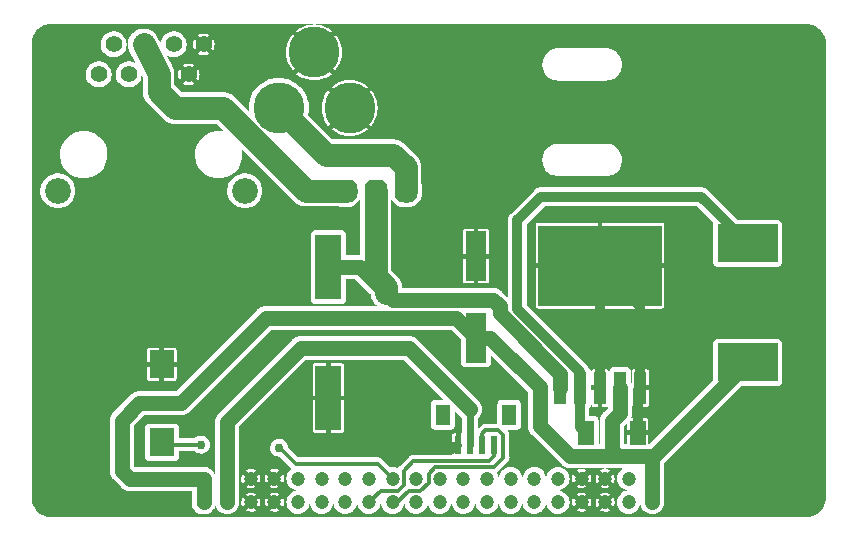
<source format=gtl>
%TF.GenerationSoftware,KiCad,Pcbnew,(6.0.0)*%
%TF.CreationDate,2022-05-10T23:47:17-04:00*%
%TF.ProjectId,WT32SC01 wifi poe,57543332-5343-4303-9120-776966692070,rev?*%
%TF.SameCoordinates,Original*%
%TF.FileFunction,Copper,L1,Top*%
%TF.FilePolarity,Positive*%
%FSLAX46Y46*%
G04 Gerber Fmt 4.6, Leading zero omitted, Abs format (unit mm)*
G04 Created by KiCad (PCBNEW (6.0.0)) date 2022-05-10 23:47:17*
%MOMM*%
%LPD*%
G01*
G04 APERTURE LIST*
G04 Aperture macros list*
%AMOutline5P*
0 Free polygon, 5 corners , with rotation*
0 The origin of the aperture is its center*
0 number of corners: always 5*
0 $1 to $10 corner X, Y*
0 $11 Rotation angle, in degrees counterclockwise*
0 create outline with 5 corners*
4,1,5,$1,$2,$3,$4,$5,$6,$7,$8,$9,$10,$1,$2,$11*%
%AMOutline6P*
0 Free polygon, 6 corners , with rotation*
0 The origin of the aperture is its center*
0 number of corners: always 6*
0 $1 to $12 corner X, Y*
0 $13 Rotation angle, in degrees counterclockwise*
0 create outline with 6 corners*
4,1,6,$1,$2,$3,$4,$5,$6,$7,$8,$9,$10,$11,$12,$1,$2,$13*%
%AMOutline7P*
0 Free polygon, 7 corners , with rotation*
0 The origin of the aperture is its center*
0 number of corners: always 7*
0 $1 to $14 corner X, Y*
0 $15 Rotation angle, in degrees counterclockwise*
0 create outline with 7 corners*
4,1,7,$1,$2,$3,$4,$5,$6,$7,$8,$9,$10,$11,$12,$13,$14,$1,$2,$15*%
%AMOutline8P*
0 Free polygon, 8 corners , with rotation*
0 The origin of the aperture is its center*
0 number of corners: always 8*
0 $1 to $16 corner X, Y*
0 $17 Rotation angle, in degrees counterclockwise*
0 create outline with 8 corners*
4,1,8,$1,$2,$3,$4,$5,$6,$7,$8,$9,$10,$11,$12,$13,$14,$15,$16,$1,$2,$17*%
G04 Aperture macros list end*
%TA.AperFunction,SMDPad,CuDef*%
%ADD10R,2.100000X2.400000*%
%TD*%
%TA.AperFunction,ComponentPad*%
%ADD11C,1.422400*%
%TD*%
%TA.AperFunction,ComponentPad*%
%ADD12C,2.184400*%
%TD*%
%TA.AperFunction,ComponentPad*%
%ADD13Outline8P,-0.965200X0.482600X-0.482600X0.965200X0.482600X0.965200X0.965200X0.482600X0.965200X-0.482600X0.482600X-0.965200X-0.482600X-0.965200X-0.965200X-0.482600X270.000000*%
%TD*%
%TA.AperFunction,ComponentPad*%
%ADD14Outline8P,-0.600000X0.300000X-0.300000X0.600000X0.300000X0.600000X0.600000X0.300000X0.600000X-0.300000X0.300000X-0.600000X-0.300000X-0.600000X-0.600000X-0.300000X0.000000*%
%TD*%
%TA.AperFunction,ComponentPad*%
%ADD15C,1.200000*%
%TD*%
%TA.AperFunction,SMDPad,CuDef*%
%ADD16R,1.050000X2.800000*%
%TD*%
%TA.AperFunction,SMDPad,CuDef*%
%ADD17R,10.500000X6.850000*%
%TD*%
%TA.AperFunction,SMDPad,CuDef*%
%ADD18R,1.800000X4.200000*%
%TD*%
%TA.AperFunction,SMDPad,CuDef*%
%ADD19R,0.600000X1.550000*%
%TD*%
%TA.AperFunction,SMDPad,CuDef*%
%ADD20R,1.200000X1.800000*%
%TD*%
%TA.AperFunction,ComponentPad*%
%ADD21C,4.318000*%
%TD*%
%TA.AperFunction,SMDPad,CuDef*%
%ADD22R,2.200000X5.500000*%
%TD*%
%TA.AperFunction,SMDPad,CuDef*%
%ADD23R,5.100000X3.200000*%
%TD*%
%TA.AperFunction,SMDPad,CuDef*%
%ADD24R,1.400000X2.100000*%
%TD*%
%TA.AperFunction,ViaPad*%
%ADD25C,0.756400*%
%TD*%
%TA.AperFunction,ViaPad*%
%ADD26C,1.016000*%
%TD*%
%TA.AperFunction,Conductor*%
%ADD27C,0.304800*%
%TD*%
%TA.AperFunction,Conductor*%
%ADD28C,0.609600*%
%TD*%
%TA.AperFunction,Conductor*%
%ADD29C,0.812800*%
%TD*%
%TA.AperFunction,Conductor*%
%ADD30C,1.270000*%
%TD*%
%TA.AperFunction,Conductor*%
%ADD31C,1.905000*%
%TD*%
G04 APERTURE END LIST*
D10*
%TO.P,J1,1*%
%TO.N,GND*%
X125901094Y-112953590D03*
%TO.P,J1,2*%
%TO.N,ESP_EN*%
X125901094Y-119553590D03*
%TD*%
D11*
%TO.P,U$2,1*%
%TO.N,N/C*%
X120556100Y-88403600D03*
%TO.P,U$2,2*%
X121826100Y-85863600D03*
%TO.P,U$2,3*%
X123096100Y-88403600D03*
%TO.P,U$2,4*%
%TO.N,DIYPOE*%
X124366100Y-85863600D03*
%TO.P,U$2,5*%
X125636100Y-88403600D03*
%TO.P,U$2,6*%
%TO.N,N/C*%
X126906100Y-85863600D03*
%TO.P,U$2,7*%
%TO.N,GND*%
X128176100Y-88403600D03*
%TO.P,U$2,8*%
X129446100Y-85863600D03*
D12*
%TO.P,U$2,MH1*%
%TO.N,N/C*%
X132916100Y-98253600D03*
%TO.P,U$2,MH2*%
X117086100Y-98253600D03*
%TD*%
D13*
%TO.P,JP1,1*%
%TO.N,N$1*%
X146541100Y-98253600D03*
%TO.P,JP1,2*%
%TO.N,RAW*%
X144001100Y-98253600D03*
%TO.P,JP1,3*%
%TO.N,DIYPOE*%
X141461100Y-98253600D03*
%TD*%
D14*
%TO.P,H2,1*%
%TO.N,VDD*%
X129436101Y-124633611D03*
D15*
%TO.P,H2,2*%
X129436101Y-122633611D03*
%TO.P,H2,3*%
%TO.N,VCC*%
X131436101Y-124633611D03*
%TO.P,H2,4*%
X131436101Y-122633611D03*
%TO.P,H2,5*%
%TO.N,GND*%
X133436101Y-124633611D03*
%TO.P,H2,6*%
X133436101Y-122633611D03*
%TO.P,H2,7*%
X135436101Y-124633611D03*
%TO.P,H2,8*%
X135436101Y-122633611D03*
%TO.P,H2,9*%
%TO.N,IO36*%
X137436101Y-124633611D03*
%TO.P,H2,10*%
%TO.N,IO4_IN2*%
X137436101Y-122633611D03*
%TO.P,H2,11*%
%TO.N,IO39_LIMIT*%
X139436101Y-124633611D03*
%TO.P,H2,12*%
%TO.N,IO2_IN1*%
X139436101Y-122633611D03*
%TO.P,H2,13*%
%TO.N,IO34*%
X141436101Y-124633611D03*
%TO.P,H2,14*%
%TO.N,IO15_LCD_CS*%
X141436101Y-122633611D03*
%TO.P,H2,15*%
%TO.N,IO19_I2C_SCL*%
X143436101Y-124633611D03*
%TO.P,H2,16*%
%TO.N,IO13_LCD_SDA*%
X143436101Y-122633611D03*
%TO.P,H2,17*%
%TO.N,IO18_I2C_SDA*%
X145436101Y-124633611D03*
%TO.P,H2,18*%
%TO.N,ESP_EN*%
X145436101Y-122633611D03*
%TO.P,H2,19*%
%TO.N,IO21_LCD_RS*%
X147436101Y-124633611D03*
%TO.P,H2,20*%
%TO.N,IO22_LCD_RST*%
X147436101Y-122633611D03*
%TO.P,H2,21*%
%TO.N,TXD*%
X149436101Y-124633611D03*
%TO.P,H2,22*%
%TO.N,IO23_LCD_BL*%
X149436101Y-122633611D03*
%TO.P,H2,23*%
%TO.N,IO12_IN4*%
X151436101Y-124633611D03*
%TO.P,H2,24*%
%TO.N,IO0*%
X151436101Y-122633611D03*
%TO.P,H2,25*%
%TO.N,IO14_LCD_SCL*%
X153436101Y-124633611D03*
%TO.P,H2,26*%
%TO.N,IO5_IN3*%
X153436101Y-122633611D03*
%TO.P,H2,27*%
%TO.N,IO27*%
X155436101Y-124633611D03*
%TO.P,H2,28*%
%TO.N,IO25_MOTOR_1*%
X155436101Y-122633611D03*
%TO.P,H2,29*%
%TO.N,IO32*%
X157436101Y-124633611D03*
%TO.P,H2,30*%
%TO.N,IO26_MOTOR_2*%
X157436101Y-122633611D03*
%TO.P,H2,31*%
%TO.N,IO33*%
X159436101Y-124633611D03*
%TO.P,H2,32*%
%TO.N,IO35*%
X159436101Y-122633611D03*
%TO.P,H2,33*%
%TO.N,GND*%
X161436101Y-124633611D03*
%TO.P,H2,34*%
X161436101Y-122633611D03*
%TO.P,H2,35*%
X163436101Y-124633611D03*
%TO.P,H2,36*%
X163436101Y-122633611D03*
%TO.P,H2,37*%
%TO.N,VCC*%
X165436101Y-124633611D03*
%TO.P,H2,38*%
X165436101Y-122633611D03*
%TO.P,H2,39*%
%TO.N,VDD*%
X167436101Y-124633611D03*
%TO.P,H2,40*%
X167436101Y-122633611D03*
%TD*%
D16*
%TO.P,IC2,1*%
%TO.N,RAW*%
X159601096Y-114953605D03*
%TO.P,IC2,2*%
%TO.N,N$20*%
X161301096Y-114953605D03*
%TO.P,IC2,3*%
%TO.N,GND*%
X163001096Y-114953605D03*
%TO.P,IC2,4*%
%TO.N,VDD*%
X164701096Y-114953605D03*
%TO.P,IC2,5*%
%TO.N,GND*%
X166401096Y-114953605D03*
D17*
%TO.P,IC2,6*%
X163001096Y-104603605D03*
%TD*%
D18*
%TO.P,C6,1*%
%TO.N,VDD*%
X152501092Y-110703608D03*
%TO.P,C6,2*%
%TO.N,GND*%
X152501092Y-103803608D03*
%TD*%
D19*
%TO.P,QWIIC1,1*%
%TO.N,GND*%
X151001092Y-119753609D03*
%TO.P,QWIIC1,2*%
%TO.N,VCC*%
X152001092Y-119753609D03*
%TO.P,QWIIC1,3*%
%TO.N,IO18_I2C_SDA*%
X153001092Y-119753609D03*
%TO.P,QWIIC1,4*%
%TO.N,IO19_I2C_SCL*%
X154001092Y-119753609D03*
D20*
%TO.P,QWIIC1,M1*%
%TO.N,N/C*%
X149701092Y-117228609D03*
%TO.P,QWIIC1,M2*%
X155301092Y-117228609D03*
%TD*%
D21*
%TO.P,J4,GND*%
%TO.N,GND*%
X141801098Y-91253589D03*
%TO.P,J4,GNDBREAK*%
X138801098Y-86553589D03*
%TO.P,J4,PWR*%
%TO.N,N$1*%
X135801098Y-91253589D03*
%TD*%
D22*
%TO.P,C5,1*%
%TO.N,RAW*%
X140001092Y-104703602D03*
%TO.P,C5,2*%
%TO.N,GND*%
X140001092Y-115803602D03*
%TD*%
D23*
%TO.P,L1,1*%
%TO.N,N$20*%
X175501100Y-102703600D03*
%TO.P,L1,2*%
%TO.N,VDD*%
X175501100Y-112803600D03*
%TD*%
D24*
%TO.P,D8,1*%
%TO.N,N$20*%
X161801094Y-118753611D03*
%TO.P,D8,2*%
%TO.N,GND*%
X166201094Y-118753611D03*
%TD*%
D25*
%TO.N,GND*%
X150501100Y-102253600D03*
X142501100Y-117753600D03*
X137501100Y-117753600D03*
X149501100Y-120253600D03*
X167001100Y-100253600D03*
X163001100Y-100253600D03*
X154501100Y-102253600D03*
X159001100Y-100253600D03*
%TO.N,ESP_EN*%
X129201100Y-119753600D03*
X135845000Y-120020000D03*
D26*
%TO.N,VCC*%
X152001100Y-116753600D03*
%TD*%
D27*
%TO.N,ESP_EN*%
X144172500Y-121370000D02*
X145436100Y-122633600D01*
X135870000Y-120020000D02*
X137220000Y-121370000D01*
X137220000Y-121370000D02*
X144172500Y-121370000D01*
X135845000Y-120020000D02*
X135870000Y-120020000D01*
D28*
%TO.N,GND*%
X150501100Y-120253600D02*
X149501100Y-120253600D01*
D29*
X166201100Y-118753600D02*
X166201100Y-115153600D01*
X163001100Y-114953600D02*
X163001100Y-104603600D01*
X166401100Y-108003600D02*
X163001100Y-104603600D01*
D28*
X151001100Y-119753600D02*
X150501100Y-120253600D01*
D29*
X166401100Y-114953600D02*
X166401100Y-108003600D01*
X166201100Y-115153600D02*
X166401100Y-114953600D01*
D27*
%TO.N,IO19_I2C_SCL*%
X145901100Y-123653600D02*
X146401100Y-123153600D01*
X154001100Y-120753600D02*
X153601100Y-121153600D01*
X143436100Y-124633600D02*
X144416100Y-123653600D01*
X154001100Y-119753600D02*
X154001100Y-120753600D01*
X146401100Y-121953600D02*
X147201100Y-121153600D01*
X146401100Y-123153600D02*
X146401100Y-121953600D01*
X144416100Y-123653600D02*
X145901100Y-123653600D01*
X147201100Y-121153600D02*
X153601100Y-121153600D01*
%TO.N,IO18_I2C_SDA*%
X153993100Y-121661600D02*
X154801100Y-120853600D01*
X154401100Y-118553600D02*
X153301100Y-118553600D01*
X154801100Y-118953600D02*
X154401100Y-118553600D01*
X154801100Y-120853600D02*
X154801100Y-118953600D01*
X148480500Y-122974200D02*
X148480500Y-122237775D01*
X153001100Y-118853600D02*
X153001100Y-119753600D01*
X146819525Y-123653600D02*
X145839525Y-124633600D01*
X147801100Y-123653600D02*
X148480500Y-122974200D01*
X146819525Y-123653600D02*
X147801100Y-123653600D01*
X145436100Y-124633600D02*
X145839525Y-124633600D01*
X149056675Y-121661600D02*
X153993100Y-121661600D01*
X153301100Y-118553600D02*
X153001100Y-118853600D01*
X148480500Y-122237775D02*
X149056675Y-121661600D01*
%TO.N,ESP_EN*%
X129201100Y-119753600D02*
X126101100Y-119753600D01*
X126101100Y-119753600D02*
X125901100Y-119553600D01*
D30*
%TO.N,VCC*%
X146827500Y-111580000D02*
X152001100Y-116753600D01*
X131436100Y-117818600D02*
X137674700Y-111580000D01*
D28*
X152001100Y-119753600D02*
X152001100Y-116753600D01*
D30*
X131436100Y-124633600D02*
X131436100Y-117818600D01*
X137674700Y-111580000D02*
X146827500Y-111580000D01*
%TO.N,VDD*%
X123201100Y-122653600D02*
X129416100Y-122653600D01*
X129416100Y-122653600D02*
X129436100Y-122633600D01*
X164001100Y-117753600D02*
X164001100Y-120253600D01*
X127501100Y-116253600D02*
X124001100Y-116253600D01*
X157901100Y-118153600D02*
X157901100Y-114903600D01*
X167551100Y-120753600D02*
X175501100Y-112803600D01*
X160501100Y-120753600D02*
X157901100Y-118153600D01*
X167436100Y-122633600D02*
X167436100Y-120868600D01*
X124001100Y-116253600D02*
X122501100Y-117753600D01*
X134719700Y-109035000D02*
X127501100Y-116253600D01*
X164001100Y-120253600D02*
X164501100Y-120753600D01*
X153701100Y-110703600D02*
X152501100Y-110703600D01*
X167551100Y-120753600D02*
X164501100Y-120753600D01*
X152501100Y-110703600D02*
X150832500Y-109035000D01*
X157901100Y-114903600D02*
X153701100Y-110703600D01*
X164701100Y-117053600D02*
X164001100Y-117753600D01*
X122501100Y-117753600D02*
X122501100Y-121953600D01*
X150832500Y-109035000D02*
X134719700Y-109035000D01*
X167436100Y-120868600D02*
X167551100Y-120753600D01*
X164701100Y-114953600D02*
X164701100Y-117053600D01*
X122501100Y-121953600D02*
X123201100Y-122653600D01*
X167436100Y-124633600D02*
X167436100Y-122633600D01*
X129436100Y-122633600D02*
X129436100Y-124633600D01*
X164501100Y-120753600D02*
X160501100Y-120753600D01*
D31*
%TO.N,N$1*%
X145501100Y-95253600D02*
X146541100Y-96293600D01*
X146541100Y-96293600D02*
X146541100Y-98253600D01*
X135801100Y-91253600D02*
X139801100Y-95253600D01*
X139801100Y-95253600D02*
X145501100Y-95253600D01*
D29*
%TO.N,N$20*%
X171551100Y-98753600D02*
X175501100Y-102703600D01*
X161301100Y-114953600D02*
X161301100Y-113593469D01*
X161301100Y-113593469D02*
X156001100Y-108293469D01*
X158001100Y-98753600D02*
X171551100Y-98753600D01*
X156001100Y-100753600D02*
X158001100Y-98753600D01*
X161801100Y-118753600D02*
X161301100Y-118253600D01*
X161301100Y-118253600D02*
X161301100Y-114953600D01*
X156001100Y-108293469D02*
X156001100Y-100753600D01*
D31*
%TO.N,RAW*%
X144901100Y-106453600D02*
X144001100Y-105553600D01*
X144001100Y-98253600D02*
X144001100Y-105553600D01*
D30*
X154501100Y-108053600D02*
X154501100Y-108653600D01*
X145501100Y-107503600D02*
X144901100Y-106903600D01*
X159601100Y-113753600D02*
X154501100Y-108653600D01*
X142701100Y-104703600D02*
X140001100Y-104703600D01*
X154501100Y-108053600D02*
X153951100Y-107503600D01*
X144901100Y-106903600D02*
X142701100Y-104703600D01*
X159601100Y-113753600D02*
X159601100Y-114953600D01*
D31*
X144901100Y-106453600D02*
X144901100Y-106903600D01*
D30*
X153951100Y-107503600D02*
X145501100Y-107503600D01*
D31*
%TO.N,DIYPOE*%
X124366100Y-85863600D02*
X125636100Y-88403600D01*
X125636100Y-88403600D02*
X125636100Y-89888600D01*
X127001100Y-91253600D02*
X131113406Y-91253600D01*
X138113406Y-98253600D02*
X131113406Y-91253600D01*
X138113406Y-98253600D02*
X141461100Y-98253600D01*
X125636100Y-89888600D02*
X127001100Y-91253600D01*
%TD*%
%TA.AperFunction,Conductor*%
%TO.N,GND*%
G36*
X138672622Y-84143606D02*
G01*
X138681628Y-84165350D01*
X138672622Y-84187094D01*
X138652889Y-84196034D01*
X138493114Y-84206506D01*
X138491118Y-84206769D01*
X138189392Y-84266787D01*
X138187450Y-84267307D01*
X137896139Y-84366193D01*
X137894279Y-84366964D01*
X137618366Y-84503029D01*
X137616631Y-84504031D01*
X137360833Y-84674949D01*
X137359237Y-84676174D01*
X137284887Y-84741378D01*
X137283078Y-84745045D01*
X137284983Y-84750106D01*
X138796773Y-86261896D01*
X138801098Y-86263687D01*
X138805423Y-86261896D01*
X140317583Y-84749736D01*
X140319147Y-84745959D01*
X140316915Y-84741032D01*
X140242959Y-84676174D01*
X140241363Y-84674949D01*
X139985566Y-84504031D01*
X139983831Y-84503029D01*
X139707917Y-84366964D01*
X139706057Y-84366193D01*
X139414746Y-84267307D01*
X139412804Y-84266787D01*
X139111078Y-84206769D01*
X139109082Y-84206506D01*
X138949307Y-84196034D01*
X138928199Y-84185625D01*
X138920634Y-84163339D01*
X138931043Y-84142231D01*
X138951318Y-84134600D01*
X180468699Y-84134600D01*
X180473509Y-84134979D01*
X180501100Y-84139349D01*
X180503493Y-84138970D01*
X180503494Y-84138970D01*
X180518269Y-84136630D01*
X180525273Y-84136329D01*
X180621635Y-84143221D01*
X180729327Y-84150923D01*
X180733654Y-84151546D01*
X180955079Y-84199714D01*
X180959281Y-84200948D01*
X181135803Y-84266787D01*
X181171593Y-84280136D01*
X181175584Y-84281958D01*
X181374467Y-84390556D01*
X181378158Y-84392928D01*
X181559558Y-84528722D01*
X181562874Y-84531595D01*
X181723105Y-84691826D01*
X181725978Y-84695142D01*
X181861772Y-84876542D01*
X181864144Y-84880233D01*
X181901803Y-84949200D01*
X181966832Y-85068292D01*
X181972742Y-85079116D01*
X181974563Y-85083105D01*
X182043217Y-85267171D01*
X182053751Y-85295415D01*
X182054986Y-85299621D01*
X182103154Y-85521046D01*
X182103777Y-85525373D01*
X182111479Y-85633065D01*
X182118371Y-85729427D01*
X182118070Y-85736431D01*
X182115993Y-85749545D01*
X182115351Y-85753600D01*
X182115730Y-85755993D01*
X182119721Y-85781191D01*
X182120100Y-85786001D01*
X182120100Y-124221199D01*
X182119721Y-124226009D01*
X182115351Y-124253600D01*
X182115730Y-124255993D01*
X182115730Y-124255994D01*
X182118070Y-124270769D01*
X182118371Y-124277773D01*
X182111479Y-124374135D01*
X182103777Y-124481827D01*
X182103154Y-124486154D01*
X182058445Y-124691677D01*
X182054987Y-124707575D01*
X182053752Y-124711781D01*
X182007335Y-124836230D01*
X181974564Y-124924093D01*
X181972743Y-124928082D01*
X181946831Y-124975537D01*
X181864144Y-125126967D01*
X181861772Y-125130658D01*
X181725978Y-125312058D01*
X181723105Y-125315374D01*
X181562874Y-125475605D01*
X181559558Y-125478478D01*
X181378158Y-125614272D01*
X181374467Y-125616644D01*
X181175584Y-125725242D01*
X181171595Y-125727063D01*
X180959281Y-125806252D01*
X180955079Y-125807486D01*
X180733654Y-125855654D01*
X180729327Y-125856277D01*
X180621635Y-125863979D01*
X180525273Y-125870871D01*
X180518269Y-125870570D01*
X180503494Y-125868230D01*
X180503493Y-125868230D01*
X180501100Y-125867851D01*
X180482033Y-125870871D01*
X180473509Y-125872221D01*
X180468699Y-125872600D01*
X116533501Y-125872600D01*
X116528691Y-125872221D01*
X116520168Y-125870871D01*
X116501100Y-125867851D01*
X116498707Y-125868230D01*
X116498706Y-125868230D01*
X116483931Y-125870570D01*
X116476927Y-125870871D01*
X116380565Y-125863979D01*
X116272873Y-125856277D01*
X116268546Y-125855654D01*
X116047121Y-125807486D01*
X116042919Y-125806252D01*
X115830605Y-125727063D01*
X115826616Y-125725242D01*
X115627733Y-125616644D01*
X115624042Y-125614272D01*
X115442642Y-125478478D01*
X115439326Y-125475605D01*
X115279095Y-125315374D01*
X115276222Y-125312058D01*
X115140428Y-125130658D01*
X115138056Y-125126967D01*
X115055369Y-124975537D01*
X115029457Y-124928082D01*
X115027636Y-124924093D01*
X114994865Y-124836230D01*
X114948448Y-124711781D01*
X114947213Y-124707575D01*
X114943755Y-124691677D01*
X114899046Y-124486154D01*
X114898423Y-124481827D01*
X114890721Y-124374135D01*
X114883829Y-124277773D01*
X114884130Y-124270769D01*
X114886470Y-124255994D01*
X114886470Y-124255993D01*
X114886849Y-124253600D01*
X114882479Y-124226009D01*
X114882100Y-124221199D01*
X114882100Y-117750035D01*
X121479688Y-117750035D01*
X121479829Y-117751527D01*
X121479829Y-117751530D01*
X121484464Y-117800560D01*
X121484600Y-117803454D01*
X121484600Y-121896484D01*
X121484420Y-121899805D01*
X121479738Y-121942904D01*
X121479869Y-121944399D01*
X121484483Y-121997141D01*
X121484600Y-121999821D01*
X121484600Y-122003757D01*
X121484673Y-122004499D01*
X121484673Y-122004504D01*
X121488869Y-122047295D01*
X121488899Y-122047616D01*
X121492979Y-122094255D01*
X121497112Y-122141492D01*
X121497531Y-122142936D01*
X121497532Y-122142939D01*
X121497816Y-122143916D01*
X121498889Y-122149486D01*
X121499135Y-122151994D01*
X121499569Y-122153431D01*
X121526363Y-122242180D01*
X121526454Y-122242489D01*
X121536142Y-122275833D01*
X121552728Y-122332922D01*
X121553420Y-122334256D01*
X121553422Y-122334262D01*
X121553887Y-122335158D01*
X121556022Y-122340414D01*
X121556752Y-122342832D01*
X121557461Y-122344165D01*
X121600984Y-122426022D01*
X121601133Y-122426307D01*
X121622126Y-122466806D01*
X121644466Y-122509904D01*
X121646039Y-122511874D01*
X121649156Y-122516620D01*
X121650339Y-122518844D01*
X121651294Y-122520015D01*
X121709846Y-122591806D01*
X121710049Y-122592057D01*
X121739769Y-122629286D01*
X121741868Y-122631916D01*
X121744519Y-122634567D01*
X121746594Y-122636864D01*
X121776332Y-122673326D01*
X121812893Y-122703572D01*
X121815424Y-122705666D01*
X121817567Y-122707615D01*
X122441941Y-123331989D01*
X122444162Y-123334465D01*
X122470387Y-123367083D01*
X122470390Y-123367086D01*
X122471325Y-123368249D01*
X122472469Y-123369209D01*
X122472471Y-123369211D01*
X122513027Y-123403241D01*
X122515005Y-123405053D01*
X122517792Y-123407840D01*
X122539340Y-123425540D01*
X122551576Y-123435591D01*
X122551804Y-123435779D01*
X122624033Y-123496386D01*
X122625353Y-123497111D01*
X122625352Y-123497111D01*
X122626247Y-123497604D01*
X122630939Y-123500781D01*
X122631718Y-123501421D01*
X122631724Y-123501425D01*
X122632889Y-123502382D01*
X122673482Y-123524148D01*
X122715939Y-123546914D01*
X122716194Y-123547052D01*
X122798721Y-123592421D01*
X122801116Y-123593180D01*
X122806353Y-123595393D01*
X122807243Y-123595870D01*
X122807246Y-123595871D01*
X122808573Y-123596583D01*
X122810014Y-123597023D01*
X122810015Y-123597024D01*
X122826808Y-123602158D01*
X122898584Y-123624102D01*
X122898836Y-123624180D01*
X122987306Y-123652245D01*
X122987309Y-123652246D01*
X122988735Y-123652698D01*
X122990978Y-123652950D01*
X122991241Y-123652979D01*
X122996806Y-123654131D01*
X122999209Y-123654866D01*
X123000703Y-123655018D01*
X123000704Y-123655018D01*
X123092944Y-123664388D01*
X123093263Y-123664423D01*
X123124088Y-123667880D01*
X123143884Y-123670100D01*
X123147625Y-123670100D01*
X123150731Y-123670257D01*
X123197534Y-123675011D01*
X123199026Y-123674870D01*
X123199029Y-123674870D01*
X123248051Y-123670236D01*
X123250945Y-123670100D01*
X128388850Y-123670100D01*
X128410594Y-123679106D01*
X128419600Y-123700850D01*
X128419600Y-124683757D01*
X128419673Y-124684499D01*
X128419673Y-124684504D01*
X128432282Y-124813091D01*
X128434135Y-124831994D01*
X128434567Y-124833425D01*
X128434568Y-124833430D01*
X128453290Y-124895438D01*
X128454602Y-124904326D01*
X128454602Y-124979912D01*
X128454704Y-124980792D01*
X128459069Y-125018484D01*
X128459392Y-125021274D01*
X128460214Y-125023253D01*
X128460214Y-125023254D01*
X128504812Y-125130658D01*
X128508097Y-125138570D01*
X128533602Y-125170634D01*
X128688293Y-125325325D01*
X128690377Y-125327633D01*
X128711332Y-125353326D01*
X128714168Y-125355672D01*
X128738937Y-125376163D01*
X128741080Y-125378112D01*
X128899079Y-125536111D01*
X128899782Y-125536668D01*
X128899783Y-125536669D01*
X128901258Y-125537838D01*
X128931714Y-125561972D01*
X128933696Y-125562791D01*
X129047115Y-125609655D01*
X129047118Y-125609656D01*
X129049096Y-125610473D01*
X129051229Y-125610716D01*
X129088939Y-125615013D01*
X129088947Y-125615013D01*
X129089803Y-125615111D01*
X129164539Y-125615111D01*
X129173632Y-125616486D01*
X129230715Y-125634156D01*
X129428969Y-125654993D01*
X129430464Y-125654857D01*
X129430466Y-125654857D01*
X129625993Y-125637063D01*
X129625996Y-125637062D01*
X129627495Y-125636926D01*
X129636373Y-125634313D01*
X129697368Y-125616361D01*
X129706050Y-125615110D01*
X129782402Y-125615110D01*
X129789708Y-125614264D01*
X129821635Y-125610567D01*
X129821638Y-125610566D01*
X129823764Y-125610320D01*
X129836593Y-125604993D01*
X129939079Y-125562438D01*
X129939081Y-125562437D01*
X129941060Y-125561615D01*
X129951240Y-125553518D01*
X129972444Y-125536651D01*
X129972445Y-125536650D01*
X129973124Y-125536110D01*
X130124622Y-125384612D01*
X130127098Y-125382391D01*
X130149583Y-125364313D01*
X130149586Y-125364310D01*
X130150749Y-125363375D01*
X130151796Y-125362128D01*
X130175384Y-125334016D01*
X130177196Y-125332038D01*
X130338601Y-125170633D01*
X130339856Y-125169050D01*
X130363128Y-125139681D01*
X130364462Y-125137998D01*
X130369020Y-125126967D01*
X130412145Y-125022597D01*
X130412146Y-125022594D01*
X130412963Y-125020616D01*
X130417483Y-124980944D01*
X130428893Y-124960360D01*
X130451516Y-124953873D01*
X130472100Y-124965283D01*
X130477473Y-124975537D01*
X130491752Y-125022832D01*
X130497981Y-125034547D01*
X130570663Y-125171242D01*
X130585339Y-125198844D01*
X130593906Y-125209348D01*
X130710382Y-125352162D01*
X130710386Y-125352166D01*
X130711332Y-125353326D01*
X130712490Y-125354284D01*
X130712491Y-125354285D01*
X130861020Y-125477159D01*
X130864930Y-125480394D01*
X131040285Y-125575208D01*
X131230715Y-125634156D01*
X131428969Y-125654993D01*
X131430464Y-125654857D01*
X131430466Y-125654857D01*
X131625993Y-125637063D01*
X131625996Y-125637062D01*
X131627495Y-125636926D01*
X131818730Y-125580642D01*
X131820059Y-125579947D01*
X131820062Y-125579946D01*
X131994063Y-125488980D01*
X131995391Y-125488286D01*
X132007590Y-125478478D01*
X132149583Y-125364313D01*
X132149586Y-125364310D01*
X132150749Y-125363375D01*
X132151796Y-125362128D01*
X132180835Y-125327520D01*
X133032095Y-125327520D01*
X133033037Y-125329794D01*
X133070228Y-125354132D01*
X133073278Y-125355672D01*
X133238948Y-125417284D01*
X133242263Y-125418111D01*
X133417473Y-125441489D01*
X133420886Y-125441560D01*
X133596917Y-125425540D01*
X133600262Y-125424853D01*
X133768374Y-125370230D01*
X133771480Y-125368821D01*
X133836685Y-125329952D01*
X133838497Y-125327520D01*
X135032095Y-125327520D01*
X135033037Y-125329794D01*
X135070228Y-125354132D01*
X135073278Y-125355672D01*
X135238948Y-125417284D01*
X135242263Y-125418111D01*
X135417473Y-125441489D01*
X135420886Y-125441560D01*
X135596917Y-125425540D01*
X135600262Y-125424853D01*
X135768374Y-125370230D01*
X135771480Y-125368821D01*
X135836685Y-125329952D01*
X135839483Y-125326197D01*
X135839170Y-125324049D01*
X135440426Y-124925304D01*
X135436101Y-124923513D01*
X135431776Y-124925304D01*
X135033886Y-125323195D01*
X135032095Y-125327520D01*
X133838497Y-125327520D01*
X133839483Y-125326197D01*
X133839170Y-125324049D01*
X133440426Y-124925304D01*
X133436101Y-124923513D01*
X133431776Y-124925304D01*
X133033886Y-125323195D01*
X133032095Y-125327520D01*
X132180835Y-125327520D01*
X132277921Y-125211817D01*
X132278886Y-125210667D01*
X132374921Y-125035979D01*
X132435198Y-124845965D01*
X132452600Y-124690816D01*
X132452600Y-124624037D01*
X132628066Y-124624037D01*
X132645314Y-124799953D01*
X132646024Y-124803291D01*
X132701818Y-124971013D01*
X132703253Y-124974120D01*
X132739678Y-125034264D01*
X132743452Y-125037035D01*
X132745643Y-125036700D01*
X133144408Y-124637936D01*
X133146199Y-124633611D01*
X133726003Y-124633611D01*
X133727794Y-124637936D01*
X134125899Y-125036040D01*
X134130224Y-125037831D01*
X134132547Y-125036869D01*
X134154046Y-125004511D01*
X134155612Y-125001465D01*
X134218378Y-124836230D01*
X134219228Y-124832921D01*
X134243933Y-124657141D01*
X134244082Y-124655207D01*
X134244370Y-124634576D01*
X134244275Y-124632649D01*
X134243309Y-124624037D01*
X134628066Y-124624037D01*
X134645314Y-124799953D01*
X134646024Y-124803291D01*
X134701818Y-124971013D01*
X134703253Y-124974120D01*
X134739678Y-125034264D01*
X134743452Y-125037035D01*
X134745643Y-125036700D01*
X135144408Y-124637936D01*
X135146199Y-124633611D01*
X135726003Y-124633611D01*
X135727794Y-124637936D01*
X136125899Y-125036040D01*
X136130224Y-125037831D01*
X136132547Y-125036869D01*
X136154046Y-125004511D01*
X136155612Y-125001465D01*
X136218378Y-124836230D01*
X136219228Y-124832921D01*
X136243933Y-124657141D01*
X136244082Y-124655207D01*
X136244370Y-124634576D01*
X136244275Y-124632649D01*
X136224489Y-124456249D01*
X136223732Y-124452913D01*
X136165600Y-124285983D01*
X136164125Y-124282906D01*
X136132775Y-124232736D01*
X136128963Y-124230017D01*
X136126683Y-124230398D01*
X135727794Y-124629286D01*
X135726003Y-124633611D01*
X135146199Y-124633611D01*
X135144408Y-124629286D01*
X134746703Y-124231582D01*
X134742378Y-124229791D01*
X134740151Y-124230713D01*
X134713043Y-124272776D01*
X134711526Y-124275833D01*
X134651070Y-124441936D01*
X134650267Y-124445254D01*
X134628113Y-124620623D01*
X134628066Y-124624037D01*
X134243309Y-124624037D01*
X134224489Y-124456249D01*
X134223732Y-124452913D01*
X134165600Y-124285983D01*
X134164125Y-124282906D01*
X134132775Y-124232736D01*
X134128963Y-124230017D01*
X134126683Y-124230398D01*
X133727794Y-124629286D01*
X133726003Y-124633611D01*
X133146199Y-124633611D01*
X133144408Y-124629286D01*
X132746703Y-124231582D01*
X132742378Y-124229791D01*
X132740151Y-124230713D01*
X132713043Y-124272776D01*
X132711526Y-124275833D01*
X132651070Y-124441936D01*
X132650267Y-124445254D01*
X132628113Y-124620623D01*
X132628066Y-124624037D01*
X132452600Y-124624037D01*
X132452600Y-123940869D01*
X133032605Y-123940869D01*
X133032963Y-123943104D01*
X133431776Y-124341918D01*
X133436101Y-124343709D01*
X133440426Y-124341918D01*
X133837971Y-123944372D01*
X133839422Y-123940869D01*
X135032605Y-123940869D01*
X135032963Y-123943104D01*
X135431776Y-124341918D01*
X135436101Y-124343709D01*
X135440426Y-124341918D01*
X135837971Y-123944372D01*
X135839762Y-123940047D01*
X135838859Y-123937866D01*
X135791884Y-123908056D01*
X135788806Y-123906554D01*
X135622294Y-123847262D01*
X135618968Y-123846482D01*
X135443446Y-123825552D01*
X135440040Y-123825528D01*
X135264242Y-123844005D01*
X135260905Y-123844738D01*
X135093578Y-123901702D01*
X135090491Y-123903154D01*
X135035349Y-123937078D01*
X135032605Y-123940869D01*
X133839422Y-123940869D01*
X133839762Y-123940047D01*
X133838859Y-123937866D01*
X133791884Y-123908056D01*
X133788806Y-123906554D01*
X133622294Y-123847262D01*
X133618968Y-123846482D01*
X133443446Y-123825552D01*
X133440040Y-123825528D01*
X133264242Y-123844005D01*
X133260905Y-123844738D01*
X133093578Y-123901702D01*
X133090491Y-123903154D01*
X133035349Y-123937078D01*
X133032605Y-123940869D01*
X132452600Y-123940869D01*
X132452600Y-123327520D01*
X133032095Y-123327520D01*
X133033037Y-123329794D01*
X133070228Y-123354132D01*
X133073278Y-123355672D01*
X133238948Y-123417284D01*
X133242263Y-123418111D01*
X133417473Y-123441489D01*
X133420886Y-123441560D01*
X133596917Y-123425540D01*
X133600262Y-123424853D01*
X133768374Y-123370230D01*
X133771480Y-123368821D01*
X133836685Y-123329952D01*
X133838497Y-123327520D01*
X135032095Y-123327520D01*
X135033037Y-123329794D01*
X135070228Y-123354132D01*
X135073278Y-123355672D01*
X135238948Y-123417284D01*
X135242263Y-123418111D01*
X135417473Y-123441489D01*
X135420886Y-123441560D01*
X135596917Y-123425540D01*
X135600262Y-123424853D01*
X135768374Y-123370230D01*
X135771480Y-123368821D01*
X135836685Y-123329952D01*
X135839483Y-123326197D01*
X135839170Y-123324049D01*
X135440426Y-122925304D01*
X135436101Y-122923513D01*
X135431776Y-122925304D01*
X135033886Y-123323195D01*
X135032095Y-123327520D01*
X133838497Y-123327520D01*
X133839483Y-123326197D01*
X133839170Y-123324049D01*
X133440426Y-122925304D01*
X133436101Y-122923513D01*
X133431776Y-122925304D01*
X133033886Y-123323195D01*
X133032095Y-123327520D01*
X132452600Y-123327520D01*
X132452600Y-122624037D01*
X132628066Y-122624037D01*
X132645314Y-122799953D01*
X132646024Y-122803291D01*
X132701818Y-122971013D01*
X132703253Y-122974120D01*
X132739678Y-123034264D01*
X132743452Y-123037035D01*
X132745643Y-123036700D01*
X133144408Y-122637936D01*
X133146199Y-122633611D01*
X133726003Y-122633611D01*
X133727794Y-122637936D01*
X134125899Y-123036040D01*
X134130224Y-123037831D01*
X134132547Y-123036869D01*
X134154046Y-123004511D01*
X134155612Y-123001465D01*
X134218378Y-122836230D01*
X134219228Y-122832921D01*
X134243933Y-122657141D01*
X134244082Y-122655207D01*
X134244370Y-122634576D01*
X134244275Y-122632649D01*
X134243309Y-122624037D01*
X134628066Y-122624037D01*
X134645314Y-122799953D01*
X134646024Y-122803291D01*
X134701818Y-122971013D01*
X134703253Y-122974120D01*
X134739678Y-123034264D01*
X134743452Y-123037035D01*
X134745643Y-123036700D01*
X135144408Y-122637936D01*
X135146199Y-122633611D01*
X135726003Y-122633611D01*
X135727794Y-122637936D01*
X136125899Y-123036040D01*
X136130224Y-123037831D01*
X136132547Y-123036869D01*
X136154046Y-123004511D01*
X136155612Y-123001465D01*
X136218378Y-122836230D01*
X136219228Y-122832921D01*
X136243933Y-122657141D01*
X136244082Y-122655207D01*
X136244370Y-122634576D01*
X136244275Y-122632649D01*
X136224489Y-122456249D01*
X136223732Y-122452913D01*
X136165600Y-122285983D01*
X136164125Y-122282906D01*
X136132775Y-122232736D01*
X136128963Y-122230017D01*
X136126683Y-122230398D01*
X135727794Y-122629286D01*
X135726003Y-122633611D01*
X135146199Y-122633611D01*
X135144408Y-122629286D01*
X134746703Y-122231582D01*
X134742378Y-122229791D01*
X134740151Y-122230713D01*
X134713043Y-122272776D01*
X134711526Y-122275833D01*
X134651070Y-122441936D01*
X134650267Y-122445254D01*
X134628113Y-122620623D01*
X134628066Y-122624037D01*
X134243309Y-122624037D01*
X134224489Y-122456249D01*
X134223732Y-122452913D01*
X134165600Y-122285983D01*
X134164125Y-122282906D01*
X134132775Y-122232736D01*
X134128963Y-122230017D01*
X134126683Y-122230398D01*
X133727794Y-122629286D01*
X133726003Y-122633611D01*
X133146199Y-122633611D01*
X133144408Y-122629286D01*
X132746703Y-122231582D01*
X132742378Y-122229791D01*
X132740151Y-122230713D01*
X132713043Y-122272776D01*
X132711526Y-122275833D01*
X132651070Y-122441936D01*
X132650267Y-122445254D01*
X132628113Y-122620623D01*
X132628066Y-122624037D01*
X132452600Y-122624037D01*
X132452600Y-121940869D01*
X133032605Y-121940869D01*
X133032963Y-121943104D01*
X133431776Y-122341918D01*
X133436101Y-122343709D01*
X133440426Y-122341918D01*
X133837971Y-121944372D01*
X133839422Y-121940869D01*
X135032605Y-121940869D01*
X135032963Y-121943104D01*
X135431776Y-122341918D01*
X135436101Y-122343709D01*
X135440426Y-122341918D01*
X135837971Y-121944372D01*
X135839762Y-121940047D01*
X135838859Y-121937866D01*
X135791884Y-121908056D01*
X135788806Y-121906554D01*
X135622294Y-121847262D01*
X135618968Y-121846482D01*
X135443446Y-121825552D01*
X135440040Y-121825528D01*
X135264242Y-121844005D01*
X135260905Y-121844738D01*
X135093578Y-121901702D01*
X135090491Y-121903154D01*
X135035349Y-121937078D01*
X135032605Y-121940869D01*
X133839422Y-121940869D01*
X133839762Y-121940047D01*
X133838859Y-121937866D01*
X133791884Y-121908056D01*
X133788806Y-121906554D01*
X133622294Y-121847262D01*
X133618968Y-121846482D01*
X133443446Y-121825552D01*
X133440040Y-121825528D01*
X133264242Y-121844005D01*
X133260905Y-121844738D01*
X133093578Y-121901702D01*
X133090491Y-121903154D01*
X133035349Y-121937078D01*
X133032605Y-121940869D01*
X132452600Y-121940869D01*
X132452600Y-118572103D01*
X138697892Y-118572103D01*
X138698187Y-118575100D01*
X138709091Y-118629916D01*
X138711364Y-118635404D01*
X138752910Y-118697582D01*
X138757112Y-118701784D01*
X138819290Y-118743330D01*
X138824778Y-118745603D01*
X138879594Y-118756507D01*
X138882591Y-118756802D01*
X139791775Y-118756802D01*
X139796100Y-118755010D01*
X139797892Y-118750685D01*
X140204292Y-118750685D01*
X140206084Y-118755010D01*
X140210409Y-118756802D01*
X141119593Y-118756802D01*
X141122590Y-118756507D01*
X141177406Y-118745603D01*
X141182894Y-118743330D01*
X141245072Y-118701784D01*
X141249274Y-118697582D01*
X141290820Y-118635404D01*
X141293093Y-118629916D01*
X141303997Y-118575100D01*
X141304292Y-118572103D01*
X141304292Y-116012919D01*
X141302500Y-116008594D01*
X141298175Y-116006802D01*
X140210409Y-116006802D01*
X140206084Y-116008594D01*
X140204292Y-116012919D01*
X140204292Y-118750685D01*
X139797892Y-118750685D01*
X139797892Y-116012919D01*
X139796100Y-116008594D01*
X139791775Y-116006802D01*
X138704009Y-116006802D01*
X138699684Y-116008594D01*
X138697892Y-116012919D01*
X138697892Y-118572103D01*
X132452600Y-118572103D01*
X132452600Y-118252386D01*
X132461606Y-118230642D01*
X135097963Y-115594285D01*
X138697892Y-115594285D01*
X138699684Y-115598610D01*
X138704009Y-115600402D01*
X139791775Y-115600402D01*
X139796100Y-115598610D01*
X139797892Y-115594285D01*
X140204292Y-115594285D01*
X140206084Y-115598610D01*
X140210409Y-115600402D01*
X141298175Y-115600402D01*
X141302500Y-115598610D01*
X141304292Y-115594285D01*
X141304292Y-113035101D01*
X141303997Y-113032104D01*
X141293093Y-112977288D01*
X141290820Y-112971800D01*
X141249274Y-112909622D01*
X141245072Y-112905420D01*
X141182894Y-112863874D01*
X141177406Y-112861601D01*
X141122590Y-112850697D01*
X141119593Y-112850402D01*
X140210409Y-112850402D01*
X140206084Y-112852194D01*
X140204292Y-112856519D01*
X140204292Y-115594285D01*
X139797892Y-115594285D01*
X139797892Y-112856519D01*
X139796100Y-112852194D01*
X139791775Y-112850402D01*
X138882591Y-112850402D01*
X138879594Y-112850697D01*
X138824778Y-112861601D01*
X138819290Y-112863874D01*
X138757112Y-112905420D01*
X138752910Y-112909622D01*
X138711364Y-112971800D01*
X138709091Y-112977288D01*
X138698187Y-113032104D01*
X138697892Y-113035101D01*
X138697892Y-115594285D01*
X135097963Y-115594285D01*
X138086742Y-112605506D01*
X138108486Y-112596500D01*
X146393714Y-112596500D01*
X146415458Y-112605506D01*
X149704567Y-115894615D01*
X149713573Y-115916359D01*
X149704567Y-115938103D01*
X149682823Y-115947109D01*
X149064934Y-115947109D01*
X149063822Y-115947273D01*
X149063818Y-115947273D01*
X148992316Y-115957798D01*
X148992313Y-115957799D01*
X148989948Y-115958147D01*
X148875941Y-116014122D01*
X148786212Y-116104008D01*
X148730437Y-116218112D01*
X148719592Y-116292451D01*
X148719592Y-118164767D01*
X148719756Y-118165879D01*
X148719756Y-118165883D01*
X148730187Y-118236742D01*
X148730630Y-118239753D01*
X148731684Y-118241899D01*
X148731684Y-118241900D01*
X148785485Y-118351479D01*
X148786605Y-118353760D01*
X148788402Y-118355554D01*
X148831822Y-118398898D01*
X148876491Y-118443489D01*
X148990595Y-118499264D01*
X148992958Y-118499609D01*
X148992959Y-118499609D01*
X149028680Y-118504820D01*
X149064934Y-118510109D01*
X150337250Y-118510109D01*
X150338362Y-118509945D01*
X150338366Y-118509945D01*
X150409868Y-118499420D01*
X150409871Y-118499419D01*
X150412236Y-118499071D01*
X150526243Y-118443096D01*
X150615972Y-118353210D01*
X150671747Y-118239106D01*
X150682592Y-118164767D01*
X150682592Y-116946878D01*
X150691598Y-116925134D01*
X150713342Y-116916128D01*
X150735086Y-116925134D01*
X151305794Y-117495842D01*
X151314800Y-117517586D01*
X151314800Y-118744659D01*
X151305794Y-118766403D01*
X151284050Y-118775409D01*
X151210409Y-118775409D01*
X151206084Y-118777201D01*
X151204292Y-118781526D01*
X151204292Y-119926059D01*
X151195286Y-119947803D01*
X151173542Y-119956809D01*
X150504009Y-119956809D01*
X150499684Y-119958601D01*
X150497892Y-119962926D01*
X150497892Y-120547110D01*
X150498187Y-120550108D01*
X150504720Y-120582951D01*
X150500129Y-120606034D01*
X150480560Y-120619109D01*
X150474561Y-120619700D01*
X147213749Y-120619700D01*
X147212461Y-120619673D01*
X147199005Y-120619109D01*
X147150384Y-120617071D01*
X147148346Y-120617549D01*
X147148336Y-120617550D01*
X147105099Y-120627692D01*
X147102253Y-120628220D01*
X147056174Y-120634532D01*
X147035303Y-120643564D01*
X147030111Y-120645281D01*
X147010006Y-120649996D01*
X147010004Y-120649997D01*
X147007969Y-120650474D01*
X147006133Y-120651483D01*
X147006131Y-120651484D01*
X146967205Y-120672883D01*
X146964603Y-120674158D01*
X146923849Y-120691794D01*
X146923847Y-120691795D01*
X146921925Y-120692627D01*
X146909871Y-120702388D01*
X146904250Y-120706939D01*
X146899716Y-120709986D01*
X146879782Y-120720945D01*
X146871916Y-120727735D01*
X146844724Y-120754927D01*
X146842332Y-120757080D01*
X146813852Y-120780143D01*
X146808244Y-120784684D01*
X146807033Y-120786387D01*
X146807031Y-120786390D01*
X146793229Y-120805812D01*
X146789908Y-120809743D01*
X146032512Y-121567140D01*
X146031582Y-121568031D01*
X145995271Y-121601421D01*
X145985855Y-121610079D01*
X145984750Y-121611860D01*
X145984750Y-121611861D01*
X145961346Y-121649608D01*
X145959705Y-121651996D01*
X145932852Y-121687372D01*
X145932850Y-121687375D01*
X145931585Y-121689042D01*
X145930814Y-121690988D01*
X145930810Y-121690996D01*
X145923210Y-121710191D01*
X145920755Y-121715073D01*
X145908772Y-121734401D01*
X145908378Y-121735758D01*
X145891483Y-121751792D01*
X145865838Y-121750134D01*
X145818288Y-121724424D01*
X145634414Y-121667506D01*
X145442986Y-121647386D01*
X145441491Y-121647522D01*
X145441489Y-121647522D01*
X145252798Y-121664694D01*
X145252795Y-121664695D01*
X145251296Y-121664831D01*
X145246471Y-121666251D01*
X145223069Y-121663750D01*
X145216045Y-121658496D01*
X144558960Y-121001412D01*
X144558069Y-121000482D01*
X144517440Y-120956298D01*
X144517439Y-120956298D01*
X144516021Y-120954755D01*
X144476492Y-120930246D01*
X144474104Y-120928605D01*
X144438728Y-120901752D01*
X144438725Y-120901750D01*
X144437058Y-120900485D01*
X144435112Y-120899714D01*
X144435104Y-120899710D01*
X144415909Y-120892110D01*
X144411026Y-120889655D01*
X144401131Y-120883520D01*
X144391699Y-120877672D01*
X144389690Y-120877088D01*
X144389687Y-120877087D01*
X144347042Y-120864698D01*
X144344301Y-120863760D01*
X144339156Y-120861723D01*
X144301051Y-120846636D01*
X144298974Y-120846418D01*
X144298971Y-120846417D01*
X144287177Y-120845178D01*
X144278428Y-120844258D01*
X144273071Y-120843207D01*
X144251227Y-120836861D01*
X144249622Y-120836743D01*
X144249621Y-120836743D01*
X144248385Y-120836652D01*
X144240864Y-120836100D01*
X144202421Y-120836100D01*
X144199207Y-120835932D01*
X144157657Y-120831565D01*
X144157656Y-120831565D01*
X144155572Y-120831346D01*
X144153503Y-120831696D01*
X144153502Y-120831696D01*
X144130013Y-120835669D01*
X144124885Y-120836100D01*
X137453887Y-120836100D01*
X137432143Y-120827094D01*
X136615158Y-120010109D01*
X136606344Y-119991793D01*
X136590701Y-119852337D01*
X136590509Y-119850625D01*
X136589945Y-119849005D01*
X136589944Y-119849001D01*
X136535021Y-119691286D01*
X136535020Y-119691284D01*
X136534457Y-119689667D01*
X136528462Y-119680073D01*
X136445053Y-119546590D01*
X136445051Y-119546587D01*
X136444139Y-119545128D01*
X136443309Y-119544292D01*
X150497892Y-119544292D01*
X150499684Y-119548617D01*
X150504009Y-119550409D01*
X150791775Y-119550409D01*
X150796100Y-119548617D01*
X150797892Y-119544292D01*
X150797892Y-118781526D01*
X150796100Y-118777201D01*
X150791775Y-118775409D01*
X150682591Y-118775409D01*
X150679594Y-118775704D01*
X150624778Y-118786608D01*
X150619290Y-118788881D01*
X150557112Y-118830427D01*
X150552910Y-118834629D01*
X150511364Y-118896807D01*
X150509091Y-118902295D01*
X150498187Y-118957111D01*
X150497892Y-118960108D01*
X150497892Y-119544292D01*
X136443309Y-119544292D01*
X136324043Y-119424191D01*
X136322594Y-119423272D01*
X136322591Y-119423269D01*
X136181591Y-119333788D01*
X136181590Y-119333788D01*
X136180138Y-119332866D01*
X136165628Y-119327699D01*
X136125341Y-119313353D01*
X136019576Y-119275692D01*
X135850337Y-119255512D01*
X135848634Y-119255691D01*
X135848633Y-119255691D01*
X135823408Y-119258342D01*
X135680833Y-119273327D01*
X135679209Y-119273880D01*
X135679204Y-119273881D01*
X135521116Y-119327699D01*
X135519489Y-119328253D01*
X135424581Y-119386641D01*
X135375781Y-119416662D01*
X135375778Y-119416664D01*
X135374322Y-119417560D01*
X135252550Y-119536809D01*
X135251620Y-119538252D01*
X135244940Y-119548617D01*
X135160222Y-119680073D01*
X135159636Y-119681683D01*
X135159634Y-119681687D01*
X135133460Y-119753600D01*
X135101929Y-119840232D01*
X135080568Y-120009326D01*
X135080736Y-120011037D01*
X135089899Y-120104491D01*
X135097199Y-120178950D01*
X135150998Y-120340674D01*
X135151887Y-120342143D01*
X135151889Y-120342146D01*
X135164248Y-120362553D01*
X135239289Y-120486460D01*
X135240484Y-120487698D01*
X135240486Y-120487700D01*
X135356490Y-120607826D01*
X135357685Y-120609063D01*
X135359123Y-120610004D01*
X135498864Y-120701448D01*
X135498866Y-120701449D01*
X135500301Y-120702388D01*
X135501913Y-120702988D01*
X135501914Y-120702988D01*
X135520734Y-120709987D01*
X135660049Y-120761798D01*
X135828989Y-120784339D01*
X135840848Y-120783260D01*
X135860748Y-120781449D01*
X135883219Y-120788447D01*
X135885279Y-120790328D01*
X136833540Y-121738588D01*
X136834430Y-121739517D01*
X136872805Y-121781249D01*
X136874780Y-121783397D01*
X136882868Y-121805499D01*
X136871414Y-121828175D01*
X136842080Y-121851760D01*
X136747225Y-121928025D01*
X136747222Y-121928028D01*
X136746059Y-121928963D01*
X136745099Y-121930107D01*
X136745097Y-121930109D01*
X136637684Y-122058120D01*
X136622334Y-122076413D01*
X136621609Y-122077732D01*
X136531203Y-122242180D01*
X136529605Y-122245086D01*
X136471404Y-122428558D01*
X136471236Y-122430056D01*
X136453065Y-122592057D01*
X136449948Y-122619841D01*
X136450074Y-122621342D01*
X136465233Y-122801854D01*
X136466055Y-122811648D01*
X136519110Y-122996673D01*
X136607093Y-123167870D01*
X136608027Y-123169048D01*
X136608028Y-123169050D01*
X136725721Y-123317542D01*
X136725725Y-123317546D01*
X136726653Y-123318717D01*
X136873235Y-123443469D01*
X136874541Y-123444199D01*
X136874544Y-123444201D01*
X137039943Y-123536639D01*
X137039946Y-123536640D01*
X137041257Y-123537373D01*
X137224318Y-123596853D01*
X137268807Y-123602158D01*
X137289331Y-123613676D01*
X137295700Y-123636333D01*
X137284182Y-123656857D01*
X137267953Y-123663315D01*
X137252798Y-123664694D01*
X137252795Y-123664695D01*
X137251296Y-123664831D01*
X137066646Y-123719177D01*
X136896067Y-123808353D01*
X136894902Y-123809290D01*
X136894900Y-123809291D01*
X136747225Y-123928025D01*
X136747222Y-123928028D01*
X136746059Y-123928963D01*
X136745099Y-123930107D01*
X136745097Y-123930109D01*
X136673246Y-124015738D01*
X136622334Y-124076413D01*
X136615327Y-124089158D01*
X136538014Y-124229791D01*
X136529605Y-124245086D01*
X136471404Y-124428558D01*
X136449948Y-124619841D01*
X136450074Y-124621342D01*
X136465923Y-124810071D01*
X136466055Y-124811648D01*
X136477232Y-124850627D01*
X136514050Y-124979025D01*
X136519110Y-124996673D01*
X136607093Y-125167870D01*
X136608027Y-125169048D01*
X136608028Y-125169050D01*
X136725721Y-125317542D01*
X136725725Y-125317546D01*
X136726653Y-125318717D01*
X136873235Y-125443469D01*
X136874541Y-125444199D01*
X136874544Y-125444201D01*
X137039943Y-125536639D01*
X137039946Y-125536640D01*
X137041257Y-125537373D01*
X137224318Y-125596853D01*
X137319882Y-125608248D01*
X137413959Y-125619467D01*
X137413963Y-125619467D01*
X137415447Y-125619644D01*
X137416942Y-125619529D01*
X137416945Y-125619529D01*
X137605857Y-125604993D01*
X137605860Y-125604993D01*
X137607361Y-125604877D01*
X137608809Y-125604473D01*
X137608813Y-125604472D01*
X137758094Y-125562791D01*
X137792753Y-125553114D01*
X137943120Y-125477159D01*
X137963212Y-125467010D01*
X137963213Y-125467010D01*
X137964560Y-125466329D01*
X138116238Y-125347825D01*
X138129049Y-125332984D01*
X138241030Y-125203251D01*
X138242009Y-125202117D01*
X138243869Y-125198844D01*
X138336342Y-125036061D01*
X138337084Y-125034755D01*
X138337559Y-125033328D01*
X138397368Y-124853536D01*
X138397369Y-124853532D01*
X138397841Y-124852113D01*
X138399848Y-124836230D01*
X138403152Y-124810068D01*
X138404190Y-124801854D01*
X138415851Y-124781411D01*
X138438552Y-124775200D01*
X138458995Y-124786861D01*
X138465340Y-124803134D01*
X138465923Y-124810071D01*
X138466055Y-124811648D01*
X138477232Y-124850627D01*
X138514050Y-124979025D01*
X138519110Y-124996673D01*
X138607093Y-125167870D01*
X138608027Y-125169048D01*
X138608028Y-125169050D01*
X138725721Y-125317542D01*
X138725725Y-125317546D01*
X138726653Y-125318717D01*
X138873235Y-125443469D01*
X138874541Y-125444199D01*
X138874544Y-125444201D01*
X139039943Y-125536639D01*
X139039946Y-125536640D01*
X139041257Y-125537373D01*
X139224318Y-125596853D01*
X139319882Y-125608248D01*
X139413959Y-125619467D01*
X139413963Y-125619467D01*
X139415447Y-125619644D01*
X139416942Y-125619529D01*
X139416945Y-125619529D01*
X139605857Y-125604993D01*
X139605860Y-125604993D01*
X139607361Y-125604877D01*
X139608809Y-125604473D01*
X139608813Y-125604472D01*
X139758094Y-125562791D01*
X139792753Y-125553114D01*
X139943120Y-125477159D01*
X139963212Y-125467010D01*
X139963213Y-125467010D01*
X139964560Y-125466329D01*
X140116238Y-125347825D01*
X140129049Y-125332984D01*
X140241030Y-125203251D01*
X140242009Y-125202117D01*
X140243869Y-125198844D01*
X140336342Y-125036061D01*
X140337084Y-125034755D01*
X140337559Y-125033328D01*
X140397368Y-124853536D01*
X140397369Y-124853532D01*
X140397841Y-124852113D01*
X140399848Y-124836230D01*
X140403152Y-124810068D01*
X140404190Y-124801854D01*
X140415851Y-124781411D01*
X140438552Y-124775200D01*
X140458995Y-124786861D01*
X140465340Y-124803134D01*
X140465923Y-124810071D01*
X140466055Y-124811648D01*
X140477232Y-124850627D01*
X140514050Y-124979025D01*
X140519110Y-124996673D01*
X140607093Y-125167870D01*
X140608027Y-125169048D01*
X140608028Y-125169050D01*
X140725721Y-125317542D01*
X140725725Y-125317546D01*
X140726653Y-125318717D01*
X140873235Y-125443469D01*
X140874541Y-125444199D01*
X140874544Y-125444201D01*
X141039943Y-125536639D01*
X141039946Y-125536640D01*
X141041257Y-125537373D01*
X141224318Y-125596853D01*
X141319882Y-125608248D01*
X141413959Y-125619467D01*
X141413963Y-125619467D01*
X141415447Y-125619644D01*
X141416942Y-125619529D01*
X141416945Y-125619529D01*
X141605857Y-125604993D01*
X141605860Y-125604993D01*
X141607361Y-125604877D01*
X141608809Y-125604473D01*
X141608813Y-125604472D01*
X141758094Y-125562791D01*
X141792753Y-125553114D01*
X141943120Y-125477159D01*
X141963212Y-125467010D01*
X141963213Y-125467010D01*
X141964560Y-125466329D01*
X142116238Y-125347825D01*
X142129049Y-125332984D01*
X142241030Y-125203251D01*
X142242009Y-125202117D01*
X142243869Y-125198844D01*
X142336342Y-125036061D01*
X142337084Y-125034755D01*
X142337559Y-125033328D01*
X142397368Y-124853536D01*
X142397369Y-124853532D01*
X142397841Y-124852113D01*
X142399848Y-124836230D01*
X142403152Y-124810068D01*
X142404190Y-124801854D01*
X142415851Y-124781411D01*
X142438552Y-124775200D01*
X142458995Y-124786861D01*
X142465340Y-124803134D01*
X142465923Y-124810071D01*
X142466055Y-124811648D01*
X142477232Y-124850627D01*
X142514050Y-124979025D01*
X142519110Y-124996673D01*
X142607093Y-125167870D01*
X142608027Y-125169048D01*
X142608028Y-125169050D01*
X142725721Y-125317542D01*
X142725725Y-125317546D01*
X142726653Y-125318717D01*
X142873235Y-125443469D01*
X142874541Y-125444199D01*
X142874544Y-125444201D01*
X143039943Y-125536639D01*
X143039946Y-125536640D01*
X143041257Y-125537373D01*
X143224318Y-125596853D01*
X143319882Y-125608248D01*
X143413959Y-125619467D01*
X143413963Y-125619467D01*
X143415447Y-125619644D01*
X143416942Y-125619529D01*
X143416945Y-125619529D01*
X143605857Y-125604993D01*
X143605860Y-125604993D01*
X143607361Y-125604877D01*
X143608809Y-125604473D01*
X143608813Y-125604472D01*
X143758094Y-125562791D01*
X143792753Y-125553114D01*
X143943120Y-125477159D01*
X143963212Y-125467010D01*
X143963213Y-125467010D01*
X143964560Y-125466329D01*
X144116238Y-125347825D01*
X144129049Y-125332984D01*
X144241030Y-125203251D01*
X144242009Y-125202117D01*
X144243869Y-125198844D01*
X144336342Y-125036061D01*
X144337084Y-125034755D01*
X144337559Y-125033328D01*
X144397368Y-124853536D01*
X144397369Y-124853532D01*
X144397841Y-124852113D01*
X144399848Y-124836230D01*
X144403152Y-124810068D01*
X144404190Y-124801854D01*
X144415851Y-124781411D01*
X144438552Y-124775200D01*
X144458995Y-124786861D01*
X144465340Y-124803134D01*
X144465923Y-124810071D01*
X144466055Y-124811648D01*
X144477232Y-124850627D01*
X144514050Y-124979025D01*
X144519110Y-124996673D01*
X144607093Y-125167870D01*
X144608027Y-125169048D01*
X144608028Y-125169050D01*
X144725721Y-125317542D01*
X144725725Y-125317546D01*
X144726653Y-125318717D01*
X144873235Y-125443469D01*
X144874541Y-125444199D01*
X144874544Y-125444201D01*
X145039943Y-125536639D01*
X145039946Y-125536640D01*
X145041257Y-125537373D01*
X145224318Y-125596853D01*
X145319882Y-125608248D01*
X145413959Y-125619467D01*
X145413963Y-125619467D01*
X145415447Y-125619644D01*
X145416942Y-125619529D01*
X145416945Y-125619529D01*
X145605857Y-125604993D01*
X145605860Y-125604993D01*
X145607361Y-125604877D01*
X145608809Y-125604473D01*
X145608813Y-125604472D01*
X145758094Y-125562791D01*
X145792753Y-125553114D01*
X145943120Y-125477159D01*
X145963212Y-125467010D01*
X145963213Y-125467010D01*
X145964560Y-125466329D01*
X146116238Y-125347825D01*
X146129049Y-125332984D01*
X146241030Y-125203251D01*
X146242009Y-125202117D01*
X146243869Y-125198844D01*
X146336342Y-125036061D01*
X146337084Y-125034755D01*
X146337559Y-125033328D01*
X146397368Y-124853536D01*
X146397369Y-124853532D01*
X146397841Y-124852113D01*
X146398437Y-124847399D01*
X146399671Y-124837627D01*
X146408437Y-124819736D01*
X146418106Y-124810068D01*
X146439850Y-124801063D01*
X146461593Y-124810071D01*
X146469407Y-124823336D01*
X146485123Y-124878146D01*
X146514050Y-124979025D01*
X146519110Y-124996673D01*
X146607093Y-125167870D01*
X146608027Y-125169048D01*
X146608028Y-125169050D01*
X146725721Y-125317542D01*
X146725725Y-125317546D01*
X146726653Y-125318717D01*
X146873235Y-125443469D01*
X146874541Y-125444199D01*
X146874544Y-125444201D01*
X147039943Y-125536639D01*
X147039946Y-125536640D01*
X147041257Y-125537373D01*
X147224318Y-125596853D01*
X147319882Y-125608248D01*
X147413959Y-125619467D01*
X147413963Y-125619467D01*
X147415447Y-125619644D01*
X147416942Y-125619529D01*
X147416945Y-125619529D01*
X147605857Y-125604993D01*
X147605860Y-125604993D01*
X147607361Y-125604877D01*
X147608809Y-125604473D01*
X147608813Y-125604472D01*
X147758094Y-125562791D01*
X147792753Y-125553114D01*
X147943120Y-125477159D01*
X147963212Y-125467010D01*
X147963213Y-125467010D01*
X147964560Y-125466329D01*
X148116238Y-125347825D01*
X148129049Y-125332984D01*
X148241030Y-125203251D01*
X148242009Y-125202117D01*
X148243869Y-125198844D01*
X148336342Y-125036061D01*
X148337084Y-125034755D01*
X148337559Y-125033328D01*
X148397368Y-124853536D01*
X148397369Y-124853532D01*
X148397841Y-124852113D01*
X148399848Y-124836230D01*
X148403152Y-124810068D01*
X148404190Y-124801854D01*
X148415851Y-124781411D01*
X148438552Y-124775200D01*
X148458995Y-124786861D01*
X148465340Y-124803134D01*
X148465923Y-124810071D01*
X148466055Y-124811648D01*
X148477232Y-124850627D01*
X148514050Y-124979025D01*
X148519110Y-124996673D01*
X148607093Y-125167870D01*
X148608027Y-125169048D01*
X148608028Y-125169050D01*
X148725721Y-125317542D01*
X148725725Y-125317546D01*
X148726653Y-125318717D01*
X148873235Y-125443469D01*
X148874541Y-125444199D01*
X148874544Y-125444201D01*
X149039943Y-125536639D01*
X149039946Y-125536640D01*
X149041257Y-125537373D01*
X149224318Y-125596853D01*
X149319882Y-125608248D01*
X149413959Y-125619467D01*
X149413963Y-125619467D01*
X149415447Y-125619644D01*
X149416942Y-125619529D01*
X149416945Y-125619529D01*
X149605857Y-125604993D01*
X149605860Y-125604993D01*
X149607361Y-125604877D01*
X149608809Y-125604473D01*
X149608813Y-125604472D01*
X149758094Y-125562791D01*
X149792753Y-125553114D01*
X149943120Y-125477159D01*
X149963212Y-125467010D01*
X149963213Y-125467010D01*
X149964560Y-125466329D01*
X150116238Y-125347825D01*
X150129049Y-125332984D01*
X150241030Y-125203251D01*
X150242009Y-125202117D01*
X150243869Y-125198844D01*
X150336342Y-125036061D01*
X150337084Y-125034755D01*
X150337559Y-125033328D01*
X150397368Y-124853536D01*
X150397369Y-124853532D01*
X150397841Y-124852113D01*
X150399848Y-124836230D01*
X150403152Y-124810068D01*
X150404190Y-124801854D01*
X150415851Y-124781411D01*
X150438552Y-124775200D01*
X150458995Y-124786861D01*
X150465340Y-124803134D01*
X150465923Y-124810071D01*
X150466055Y-124811648D01*
X150477232Y-124850627D01*
X150514050Y-124979025D01*
X150519110Y-124996673D01*
X150607093Y-125167870D01*
X150608027Y-125169048D01*
X150608028Y-125169050D01*
X150725721Y-125317542D01*
X150725725Y-125317546D01*
X150726653Y-125318717D01*
X150873235Y-125443469D01*
X150874541Y-125444199D01*
X150874544Y-125444201D01*
X151039943Y-125536639D01*
X151039946Y-125536640D01*
X151041257Y-125537373D01*
X151224318Y-125596853D01*
X151319882Y-125608248D01*
X151413959Y-125619467D01*
X151413963Y-125619467D01*
X151415447Y-125619644D01*
X151416942Y-125619529D01*
X151416945Y-125619529D01*
X151605857Y-125604993D01*
X151605860Y-125604993D01*
X151607361Y-125604877D01*
X151608809Y-125604473D01*
X151608813Y-125604472D01*
X151758094Y-125562791D01*
X151792753Y-125553114D01*
X151943120Y-125477159D01*
X151963212Y-125467010D01*
X151963213Y-125467010D01*
X151964560Y-125466329D01*
X152116238Y-125347825D01*
X152129049Y-125332984D01*
X152241030Y-125203251D01*
X152242009Y-125202117D01*
X152243869Y-125198844D01*
X152336342Y-125036061D01*
X152337084Y-125034755D01*
X152337559Y-125033328D01*
X152397368Y-124853536D01*
X152397369Y-124853532D01*
X152397841Y-124852113D01*
X152399848Y-124836230D01*
X152403152Y-124810068D01*
X152404190Y-124801854D01*
X152415851Y-124781411D01*
X152438552Y-124775200D01*
X152458995Y-124786861D01*
X152465340Y-124803134D01*
X152465923Y-124810071D01*
X152466055Y-124811648D01*
X152477232Y-124850627D01*
X152514050Y-124979025D01*
X152519110Y-124996673D01*
X152607093Y-125167870D01*
X152608027Y-125169048D01*
X152608028Y-125169050D01*
X152725721Y-125317542D01*
X152725725Y-125317546D01*
X152726653Y-125318717D01*
X152873235Y-125443469D01*
X152874541Y-125444199D01*
X152874544Y-125444201D01*
X153039943Y-125536639D01*
X153039946Y-125536640D01*
X153041257Y-125537373D01*
X153224318Y-125596853D01*
X153319882Y-125608248D01*
X153413959Y-125619467D01*
X153413963Y-125619467D01*
X153415447Y-125619644D01*
X153416942Y-125619529D01*
X153416945Y-125619529D01*
X153605857Y-125604993D01*
X153605860Y-125604993D01*
X153607361Y-125604877D01*
X153608809Y-125604473D01*
X153608813Y-125604472D01*
X153758094Y-125562791D01*
X153792753Y-125553114D01*
X153943120Y-125477159D01*
X153963212Y-125467010D01*
X153963213Y-125467010D01*
X153964560Y-125466329D01*
X154116238Y-125347825D01*
X154129049Y-125332984D01*
X154241030Y-125203251D01*
X154242009Y-125202117D01*
X154243869Y-125198844D01*
X154336342Y-125036061D01*
X154337084Y-125034755D01*
X154337559Y-125033328D01*
X154397368Y-124853536D01*
X154397369Y-124853532D01*
X154397841Y-124852113D01*
X154399848Y-124836230D01*
X154403152Y-124810068D01*
X154404190Y-124801854D01*
X154415851Y-124781411D01*
X154438552Y-124775200D01*
X154458995Y-124786861D01*
X154465340Y-124803134D01*
X154465923Y-124810071D01*
X154466055Y-124811648D01*
X154477232Y-124850627D01*
X154514050Y-124979025D01*
X154519110Y-124996673D01*
X154607093Y-125167870D01*
X154608027Y-125169048D01*
X154608028Y-125169050D01*
X154725721Y-125317542D01*
X154725725Y-125317546D01*
X154726653Y-125318717D01*
X154873235Y-125443469D01*
X154874541Y-125444199D01*
X154874544Y-125444201D01*
X155039943Y-125536639D01*
X155039946Y-125536640D01*
X155041257Y-125537373D01*
X155224318Y-125596853D01*
X155319882Y-125608248D01*
X155413959Y-125619467D01*
X155413963Y-125619467D01*
X155415447Y-125619644D01*
X155416942Y-125619529D01*
X155416945Y-125619529D01*
X155605857Y-125604993D01*
X155605860Y-125604993D01*
X155607361Y-125604877D01*
X155608809Y-125604473D01*
X155608813Y-125604472D01*
X155758094Y-125562791D01*
X155792753Y-125553114D01*
X155943120Y-125477159D01*
X155963212Y-125467010D01*
X155963213Y-125467010D01*
X155964560Y-125466329D01*
X156116238Y-125347825D01*
X156129049Y-125332984D01*
X156241030Y-125203251D01*
X156242009Y-125202117D01*
X156243869Y-125198844D01*
X156336342Y-125036061D01*
X156337084Y-125034755D01*
X156337559Y-125033328D01*
X156397368Y-124853536D01*
X156397369Y-124853532D01*
X156397841Y-124852113D01*
X156399848Y-124836230D01*
X156403152Y-124810068D01*
X156404190Y-124801854D01*
X156415851Y-124781411D01*
X156438552Y-124775200D01*
X156458995Y-124786861D01*
X156465340Y-124803134D01*
X156465923Y-124810071D01*
X156466055Y-124811648D01*
X156477232Y-124850627D01*
X156514050Y-124979025D01*
X156519110Y-124996673D01*
X156607093Y-125167870D01*
X156608027Y-125169048D01*
X156608028Y-125169050D01*
X156725721Y-125317542D01*
X156725725Y-125317546D01*
X156726653Y-125318717D01*
X156873235Y-125443469D01*
X156874541Y-125444199D01*
X156874544Y-125444201D01*
X157039943Y-125536639D01*
X157039946Y-125536640D01*
X157041257Y-125537373D01*
X157224318Y-125596853D01*
X157319882Y-125608248D01*
X157413959Y-125619467D01*
X157413963Y-125619467D01*
X157415447Y-125619644D01*
X157416942Y-125619529D01*
X157416945Y-125619529D01*
X157605857Y-125604993D01*
X157605860Y-125604993D01*
X157607361Y-125604877D01*
X157608809Y-125604473D01*
X157608813Y-125604472D01*
X157758094Y-125562791D01*
X157792753Y-125553114D01*
X157943120Y-125477159D01*
X157963212Y-125467010D01*
X157963213Y-125467010D01*
X157964560Y-125466329D01*
X158116238Y-125347825D01*
X158129049Y-125332984D01*
X158241030Y-125203251D01*
X158242009Y-125202117D01*
X158243869Y-125198844D01*
X158336342Y-125036061D01*
X158337084Y-125034755D01*
X158337559Y-125033328D01*
X158397368Y-124853536D01*
X158397369Y-124853532D01*
X158397841Y-124852113D01*
X158399848Y-124836230D01*
X158403152Y-124810068D01*
X158404190Y-124801854D01*
X158415851Y-124781411D01*
X158438552Y-124775200D01*
X158458995Y-124786861D01*
X158465340Y-124803134D01*
X158465923Y-124810071D01*
X158466055Y-124811648D01*
X158477232Y-124850627D01*
X158514050Y-124979025D01*
X158519110Y-124996673D01*
X158607093Y-125167870D01*
X158608027Y-125169048D01*
X158608028Y-125169050D01*
X158725721Y-125317542D01*
X158725725Y-125317546D01*
X158726653Y-125318717D01*
X158873235Y-125443469D01*
X158874541Y-125444199D01*
X158874544Y-125444201D01*
X159039943Y-125536639D01*
X159039946Y-125536640D01*
X159041257Y-125537373D01*
X159224318Y-125596853D01*
X159319882Y-125608248D01*
X159413959Y-125619467D01*
X159413963Y-125619467D01*
X159415447Y-125619644D01*
X159416942Y-125619529D01*
X159416945Y-125619529D01*
X159605857Y-125604993D01*
X159605860Y-125604993D01*
X159607361Y-125604877D01*
X159608809Y-125604473D01*
X159608813Y-125604472D01*
X159758094Y-125562791D01*
X159792753Y-125553114D01*
X159943120Y-125477159D01*
X159963212Y-125467010D01*
X159963213Y-125467010D01*
X159964560Y-125466329D01*
X160116238Y-125347825D01*
X160129049Y-125332984D01*
X160133765Y-125327520D01*
X161032095Y-125327520D01*
X161033037Y-125329794D01*
X161070228Y-125354132D01*
X161073278Y-125355672D01*
X161238948Y-125417284D01*
X161242263Y-125418111D01*
X161417473Y-125441489D01*
X161420886Y-125441560D01*
X161596917Y-125425540D01*
X161600262Y-125424853D01*
X161768374Y-125370230D01*
X161771480Y-125368821D01*
X161836685Y-125329952D01*
X161838497Y-125327520D01*
X163032095Y-125327520D01*
X163033037Y-125329794D01*
X163070228Y-125354132D01*
X163073278Y-125355672D01*
X163238948Y-125417284D01*
X163242263Y-125418111D01*
X163417473Y-125441489D01*
X163420886Y-125441560D01*
X163596917Y-125425540D01*
X163600262Y-125424853D01*
X163768374Y-125370230D01*
X163771480Y-125368821D01*
X163836685Y-125329952D01*
X163839483Y-125326197D01*
X163839170Y-125324049D01*
X163440426Y-124925304D01*
X163436101Y-124923513D01*
X163431776Y-124925304D01*
X163033886Y-125323195D01*
X163032095Y-125327520D01*
X161838497Y-125327520D01*
X161839483Y-125326197D01*
X161839170Y-125324049D01*
X161440426Y-124925304D01*
X161436101Y-124923513D01*
X161431776Y-124925304D01*
X161033886Y-125323195D01*
X161032095Y-125327520D01*
X160133765Y-125327520D01*
X160241030Y-125203251D01*
X160242009Y-125202117D01*
X160243869Y-125198844D01*
X160336342Y-125036061D01*
X160337084Y-125034755D01*
X160337559Y-125033328D01*
X160397368Y-124853536D01*
X160397369Y-124853532D01*
X160397841Y-124852113D01*
X160399848Y-124836230D01*
X160421859Y-124661988D01*
X160421965Y-124661149D01*
X160422350Y-124633611D01*
X160421411Y-124624037D01*
X160628066Y-124624037D01*
X160645314Y-124799953D01*
X160646024Y-124803291D01*
X160701818Y-124971013D01*
X160703253Y-124974120D01*
X160739678Y-125034264D01*
X160743452Y-125037035D01*
X160745643Y-125036700D01*
X161144408Y-124637936D01*
X161146199Y-124633611D01*
X161726003Y-124633611D01*
X161727794Y-124637936D01*
X162125899Y-125036040D01*
X162130224Y-125037831D01*
X162132547Y-125036869D01*
X162154046Y-125004511D01*
X162155612Y-125001465D01*
X162218378Y-124836230D01*
X162219228Y-124832921D01*
X162243933Y-124657141D01*
X162244082Y-124655207D01*
X162244370Y-124634576D01*
X162244275Y-124632649D01*
X162243309Y-124624037D01*
X162628066Y-124624037D01*
X162645314Y-124799953D01*
X162646024Y-124803291D01*
X162701818Y-124971013D01*
X162703253Y-124974120D01*
X162739678Y-125034264D01*
X162743452Y-125037035D01*
X162745643Y-125036700D01*
X163144408Y-124637936D01*
X163146199Y-124633611D01*
X163726003Y-124633611D01*
X163727794Y-124637936D01*
X164125899Y-125036040D01*
X164130224Y-125037831D01*
X164132547Y-125036869D01*
X164154046Y-125004511D01*
X164155612Y-125001465D01*
X164218378Y-124836230D01*
X164219228Y-124832921D01*
X164243933Y-124657141D01*
X164244082Y-124655207D01*
X164244370Y-124634576D01*
X164244275Y-124632649D01*
X164224489Y-124456249D01*
X164223732Y-124452913D01*
X164165600Y-124285983D01*
X164164125Y-124282906D01*
X164132775Y-124232736D01*
X164128963Y-124230017D01*
X164126683Y-124230398D01*
X163727794Y-124629286D01*
X163726003Y-124633611D01*
X163146199Y-124633611D01*
X163144408Y-124629286D01*
X162746703Y-124231582D01*
X162742378Y-124229791D01*
X162740151Y-124230713D01*
X162713043Y-124272776D01*
X162711526Y-124275833D01*
X162651070Y-124441936D01*
X162650267Y-124445254D01*
X162628113Y-124620623D01*
X162628066Y-124624037D01*
X162243309Y-124624037D01*
X162224489Y-124456249D01*
X162223732Y-124452913D01*
X162165600Y-124285983D01*
X162164125Y-124282906D01*
X162132775Y-124232736D01*
X162128963Y-124230017D01*
X162126683Y-124230398D01*
X161727794Y-124629286D01*
X161726003Y-124633611D01*
X161146199Y-124633611D01*
X161144408Y-124629286D01*
X160746703Y-124231582D01*
X160742378Y-124229791D01*
X160740151Y-124230713D01*
X160713043Y-124272776D01*
X160711526Y-124275833D01*
X160651070Y-124441936D01*
X160650267Y-124445254D01*
X160628113Y-124620623D01*
X160628066Y-124624037D01*
X160421411Y-124624037D01*
X160419600Y-124605564D01*
X160403714Y-124443544D01*
X160403713Y-124443541D01*
X160403567Y-124442048D01*
X160403135Y-124440617D01*
X160403134Y-124440612D01*
X160356728Y-124286910D01*
X160347934Y-124257781D01*
X160257569Y-124087829D01*
X160137711Y-123940869D01*
X161032605Y-123940869D01*
X161032963Y-123943104D01*
X161431776Y-124341918D01*
X161436101Y-124343709D01*
X161440426Y-124341918D01*
X161837971Y-123944372D01*
X161839422Y-123940869D01*
X163032605Y-123940869D01*
X163032963Y-123943104D01*
X163431776Y-124341918D01*
X163436101Y-124343709D01*
X163440426Y-124341918D01*
X163837971Y-123944372D01*
X163839762Y-123940047D01*
X163838859Y-123937866D01*
X163791884Y-123908056D01*
X163788806Y-123906554D01*
X163622294Y-123847262D01*
X163618968Y-123846482D01*
X163443446Y-123825552D01*
X163440040Y-123825528D01*
X163264242Y-123844005D01*
X163260905Y-123844738D01*
X163093578Y-123901702D01*
X163090491Y-123903154D01*
X163035349Y-123937078D01*
X163032605Y-123940869D01*
X161839422Y-123940869D01*
X161839762Y-123940047D01*
X161838859Y-123937866D01*
X161791884Y-123908056D01*
X161788806Y-123906554D01*
X161622294Y-123847262D01*
X161618968Y-123846482D01*
X161443446Y-123825552D01*
X161440040Y-123825528D01*
X161264242Y-123844005D01*
X161260905Y-123844738D01*
X161093578Y-123901702D01*
X161090491Y-123903154D01*
X161035349Y-123937078D01*
X161032605Y-123940869D01*
X160137711Y-123940869D01*
X160135914Y-123938666D01*
X159987604Y-123815974D01*
X159986284Y-123815260D01*
X159819611Y-123725139D01*
X159819608Y-123725138D01*
X159818288Y-123724424D01*
X159816856Y-123723981D01*
X159816852Y-123723979D01*
X159658168Y-123674859D01*
X159634414Y-123667506D01*
X159611997Y-123665150D01*
X159591314Y-123653920D01*
X159584629Y-123631354D01*
X159595859Y-123610671D01*
X159607497Y-123605365D01*
X159607361Y-123604877D01*
X159646160Y-123594044D01*
X159792753Y-123553114D01*
X159964560Y-123466329D01*
X160116238Y-123347825D01*
X160131666Y-123329952D01*
X160133765Y-123327520D01*
X161032095Y-123327520D01*
X161033037Y-123329794D01*
X161070228Y-123354132D01*
X161073278Y-123355672D01*
X161238948Y-123417284D01*
X161242263Y-123418111D01*
X161417473Y-123441489D01*
X161420886Y-123441560D01*
X161596917Y-123425540D01*
X161600262Y-123424853D01*
X161768374Y-123370230D01*
X161771480Y-123368821D01*
X161836685Y-123329952D01*
X161838497Y-123327520D01*
X163032095Y-123327520D01*
X163033037Y-123329794D01*
X163070228Y-123354132D01*
X163073278Y-123355672D01*
X163238948Y-123417284D01*
X163242263Y-123418111D01*
X163417473Y-123441489D01*
X163420886Y-123441560D01*
X163596917Y-123425540D01*
X163600262Y-123424853D01*
X163768374Y-123370230D01*
X163771480Y-123368821D01*
X163836685Y-123329952D01*
X163839483Y-123326197D01*
X163839170Y-123324049D01*
X163440426Y-122925304D01*
X163436101Y-122923513D01*
X163431776Y-122925304D01*
X163033886Y-123323195D01*
X163032095Y-123327520D01*
X161838497Y-123327520D01*
X161839483Y-123326197D01*
X161839170Y-123324049D01*
X161440426Y-122925304D01*
X161436101Y-122923513D01*
X161431776Y-122925304D01*
X161033886Y-123323195D01*
X161032095Y-123327520D01*
X160133765Y-123327520D01*
X160241030Y-123203251D01*
X160242009Y-123202117D01*
X160288829Y-123119700D01*
X160336342Y-123036061D01*
X160337084Y-123034755D01*
X160348158Y-123001465D01*
X160397368Y-122853536D01*
X160397369Y-122853532D01*
X160397841Y-122852113D01*
X160399848Y-122836230D01*
X160421859Y-122661988D01*
X160421965Y-122661149D01*
X160422350Y-122633611D01*
X160421411Y-122624037D01*
X160628066Y-122624037D01*
X160645314Y-122799953D01*
X160646024Y-122803291D01*
X160701818Y-122971013D01*
X160703253Y-122974120D01*
X160739678Y-123034264D01*
X160743452Y-123037035D01*
X160745643Y-123036700D01*
X161144408Y-122637936D01*
X161146199Y-122633611D01*
X161726003Y-122633611D01*
X161727794Y-122637936D01*
X162125899Y-123036040D01*
X162130224Y-123037831D01*
X162132547Y-123036869D01*
X162154046Y-123004511D01*
X162155612Y-123001465D01*
X162218378Y-122836230D01*
X162219228Y-122832921D01*
X162243933Y-122657141D01*
X162244082Y-122655207D01*
X162244370Y-122634576D01*
X162244275Y-122632649D01*
X162243309Y-122624037D01*
X162628066Y-122624037D01*
X162645314Y-122799953D01*
X162646024Y-122803291D01*
X162701818Y-122971013D01*
X162703253Y-122974120D01*
X162739678Y-123034264D01*
X162743452Y-123037035D01*
X162745643Y-123036700D01*
X163144408Y-122637936D01*
X163146199Y-122633611D01*
X163726003Y-122633611D01*
X163727794Y-122637936D01*
X164125899Y-123036040D01*
X164130224Y-123037831D01*
X164132547Y-123036869D01*
X164154046Y-123004511D01*
X164155612Y-123001465D01*
X164218378Y-122836230D01*
X164219228Y-122832921D01*
X164243933Y-122657141D01*
X164244082Y-122655207D01*
X164244370Y-122634576D01*
X164244275Y-122632649D01*
X164224489Y-122456249D01*
X164223732Y-122452913D01*
X164165600Y-122285983D01*
X164164125Y-122282906D01*
X164132775Y-122232736D01*
X164128963Y-122230017D01*
X164126683Y-122230398D01*
X163727794Y-122629286D01*
X163726003Y-122633611D01*
X163146199Y-122633611D01*
X163144408Y-122629286D01*
X162746703Y-122231582D01*
X162742378Y-122229791D01*
X162740151Y-122230713D01*
X162713043Y-122272776D01*
X162711526Y-122275833D01*
X162651070Y-122441936D01*
X162650267Y-122445254D01*
X162628113Y-122620623D01*
X162628066Y-122624037D01*
X162243309Y-122624037D01*
X162224489Y-122456249D01*
X162223732Y-122452913D01*
X162165600Y-122285983D01*
X162164125Y-122282906D01*
X162132775Y-122232736D01*
X162128963Y-122230017D01*
X162126683Y-122230398D01*
X161727794Y-122629286D01*
X161726003Y-122633611D01*
X161146199Y-122633611D01*
X161144408Y-122629286D01*
X160746703Y-122231582D01*
X160742378Y-122229791D01*
X160740151Y-122230713D01*
X160713043Y-122272776D01*
X160711526Y-122275833D01*
X160651070Y-122441936D01*
X160650267Y-122445254D01*
X160628113Y-122620623D01*
X160628066Y-122624037D01*
X160421411Y-122624037D01*
X160410413Y-122511870D01*
X160403714Y-122443544D01*
X160403713Y-122443541D01*
X160403567Y-122442048D01*
X160403135Y-122440617D01*
X160403134Y-122440612D01*
X160356728Y-122286910D01*
X160347934Y-122257781D01*
X160287391Y-122143916D01*
X160258276Y-122089158D01*
X160258274Y-122089155D01*
X160257569Y-122087829D01*
X160135914Y-121938666D01*
X159987604Y-121815974D01*
X159986284Y-121815260D01*
X159819611Y-121725139D01*
X159819608Y-121725138D01*
X159818288Y-121724424D01*
X159816854Y-121723980D01*
X159816852Y-121723979D01*
X159647013Y-121671406D01*
X159634414Y-121667506D01*
X159442986Y-121647386D01*
X159441491Y-121647522D01*
X159441489Y-121647522D01*
X159252798Y-121664694D01*
X159252795Y-121664695D01*
X159251296Y-121664831D01*
X159066646Y-121719177D01*
X158896067Y-121808353D01*
X158894902Y-121809290D01*
X158894900Y-121809291D01*
X158747225Y-121928025D01*
X158747222Y-121928028D01*
X158746059Y-121928963D01*
X158745099Y-121930107D01*
X158745097Y-121930109D01*
X158637684Y-122058120D01*
X158622334Y-122076413D01*
X158621609Y-122077732D01*
X158531203Y-122242180D01*
X158529605Y-122245086D01*
X158471404Y-122428558D01*
X158469904Y-122441936D01*
X158467114Y-122466806D01*
X158455740Y-122487410D01*
X158433128Y-122493936D01*
X158412524Y-122482562D01*
X158405953Y-122466379D01*
X158403714Y-122443544D01*
X158403713Y-122443541D01*
X158403567Y-122442048D01*
X158403135Y-122440617D01*
X158403134Y-122440612D01*
X158356728Y-122286910D01*
X158347934Y-122257781D01*
X158287391Y-122143916D01*
X158258276Y-122089158D01*
X158258274Y-122089155D01*
X158257569Y-122087829D01*
X158135914Y-121938666D01*
X157987604Y-121815974D01*
X157986284Y-121815260D01*
X157819611Y-121725139D01*
X157819608Y-121725138D01*
X157818288Y-121724424D01*
X157816854Y-121723980D01*
X157816852Y-121723979D01*
X157647013Y-121671406D01*
X157634414Y-121667506D01*
X157442986Y-121647386D01*
X157441491Y-121647522D01*
X157441489Y-121647522D01*
X157252798Y-121664694D01*
X157252795Y-121664695D01*
X157251296Y-121664831D01*
X157066646Y-121719177D01*
X156896067Y-121808353D01*
X156894902Y-121809290D01*
X156894900Y-121809291D01*
X156747225Y-121928025D01*
X156747222Y-121928028D01*
X156746059Y-121928963D01*
X156745099Y-121930107D01*
X156745097Y-121930109D01*
X156637684Y-122058120D01*
X156622334Y-122076413D01*
X156621609Y-122077732D01*
X156531203Y-122242180D01*
X156529605Y-122245086D01*
X156471404Y-122428558D01*
X156469904Y-122441936D01*
X156467114Y-122466806D01*
X156455740Y-122487410D01*
X156433128Y-122493936D01*
X156412524Y-122482562D01*
X156405953Y-122466379D01*
X156403714Y-122443544D01*
X156403713Y-122443541D01*
X156403567Y-122442048D01*
X156403135Y-122440617D01*
X156403134Y-122440612D01*
X156356728Y-122286910D01*
X156347934Y-122257781D01*
X156287391Y-122143916D01*
X156258276Y-122089158D01*
X156258274Y-122089155D01*
X156257569Y-122087829D01*
X156135914Y-121938666D01*
X155987604Y-121815974D01*
X155986284Y-121815260D01*
X155819611Y-121725139D01*
X155819608Y-121725138D01*
X155818288Y-121724424D01*
X155816854Y-121723980D01*
X155816852Y-121723979D01*
X155647013Y-121671406D01*
X155634414Y-121667506D01*
X155442986Y-121647386D01*
X155441491Y-121647522D01*
X155441489Y-121647522D01*
X155252798Y-121664694D01*
X155252795Y-121664695D01*
X155251296Y-121664831D01*
X155066646Y-121719177D01*
X154896067Y-121808353D01*
X154894902Y-121809290D01*
X154894900Y-121809291D01*
X154747225Y-121928025D01*
X154747222Y-121928028D01*
X154746059Y-121928963D01*
X154745099Y-121930107D01*
X154745097Y-121930109D01*
X154637684Y-122058120D01*
X154622334Y-122076413D01*
X154621609Y-122077732D01*
X154531203Y-122242180D01*
X154529605Y-122245086D01*
X154471404Y-122428558D01*
X154469904Y-122441936D01*
X154467114Y-122466806D01*
X154455740Y-122487410D01*
X154433128Y-122493936D01*
X154412524Y-122482562D01*
X154405953Y-122466379D01*
X154403714Y-122443544D01*
X154403713Y-122443541D01*
X154403567Y-122442048D01*
X154403135Y-122440617D01*
X154403134Y-122440612D01*
X154356728Y-122286910D01*
X154347934Y-122257781D01*
X154294882Y-122158004D01*
X154287308Y-122143759D01*
X154285053Y-122120332D01*
X154299643Y-122102378D01*
X154314418Y-122094255D01*
X154322284Y-122087465D01*
X154349476Y-122060273D01*
X154351868Y-122058120D01*
X154384330Y-122031833D01*
X154384331Y-122031832D01*
X154385956Y-122030516D01*
X154387167Y-122028813D01*
X154387169Y-122028810D01*
X154400971Y-122009388D01*
X154404292Y-122005457D01*
X155169700Y-121240049D01*
X155170630Y-121239158D01*
X155214802Y-121198540D01*
X155214802Y-121198539D01*
X155216345Y-121197121D01*
X155240855Y-121157591D01*
X155242496Y-121155204D01*
X155269348Y-121119828D01*
X155269350Y-121119825D01*
X155270615Y-121118158D01*
X155271385Y-121116213D01*
X155271389Y-121116206D01*
X155278990Y-121097009D01*
X155281445Y-121092126D01*
X155292324Y-121074579D01*
X155293428Y-121072799D01*
X155306406Y-121028131D01*
X155307338Y-121025408D01*
X155324464Y-120982150D01*
X155324692Y-120979987D01*
X155326841Y-120959530D01*
X155327893Y-120954172D01*
X155334239Y-120932327D01*
X155335000Y-120921964D01*
X155335000Y-120883520D01*
X155335168Y-120880306D01*
X155339535Y-120838757D01*
X155339535Y-120838756D01*
X155339754Y-120836672D01*
X155335431Y-120811113D01*
X155335000Y-120805985D01*
X155335000Y-118966235D01*
X155335027Y-118964947D01*
X155335368Y-118956811D01*
X155337628Y-118902883D01*
X155327008Y-118857606D01*
X155326482Y-118854768D01*
X155320452Y-118810750D01*
X155320168Y-118808674D01*
X155311136Y-118787802D01*
X155309420Y-118782612D01*
X155304705Y-118762511D01*
X155304703Y-118762506D01*
X155304225Y-118760468D01*
X155302048Y-118756507D01*
X155281821Y-118719715D01*
X155280546Y-118717113D01*
X155262908Y-118676354D01*
X155262907Y-118676353D01*
X155262073Y-118674425D01*
X155247759Y-118656748D01*
X155244712Y-118652214D01*
X155234529Y-118633692D01*
X155233754Y-118632282D01*
X155228433Y-118626117D01*
X155227328Y-118624836D01*
X155227321Y-118624828D01*
X155226965Y-118624416D01*
X155199773Y-118597224D01*
X155197620Y-118594832D01*
X155170016Y-118560744D01*
X155170851Y-118560068D01*
X155162611Y-118541836D01*
X155170922Y-118519817D01*
X155193345Y-118510109D01*
X155937250Y-118510109D01*
X155938362Y-118509945D01*
X155938366Y-118509945D01*
X156009868Y-118499420D01*
X156009871Y-118499419D01*
X156012236Y-118499071D01*
X156126243Y-118443096D01*
X156215972Y-118353210D01*
X156271747Y-118239106D01*
X156282592Y-118164767D01*
X156282592Y-116292451D01*
X156282428Y-116291335D01*
X156271903Y-116219833D01*
X156271902Y-116219830D01*
X156271554Y-116217465D01*
X156262308Y-116198632D01*
X156216699Y-116105739D01*
X156215579Y-116103458D01*
X156125693Y-116013729D01*
X156011589Y-115957954D01*
X156009226Y-115957609D01*
X156009225Y-115957609D01*
X155971243Y-115952068D01*
X155937250Y-115947109D01*
X154664934Y-115947109D01*
X154663822Y-115947273D01*
X154663818Y-115947273D01*
X154592316Y-115957798D01*
X154592313Y-115957799D01*
X154589948Y-115958147D01*
X154475941Y-116014122D01*
X154386212Y-116104008D01*
X154330437Y-116218112D01*
X154319592Y-116292451D01*
X154319592Y-117988950D01*
X154310586Y-118010694D01*
X154288842Y-118019700D01*
X153313749Y-118019700D01*
X153312461Y-118019673D01*
X153309841Y-118019563D01*
X153250383Y-118017071D01*
X153205093Y-118027694D01*
X153202251Y-118028220D01*
X153156174Y-118034532D01*
X153154255Y-118035362D01*
X153154253Y-118035363D01*
X153135304Y-118043564D01*
X153130112Y-118045281D01*
X153110006Y-118049996D01*
X153110004Y-118049997D01*
X153107969Y-118050474D01*
X153106133Y-118051483D01*
X153106131Y-118051484D01*
X153067205Y-118072883D01*
X153064603Y-118074158D01*
X153023849Y-118091794D01*
X153023847Y-118091795D01*
X153021925Y-118092627D01*
X153009201Y-118102930D01*
X153004250Y-118106939D01*
X152999716Y-118109986D01*
X152979782Y-118120945D01*
X152971916Y-118127735D01*
X152944724Y-118154927D01*
X152942332Y-118157080D01*
X152908244Y-118184684D01*
X152907033Y-118186387D01*
X152907031Y-118186390D01*
X152893227Y-118205815D01*
X152889906Y-118209745D01*
X152739894Y-118359758D01*
X152718150Y-118368765D01*
X152696407Y-118359759D01*
X152687400Y-118338015D01*
X152687400Y-117520558D01*
X152696406Y-117498814D01*
X152698798Y-117496661D01*
X152699810Y-117495842D01*
X152718291Y-117480876D01*
X152845895Y-117327722D01*
X152941320Y-117152699D01*
X152947649Y-117132505D01*
X153000482Y-116963915D01*
X153000933Y-116962476D01*
X153022462Y-116764295D01*
X153005087Y-116565708D01*
X153002501Y-116556805D01*
X152949890Y-116375720D01*
X152949890Y-116375719D01*
X152949471Y-116374278D01*
X152857734Y-116197296D01*
X152760332Y-116075284D01*
X147586659Y-110901611D01*
X147584438Y-110899135D01*
X147558213Y-110866517D01*
X147558210Y-110866514D01*
X147557275Y-110865351D01*
X147546600Y-110856393D01*
X147515573Y-110830359D01*
X147513595Y-110828547D01*
X147510808Y-110825760D01*
X147476976Y-110797969D01*
X147476776Y-110797804D01*
X147405715Y-110738177D01*
X147405713Y-110738176D01*
X147404567Y-110737214D01*
X147403171Y-110736447D01*
X147402353Y-110735996D01*
X147397661Y-110732819D01*
X147396882Y-110732179D01*
X147396876Y-110732175D01*
X147395711Y-110731218D01*
X147379774Y-110722673D01*
X147312680Y-110686697D01*
X147312397Y-110686544D01*
X147229879Y-110641179D01*
X147227478Y-110640417D01*
X147222250Y-110638209D01*
X147221350Y-110637726D01*
X147221342Y-110637723D01*
X147220026Y-110637017D01*
X147129989Y-110609490D01*
X147129737Y-110609412D01*
X147116763Y-110605296D01*
X147092928Y-110597735D01*
X147041300Y-110581357D01*
X147041298Y-110581357D01*
X147039865Y-110580902D01*
X147037359Y-110580621D01*
X147031806Y-110579471D01*
X147031411Y-110579351D01*
X147029391Y-110578733D01*
X146990610Y-110574794D01*
X146935566Y-110569202D01*
X146935247Y-110569167D01*
X146904430Y-110565711D01*
X146884716Y-110563500D01*
X146880984Y-110563500D01*
X146877877Y-110563343D01*
X146877651Y-110563320D01*
X146831065Y-110558588D01*
X146829573Y-110558729D01*
X146829570Y-110558729D01*
X146780540Y-110563364D01*
X146777646Y-110563500D01*
X137731816Y-110563500D01*
X137728495Y-110563320D01*
X137686889Y-110558800D01*
X137686887Y-110558800D01*
X137685396Y-110558638D01*
X137637824Y-110562800D01*
X137631159Y-110563383D01*
X137628479Y-110563500D01*
X137624543Y-110563500D01*
X137623801Y-110563573D01*
X137623796Y-110563573D01*
X137581005Y-110567769D01*
X137580684Y-110567799D01*
X137521673Y-110572962D01*
X137486808Y-110576012D01*
X137485364Y-110576431D01*
X137485361Y-110576432D01*
X137484384Y-110576716D01*
X137478814Y-110577789D01*
X137477802Y-110577888D01*
X137477799Y-110577889D01*
X137476306Y-110578035D01*
X137466810Y-110580902D01*
X137386120Y-110605263D01*
X137385811Y-110605354D01*
X137315869Y-110625675D01*
X137295378Y-110631628D01*
X137294044Y-110632320D01*
X137294038Y-110632322D01*
X137293142Y-110632787D01*
X137287886Y-110634922D01*
X137285468Y-110635652D01*
X137257300Y-110650629D01*
X137202278Y-110679884D01*
X137201993Y-110680033D01*
X137119732Y-110722673D01*
X137119728Y-110722675D01*
X137118396Y-110723366D01*
X137116426Y-110724939D01*
X137111680Y-110728056D01*
X137109456Y-110729239D01*
X137108285Y-110730194D01*
X137036494Y-110788746D01*
X137036243Y-110788949D01*
X137025151Y-110797804D01*
X136996384Y-110820768D01*
X136993733Y-110823419D01*
X136991436Y-110825494D01*
X136954974Y-110855232D01*
X136954014Y-110856393D01*
X136922634Y-110894324D01*
X136920685Y-110896467D01*
X130757711Y-117059441D01*
X130755235Y-117061662D01*
X130722617Y-117087887D01*
X130722614Y-117087890D01*
X130721451Y-117088825D01*
X130720491Y-117089969D01*
X130720489Y-117089971D01*
X130686459Y-117130527D01*
X130684647Y-117132505D01*
X130681860Y-117135292D01*
X130660122Y-117161756D01*
X130654109Y-117169076D01*
X130653921Y-117169304D01*
X130640424Y-117185389D01*
X130604387Y-117228337D01*
X130593314Y-117241533D01*
X130592589Y-117242852D01*
X130592096Y-117243747D01*
X130588919Y-117248439D01*
X130588279Y-117249218D01*
X130588275Y-117249224D01*
X130587318Y-117250389D01*
X130583812Y-117256927D01*
X130542797Y-117333420D01*
X130542659Y-117333675D01*
X130497279Y-117416221D01*
X130496824Y-117417656D01*
X130496517Y-117418623D01*
X130494309Y-117423850D01*
X130493826Y-117424750D01*
X130493823Y-117424758D01*
X130493117Y-117426074D01*
X130476362Y-117480876D01*
X130465607Y-117516055D01*
X130465512Y-117516363D01*
X130441370Y-117592467D01*
X130437002Y-117606235D01*
X130436834Y-117607733D01*
X130436721Y-117608740D01*
X130435571Y-117614294D01*
X130434833Y-117616709D01*
X130434682Y-117618199D01*
X130425302Y-117710534D01*
X130425267Y-117710853D01*
X130424262Y-117719814D01*
X130419600Y-117761384D01*
X130419600Y-117765116D01*
X130419443Y-117768222D01*
X130414688Y-117815035D01*
X130414829Y-117816527D01*
X130414829Y-117816530D01*
X130419464Y-117865560D01*
X130419600Y-117868454D01*
X130419600Y-122194670D01*
X130410594Y-122216414D01*
X130388850Y-122225420D01*
X130367106Y-122216414D01*
X130361699Y-122209106D01*
X130334528Y-122158004D01*
X130334478Y-122157909D01*
X130289534Y-122072666D01*
X130289534Y-122072665D01*
X130288829Y-122071329D01*
X130287881Y-122070159D01*
X130287863Y-122070132D01*
X130287801Y-122070038D01*
X130287564Y-122069678D01*
X130286861Y-122068356D01*
X130224967Y-121992467D01*
X130186020Y-121944372D01*
X130164323Y-121917578D01*
X130164321Y-121917576D01*
X130163376Y-121916409D01*
X130162229Y-121915454D01*
X130161990Y-121915213D01*
X130161935Y-121915157D01*
X130161813Y-121915034D01*
X130160868Y-121913874D01*
X130085352Y-121851401D01*
X130010222Y-121788805D01*
X130008916Y-121788092D01*
X130008752Y-121787982D01*
X130008665Y-121787923D01*
X130008416Y-121787754D01*
X130007270Y-121786806D01*
X129921027Y-121740174D01*
X129835199Y-121693380D01*
X129833777Y-121692935D01*
X129833305Y-121692736D01*
X129833239Y-121692708D01*
X129833238Y-121692708D01*
X129831915Y-121691992D01*
X129806910Y-121684252D01*
X129738362Y-121663032D01*
X129738260Y-121663000D01*
X129646412Y-121634217D01*
X129644976Y-121633767D01*
X129643485Y-121633605D01*
X129643278Y-121633563D01*
X129643165Y-121633539D01*
X129642914Y-121633487D01*
X129641485Y-121633044D01*
X129544131Y-121622812D01*
X129544024Y-121622800D01*
X129448289Y-121612400D01*
X129448287Y-121612400D01*
X129446796Y-121612238D01*
X129445310Y-121612368D01*
X129445036Y-121612366D01*
X129444911Y-121612365D01*
X129444716Y-121612363D01*
X129443231Y-121612207D01*
X129441736Y-121612343D01*
X129441733Y-121612343D01*
X129345726Y-121621080D01*
X129345619Y-121621090D01*
X129249702Y-121629482D01*
X129249699Y-121629483D01*
X129248208Y-121629613D01*
X129246787Y-121630026D01*
X129246223Y-121630133D01*
X129246196Y-121630138D01*
X129244705Y-121630274D01*
X129233493Y-121633574D01*
X129225763Y-121635849D01*
X129217081Y-121637100D01*
X123634886Y-121637100D01*
X123613143Y-121628094D01*
X123526607Y-121541559D01*
X123517600Y-121519815D01*
X123517600Y-120789748D01*
X124469594Y-120789748D01*
X124469758Y-120790860D01*
X124469758Y-120790864D01*
X124480189Y-120861723D01*
X124480632Y-120864734D01*
X124481686Y-120866880D01*
X124481686Y-120866881D01*
X124535487Y-120976460D01*
X124536607Y-120978741D01*
X124626493Y-121068470D01*
X124740597Y-121124245D01*
X124742960Y-121124590D01*
X124742961Y-121124590D01*
X124780943Y-121130131D01*
X124814936Y-121135090D01*
X126987252Y-121135090D01*
X126988364Y-121134926D01*
X126988368Y-121134926D01*
X127059870Y-121124401D01*
X127059873Y-121124400D01*
X127062238Y-121124052D01*
X127078219Y-121116206D01*
X127173964Y-121069197D01*
X127176245Y-121068077D01*
X127265974Y-120978191D01*
X127321749Y-120864087D01*
X127324684Y-120843972D01*
X127332434Y-120790844D01*
X127332594Y-120789748D01*
X127332594Y-120318250D01*
X127341600Y-120296506D01*
X127363344Y-120287500D01*
X128647462Y-120287500D01*
X128669582Y-120296889D01*
X128713785Y-120342663D01*
X128715223Y-120343604D01*
X128854964Y-120435048D01*
X128854966Y-120435049D01*
X128856401Y-120435988D01*
X129016149Y-120495398D01*
X129185089Y-120517939D01*
X129269957Y-120510215D01*
X129353113Y-120502648D01*
X129353115Y-120502648D01*
X129354825Y-120502492D01*
X129516921Y-120449824D01*
X129561718Y-120423120D01*
X129661840Y-120363436D01*
X129661845Y-120363433D01*
X129663320Y-120362553D01*
X129683219Y-120343604D01*
X129785503Y-120246200D01*
X129785504Y-120246198D01*
X129786746Y-120245016D01*
X129881065Y-120103055D01*
X129941589Y-119943725D01*
X129965309Y-119774946D01*
X129965607Y-119753600D01*
X129946609Y-119584225D01*
X129946045Y-119582605D01*
X129946044Y-119582601D01*
X129891121Y-119424886D01*
X129891120Y-119424884D01*
X129890557Y-119423267D01*
X129886430Y-119416662D01*
X129801153Y-119280190D01*
X129801151Y-119280187D01*
X129800239Y-119278728D01*
X129732678Y-119210694D01*
X129681355Y-119159011D01*
X129681353Y-119159009D01*
X129680143Y-119157791D01*
X129678694Y-119156872D01*
X129678691Y-119156869D01*
X129537691Y-119067388D01*
X129537690Y-119067388D01*
X129536238Y-119066466D01*
X129521728Y-119061299D01*
X129377296Y-119009869D01*
X129377297Y-119009869D01*
X129375676Y-119009292D01*
X129206437Y-118989112D01*
X129204734Y-118989291D01*
X129204733Y-118989291D01*
X129179508Y-118991942D01*
X129036933Y-119006927D01*
X129035309Y-119007480D01*
X129035304Y-119007481D01*
X128877216Y-119061299D01*
X128875589Y-119061853D01*
X128780681Y-119120241D01*
X128731881Y-119150262D01*
X128731878Y-119150264D01*
X128730422Y-119151160D01*
X128723651Y-119157791D01*
X128669398Y-119210920D01*
X128647883Y-119219700D01*
X127363344Y-119219700D01*
X127341600Y-119210694D01*
X127332594Y-119188950D01*
X127332594Y-118317432D01*
X127332430Y-118316316D01*
X127321905Y-118244814D01*
X127321904Y-118244811D01*
X127321556Y-118242446D01*
X127318756Y-118236742D01*
X127266701Y-118130720D01*
X127265581Y-118128439D01*
X127175695Y-118038710D01*
X127061591Y-117982935D01*
X127059228Y-117982590D01*
X127059227Y-117982590D01*
X127021245Y-117977049D01*
X126987252Y-117972090D01*
X124814936Y-117972090D01*
X124813824Y-117972254D01*
X124813820Y-117972254D01*
X124742318Y-117982779D01*
X124742315Y-117982780D01*
X124739950Y-117983128D01*
X124737804Y-117984182D01*
X124737803Y-117984182D01*
X124670637Y-118017159D01*
X124625943Y-118039103D01*
X124536214Y-118128989D01*
X124480439Y-118243093D01*
X124480094Y-118245456D01*
X124480094Y-118245457D01*
X124479779Y-118247616D01*
X124469594Y-118317432D01*
X124469594Y-120789748D01*
X123517600Y-120789748D01*
X123517600Y-118187386D01*
X123526606Y-118165642D01*
X124413142Y-117279106D01*
X124434886Y-117270100D01*
X127443984Y-117270100D01*
X127447305Y-117270280D01*
X127488911Y-117274800D01*
X127488913Y-117274800D01*
X127490404Y-117274962D01*
X127544640Y-117270217D01*
X127547321Y-117270100D01*
X127551257Y-117270100D01*
X127551999Y-117270027D01*
X127552004Y-117270027D01*
X127594795Y-117265831D01*
X127595116Y-117265801D01*
X127654312Y-117260622D01*
X127688992Y-117257588D01*
X127690436Y-117257169D01*
X127690439Y-117257168D01*
X127691416Y-117256884D01*
X127696986Y-117255811D01*
X127697998Y-117255712D01*
X127698001Y-117255711D01*
X127699494Y-117255565D01*
X127745971Y-117241533D01*
X127789680Y-117228337D01*
X127789989Y-117228246D01*
X127878976Y-117202392D01*
X127878975Y-117202392D01*
X127880422Y-117201972D01*
X127881756Y-117201280D01*
X127881762Y-117201278D01*
X127882658Y-117200813D01*
X127887914Y-117198678D01*
X127890332Y-117197948D01*
X127926444Y-117178747D01*
X127973522Y-117153716D01*
X127973807Y-117153567D01*
X128056068Y-117110927D01*
X128056072Y-117110925D01*
X128057404Y-117110234D01*
X128059374Y-117108661D01*
X128064120Y-117105544D01*
X128066344Y-117104361D01*
X128139306Y-117044854D01*
X128139557Y-117044651D01*
X128178755Y-117013360D01*
X128178758Y-117013357D01*
X128179416Y-117012832D01*
X128182067Y-117010181D01*
X128184364Y-117008106D01*
X128220826Y-116978368D01*
X128253166Y-116939276D01*
X128255115Y-116937133D01*
X135131742Y-110060506D01*
X135153486Y-110051500D01*
X150398714Y-110051500D01*
X150420458Y-110060506D01*
X151210586Y-110850635D01*
X151219592Y-110872379D01*
X151219592Y-112839766D01*
X151219756Y-112840878D01*
X151219756Y-112840882D01*
X151230187Y-112911741D01*
X151230630Y-112914752D01*
X151231684Y-112916898D01*
X151231684Y-112916899D01*
X151285485Y-113026478D01*
X151286605Y-113028759D01*
X151376491Y-113118488D01*
X151490595Y-113174263D01*
X151492958Y-113174608D01*
X151492959Y-113174608D01*
X151530941Y-113180149D01*
X151564934Y-113185108D01*
X153437250Y-113185108D01*
X153438362Y-113184944D01*
X153438366Y-113184944D01*
X153509868Y-113174419D01*
X153509871Y-113174418D01*
X153512236Y-113174070D01*
X153515913Y-113172265D01*
X153623962Y-113119215D01*
X153626243Y-113118095D01*
X153715972Y-113028209D01*
X153771747Y-112914105D01*
X153782592Y-112839766D01*
X153782592Y-112296878D01*
X153791598Y-112275134D01*
X153813342Y-112266128D01*
X153835086Y-112275134D01*
X156875594Y-115315642D01*
X156884600Y-115337386D01*
X156884600Y-118096484D01*
X156884420Y-118099805D01*
X156881062Y-118130720D01*
X156879738Y-118142904D01*
X156879869Y-118144399D01*
X156884483Y-118197141D01*
X156884600Y-118199821D01*
X156884600Y-118203757D01*
X156884673Y-118204499D01*
X156884673Y-118204504D01*
X156888869Y-118247295D01*
X156888899Y-118247616D01*
X156894062Y-118306627D01*
X156897112Y-118341492D01*
X156897531Y-118342936D01*
X156897532Y-118342939D01*
X156897816Y-118343916D01*
X156898889Y-118349486D01*
X156899135Y-118351994D01*
X156900210Y-118355554D01*
X156926363Y-118442180D01*
X156926454Y-118442489D01*
X156944563Y-118504820D01*
X156952728Y-118532922D01*
X156953420Y-118534256D01*
X156953422Y-118534262D01*
X156953887Y-118535158D01*
X156956022Y-118540414D01*
X156956752Y-118542832D01*
X156966276Y-118560744D01*
X157000984Y-118626022D01*
X157001133Y-118626307D01*
X157043773Y-118708568D01*
X157044466Y-118709904D01*
X157046039Y-118711874D01*
X157049156Y-118716620D01*
X157050339Y-118718844D01*
X157051294Y-118720015D01*
X157109846Y-118791806D01*
X157110049Y-118792057D01*
X157141868Y-118831916D01*
X157144519Y-118834567D01*
X157146594Y-118836864D01*
X157176332Y-118873326D01*
X157209601Y-118900849D01*
X157215424Y-118905666D01*
X157217567Y-118907615D01*
X159741941Y-121431989D01*
X159744162Y-121434465D01*
X159770387Y-121467083D01*
X159770390Y-121467086D01*
X159771325Y-121468249D01*
X159772469Y-121469209D01*
X159772471Y-121469211D01*
X159813027Y-121503241D01*
X159815005Y-121505053D01*
X159817792Y-121507840D01*
X159847876Y-121532552D01*
X159851576Y-121535591D01*
X159851824Y-121535796D01*
X159889179Y-121567140D01*
X159924033Y-121596386D01*
X159925353Y-121597111D01*
X159925352Y-121597111D01*
X159926247Y-121597604D01*
X159930939Y-121600781D01*
X159931718Y-121601421D01*
X159931724Y-121601425D01*
X159932889Y-121602382D01*
X159934219Y-121603095D01*
X160015920Y-121646903D01*
X160016175Y-121647041D01*
X160098721Y-121692421D01*
X160100723Y-121693056D01*
X160101123Y-121693183D01*
X160106350Y-121695391D01*
X160107250Y-121695874D01*
X160107258Y-121695877D01*
X160108574Y-121696583D01*
X160184755Y-121719874D01*
X160198555Y-121724093D01*
X160198845Y-121724182D01*
X160225443Y-121732620D01*
X160287300Y-121752243D01*
X160287302Y-121752243D01*
X160288735Y-121752698D01*
X160291241Y-121752979D01*
X160296794Y-121754129D01*
X160297776Y-121754429D01*
X160299209Y-121754867D01*
X160393043Y-121764398D01*
X160393115Y-121764406D01*
X160443884Y-121770100D01*
X160447623Y-121770100D01*
X160450729Y-121770257D01*
X160497535Y-121775011D01*
X160499027Y-121774870D01*
X160499030Y-121774870D01*
X160548052Y-121770236D01*
X160550946Y-121770100D01*
X161380652Y-121770100D01*
X161402396Y-121779106D01*
X161411402Y-121800850D01*
X161402396Y-121822594D01*
X161383866Y-121831432D01*
X161264242Y-121844005D01*
X161260905Y-121844738D01*
X161093578Y-121901702D01*
X161090491Y-121903154D01*
X161035349Y-121937078D01*
X161032605Y-121940869D01*
X161032963Y-121943104D01*
X161431776Y-122341918D01*
X161436101Y-122343709D01*
X161440426Y-122341918D01*
X161837971Y-121944372D01*
X161839762Y-121940047D01*
X161838859Y-121937866D01*
X161791884Y-121908056D01*
X161788806Y-121906554D01*
X161622294Y-121847262D01*
X161618968Y-121846482D01*
X161492355Y-121831384D01*
X161471831Y-121819866D01*
X161465462Y-121797209D01*
X161476980Y-121776685D01*
X161495996Y-121770100D01*
X163380652Y-121770100D01*
X163402396Y-121779106D01*
X163411402Y-121800850D01*
X163402396Y-121822594D01*
X163383866Y-121831432D01*
X163264242Y-121844005D01*
X163260905Y-121844738D01*
X163093578Y-121901702D01*
X163090491Y-121903154D01*
X163035349Y-121937078D01*
X163032605Y-121940869D01*
X163032963Y-121943104D01*
X163431776Y-122341918D01*
X163436101Y-122343709D01*
X163440426Y-122341918D01*
X163837971Y-121944372D01*
X163839762Y-121940047D01*
X163838859Y-121937866D01*
X163791884Y-121908056D01*
X163788806Y-121906554D01*
X163622294Y-121847262D01*
X163618968Y-121846482D01*
X163492355Y-121831384D01*
X163471831Y-121819866D01*
X163465462Y-121797209D01*
X163476980Y-121776685D01*
X163495996Y-121770100D01*
X164447616Y-121770100D01*
X164450722Y-121770257D01*
X164497535Y-121775012D01*
X164499027Y-121774871D01*
X164499030Y-121774871D01*
X164548060Y-121770236D01*
X164550954Y-121770100D01*
X164856324Y-121770100D01*
X164878068Y-121779106D01*
X164887074Y-121800850D01*
X164878068Y-121822594D01*
X164875592Y-121824815D01*
X164747225Y-121928025D01*
X164747222Y-121928028D01*
X164746059Y-121928963D01*
X164745099Y-121930107D01*
X164745097Y-121930109D01*
X164637684Y-122058120D01*
X164622334Y-122076413D01*
X164621609Y-122077732D01*
X164531203Y-122242180D01*
X164529605Y-122245086D01*
X164471404Y-122428558D01*
X164471236Y-122430056D01*
X164453065Y-122592057D01*
X164449948Y-122619841D01*
X164450074Y-122621342D01*
X164465233Y-122801854D01*
X164466055Y-122811648D01*
X164519110Y-122996673D01*
X164607093Y-123167870D01*
X164608027Y-123169048D01*
X164608028Y-123169050D01*
X164725721Y-123317542D01*
X164725725Y-123317546D01*
X164726653Y-123318717D01*
X164873235Y-123443469D01*
X164874541Y-123444199D01*
X164874544Y-123444201D01*
X165039943Y-123536639D01*
X165039946Y-123536640D01*
X165041257Y-123537373D01*
X165224318Y-123596853D01*
X165268807Y-123602158D01*
X165289331Y-123613676D01*
X165295700Y-123636333D01*
X165284182Y-123656857D01*
X165267953Y-123663315D01*
X165252798Y-123664694D01*
X165252795Y-123664695D01*
X165251296Y-123664831D01*
X165066646Y-123719177D01*
X164896067Y-123808353D01*
X164894902Y-123809290D01*
X164894900Y-123809291D01*
X164747225Y-123928025D01*
X164747222Y-123928028D01*
X164746059Y-123928963D01*
X164745099Y-123930107D01*
X164745097Y-123930109D01*
X164673246Y-124015738D01*
X164622334Y-124076413D01*
X164615327Y-124089158D01*
X164538014Y-124229791D01*
X164529605Y-124245086D01*
X164471404Y-124428558D01*
X164449948Y-124619841D01*
X164450074Y-124621342D01*
X164465923Y-124810071D01*
X164466055Y-124811648D01*
X164477232Y-124850627D01*
X164514050Y-124979025D01*
X164519110Y-124996673D01*
X164607093Y-125167870D01*
X164608027Y-125169048D01*
X164608028Y-125169050D01*
X164725721Y-125317542D01*
X164725725Y-125317546D01*
X164726653Y-125318717D01*
X164873235Y-125443469D01*
X164874541Y-125444199D01*
X164874544Y-125444201D01*
X165039943Y-125536639D01*
X165039946Y-125536640D01*
X165041257Y-125537373D01*
X165224318Y-125596853D01*
X165319882Y-125608248D01*
X165413959Y-125619467D01*
X165413963Y-125619467D01*
X165415447Y-125619644D01*
X165416942Y-125619529D01*
X165416945Y-125619529D01*
X165605857Y-125604993D01*
X165605860Y-125604993D01*
X165607361Y-125604877D01*
X165608809Y-125604473D01*
X165608813Y-125604472D01*
X165758094Y-125562791D01*
X165792753Y-125553114D01*
X165943120Y-125477159D01*
X165963212Y-125467010D01*
X165963213Y-125467010D01*
X165964560Y-125466329D01*
X166116238Y-125347825D01*
X166129049Y-125332984D01*
X166241030Y-125203251D01*
X166242009Y-125202117D01*
X166243869Y-125198844D01*
X166336342Y-125036061D01*
X166337084Y-125034755D01*
X166340611Y-125024154D01*
X166389453Y-124877328D01*
X166404862Y-124859539D01*
X166428337Y-124857856D01*
X166446126Y-124873265D01*
X166448069Y-124878146D01*
X166491752Y-125022832D01*
X166497981Y-125034547D01*
X166570663Y-125171242D01*
X166585339Y-125198844D01*
X166593906Y-125209348D01*
X166710382Y-125352162D01*
X166710386Y-125352166D01*
X166711332Y-125353326D01*
X166712490Y-125354284D01*
X166712491Y-125354285D01*
X166861020Y-125477159D01*
X166864930Y-125480394D01*
X167040285Y-125575208D01*
X167230715Y-125634156D01*
X167428969Y-125654993D01*
X167430464Y-125654857D01*
X167430466Y-125654857D01*
X167625993Y-125637063D01*
X167625996Y-125637062D01*
X167627495Y-125636926D01*
X167818730Y-125580642D01*
X167820059Y-125579947D01*
X167820062Y-125579946D01*
X167994063Y-125488980D01*
X167995391Y-125488286D01*
X168007590Y-125478478D01*
X168149583Y-125364313D01*
X168149586Y-125364310D01*
X168150749Y-125363375D01*
X168151796Y-125362128D01*
X168277921Y-125211817D01*
X168278886Y-125210667D01*
X168374921Y-125035979D01*
X168435198Y-124845965D01*
X168452600Y-124690816D01*
X168452600Y-121302386D01*
X168461606Y-121280642D01*
X174948143Y-114794106D01*
X174969887Y-114785100D01*
X178087258Y-114785100D01*
X178088370Y-114784936D01*
X178088374Y-114784936D01*
X178159876Y-114774411D01*
X178159879Y-114774410D01*
X178162244Y-114774062D01*
X178210428Y-114750405D01*
X178273970Y-114719207D01*
X178276251Y-114718087D01*
X178365980Y-114628201D01*
X178421755Y-114514097D01*
X178422777Y-114507095D01*
X178432440Y-114440854D01*
X178432600Y-114439758D01*
X178432600Y-111167442D01*
X178432436Y-111166326D01*
X178421911Y-111094824D01*
X178421910Y-111094821D01*
X178421562Y-111092456D01*
X178366978Y-110981281D01*
X178366707Y-110980730D01*
X178365587Y-110978449D01*
X178275701Y-110888720D01*
X178161597Y-110832945D01*
X178159234Y-110832600D01*
X178159233Y-110832600D01*
X178096299Y-110823419D01*
X178087258Y-110822100D01*
X172914942Y-110822100D01*
X172913830Y-110822264D01*
X172913826Y-110822264D01*
X172842324Y-110832789D01*
X172842321Y-110832790D01*
X172839956Y-110833138D01*
X172837810Y-110834192D01*
X172837809Y-110834192D01*
X172774346Y-110865351D01*
X172725949Y-110889113D01*
X172724155Y-110890910D01*
X172714646Y-110900436D01*
X172636220Y-110978999D01*
X172580445Y-111093103D01*
X172569600Y-111167442D01*
X172569600Y-114284814D01*
X172560594Y-114306558D01*
X167156788Y-119710364D01*
X167135044Y-119719370D01*
X167113300Y-119710364D01*
X167104294Y-119688620D01*
X167104294Y-118962928D01*
X167102502Y-118958603D01*
X167098177Y-118956811D01*
X165304011Y-118956811D01*
X165299686Y-118958603D01*
X165297894Y-118962928D01*
X165297894Y-119706350D01*
X165288888Y-119728094D01*
X165267144Y-119737100D01*
X165048350Y-119737100D01*
X165026606Y-119728094D01*
X165017600Y-119706350D01*
X165017600Y-118187386D01*
X165026606Y-118165642D01*
X165245400Y-117946848D01*
X165267144Y-117937842D01*
X165288888Y-117946848D01*
X165297894Y-117968592D01*
X165297894Y-118544294D01*
X165299686Y-118548619D01*
X165304011Y-118550411D01*
X165991777Y-118550411D01*
X165996102Y-118548619D01*
X165997894Y-118544294D01*
X166404294Y-118544294D01*
X166406086Y-118548619D01*
X166410411Y-118550411D01*
X167098177Y-118550411D01*
X167102502Y-118548619D01*
X167104294Y-118544294D01*
X167104294Y-117685110D01*
X167103999Y-117682113D01*
X167093095Y-117627297D01*
X167090822Y-117621809D01*
X167049276Y-117559631D01*
X167045074Y-117555429D01*
X166982896Y-117513883D01*
X166977408Y-117511610D01*
X166922592Y-117500706D01*
X166919595Y-117500411D01*
X166410411Y-117500411D01*
X166406086Y-117502203D01*
X166404294Y-117506528D01*
X166404294Y-118544294D01*
X165997894Y-118544294D01*
X165997894Y-117506528D01*
X165996102Y-117502203D01*
X165991777Y-117500411D01*
X165667353Y-117500411D01*
X165645609Y-117491405D01*
X165636603Y-117469661D01*
X165639087Y-117457554D01*
X165639199Y-117457291D01*
X165639921Y-117455979D01*
X165640680Y-117453584D01*
X165642893Y-117448347D01*
X165643370Y-117447457D01*
X165643371Y-117447454D01*
X165644083Y-117446127D01*
X165671657Y-117355937D01*
X165692142Y-117291361D01*
X165699745Y-117267394D01*
X165699746Y-117267391D01*
X165700198Y-117265965D01*
X165700479Y-117263459D01*
X165701632Y-117257890D01*
X165701685Y-117257719D01*
X165702366Y-117255491D01*
X165703784Y-117241533D01*
X165711888Y-117161756D01*
X165711923Y-117161437D01*
X165717503Y-117111678D01*
X165717600Y-117110816D01*
X165717600Y-117107075D01*
X165717757Y-117103968D01*
X165722054Y-117061662D01*
X165722511Y-117057166D01*
X165717736Y-117006649D01*
X165717600Y-117003755D01*
X165717600Y-116549618D01*
X165726606Y-116527874D01*
X165748350Y-116518868D01*
X165765434Y-116524050D01*
X165794293Y-116543333D01*
X165799782Y-116545606D01*
X165854598Y-116556510D01*
X165857595Y-116556805D01*
X166191779Y-116556805D01*
X166196104Y-116555013D01*
X166197896Y-116550688D01*
X166604296Y-116550688D01*
X166606088Y-116555013D01*
X166610413Y-116556805D01*
X166944597Y-116556805D01*
X166947594Y-116556510D01*
X167002410Y-116545606D01*
X167007898Y-116543333D01*
X167070076Y-116501787D01*
X167074278Y-116497585D01*
X167115824Y-116435407D01*
X167118097Y-116429919D01*
X167129001Y-116375103D01*
X167129296Y-116372106D01*
X167129296Y-115162922D01*
X167127504Y-115158597D01*
X167123179Y-115156805D01*
X166610413Y-115156805D01*
X166606088Y-115158597D01*
X166604296Y-115162922D01*
X166604296Y-116550688D01*
X166197896Y-116550688D01*
X166197896Y-114744288D01*
X166604296Y-114744288D01*
X166606088Y-114748613D01*
X166610413Y-114750405D01*
X167123179Y-114750405D01*
X167127504Y-114748613D01*
X167129296Y-114744288D01*
X167129296Y-113535104D01*
X167129001Y-113532107D01*
X167118097Y-113477291D01*
X167115824Y-113471803D01*
X167074278Y-113409625D01*
X167070076Y-113405423D01*
X167007898Y-113363877D01*
X167002410Y-113361604D01*
X166947594Y-113350700D01*
X166944597Y-113350405D01*
X166610413Y-113350405D01*
X166606088Y-113352197D01*
X166604296Y-113356522D01*
X166604296Y-114744288D01*
X166197896Y-114744288D01*
X166197896Y-113356522D01*
X166196104Y-113352197D01*
X166191779Y-113350405D01*
X165857595Y-113350405D01*
X165854598Y-113350700D01*
X165799782Y-113361604D01*
X165794294Y-113363877D01*
X165732116Y-113405423D01*
X165727914Y-113409625D01*
X165686368Y-113471803D01*
X165684095Y-113477291D01*
X165673191Y-113532107D01*
X165672896Y-113535104D01*
X165672896Y-114492658D01*
X165663890Y-114514402D01*
X165642146Y-114523408D01*
X165620402Y-114514402D01*
X165614996Y-114507095D01*
X165611196Y-114499949D01*
X165607596Y-114485512D01*
X165607596Y-113517447D01*
X165601685Y-113477291D01*
X165596907Y-113444829D01*
X165596906Y-113444826D01*
X165596558Y-113442461D01*
X165551361Y-113350405D01*
X165541703Y-113330735D01*
X165540583Y-113328454D01*
X165450697Y-113238725D01*
X165336593Y-113182950D01*
X165334230Y-113182605D01*
X165334229Y-113182605D01*
X165279411Y-113174608D01*
X165262254Y-113172105D01*
X164139938Y-113172105D01*
X164138826Y-113172269D01*
X164138822Y-113172269D01*
X164067320Y-113182794D01*
X164067317Y-113182795D01*
X164064952Y-113183143D01*
X164062806Y-113184197D01*
X164062805Y-113184197D01*
X164060950Y-113185108D01*
X163950945Y-113239118D01*
X163861216Y-113329004D01*
X163805441Y-113443108D01*
X163794596Y-113517447D01*
X163794596Y-114484542D01*
X163790792Y-114499356D01*
X163786992Y-114506268D01*
X163768625Y-114520983D01*
X163745232Y-114518400D01*
X163730517Y-114500033D01*
X163729296Y-114491454D01*
X163729296Y-113535104D01*
X163729001Y-113532107D01*
X163718097Y-113477291D01*
X163715824Y-113471803D01*
X163674278Y-113409625D01*
X163670076Y-113405423D01*
X163607898Y-113363877D01*
X163602410Y-113361604D01*
X163547594Y-113350700D01*
X163544597Y-113350405D01*
X163210413Y-113350405D01*
X163206088Y-113352197D01*
X163204296Y-113356522D01*
X163204296Y-116550688D01*
X163206088Y-116555013D01*
X163210413Y-116556805D01*
X163544597Y-116556805D01*
X163547594Y-116556510D01*
X163602410Y-116545606D01*
X163607898Y-116543333D01*
X163636766Y-116524044D01*
X163659849Y-116519453D01*
X163679418Y-116532528D01*
X163684600Y-116549612D01*
X163684600Y-116619813D01*
X163675594Y-116641557D01*
X163322711Y-116994441D01*
X163320235Y-116996662D01*
X163287617Y-117022887D01*
X163287614Y-117022890D01*
X163286451Y-117023825D01*
X163285491Y-117024969D01*
X163285489Y-117024971D01*
X163251459Y-117065527D01*
X163249647Y-117067505D01*
X163246860Y-117070292D01*
X163219109Y-117104076D01*
X163218921Y-117104304D01*
X163213363Y-117110927D01*
X163177585Y-117153567D01*
X163158314Y-117176533D01*
X163157589Y-117177852D01*
X163157096Y-117178747D01*
X163153919Y-117183439D01*
X163153279Y-117184218D01*
X163153275Y-117184224D01*
X163152318Y-117185389D01*
X163151605Y-117186719D01*
X163107797Y-117268420D01*
X163107659Y-117268675D01*
X163062279Y-117351221D01*
X163061824Y-117352656D01*
X163061517Y-117353623D01*
X163059309Y-117358850D01*
X163058826Y-117359750D01*
X163058823Y-117359758D01*
X163058117Y-117361074D01*
X163030535Y-117451290D01*
X163002002Y-117541235D01*
X163001834Y-117542733D01*
X163001721Y-117543740D01*
X163000571Y-117549294D01*
X162999833Y-117551709D01*
X162995911Y-117590320D01*
X162990302Y-117645534D01*
X162990267Y-117645853D01*
X162987970Y-117666337D01*
X162984600Y-117696384D01*
X162984600Y-117700116D01*
X162984443Y-117703222D01*
X162979688Y-117750035D01*
X162979829Y-117751527D01*
X162979829Y-117751530D01*
X162984464Y-117800560D01*
X162984600Y-117803454D01*
X162984600Y-119706350D01*
X162975594Y-119728094D01*
X162953850Y-119737100D01*
X162913344Y-119737100D01*
X162891600Y-119728094D01*
X162882594Y-119706350D01*
X162882594Y-117667453D01*
X162882430Y-117666337D01*
X162871905Y-117594835D01*
X162871904Y-117594832D01*
X162871556Y-117592467D01*
X162826359Y-117500411D01*
X162816701Y-117480741D01*
X162815581Y-117478460D01*
X162790668Y-117453590D01*
X162727491Y-117390524D01*
X162725695Y-117388731D01*
X162611591Y-117332956D01*
X162609228Y-117332611D01*
X162609227Y-117332611D01*
X162566672Y-117326403D01*
X162537252Y-117322111D01*
X162119750Y-117322111D01*
X162098006Y-117313105D01*
X162089000Y-117291361D01*
X162089000Y-116642995D01*
X162097988Y-116621270D01*
X162139181Y-116580006D01*
X162139186Y-116580000D01*
X162140976Y-116578206D01*
X162196751Y-116464102D01*
X162207596Y-116389763D01*
X162207596Y-116372106D01*
X162272896Y-116372106D01*
X162273191Y-116375103D01*
X162284095Y-116429919D01*
X162286368Y-116435407D01*
X162327914Y-116497585D01*
X162332116Y-116501787D01*
X162394294Y-116543333D01*
X162399782Y-116545606D01*
X162454598Y-116556510D01*
X162457595Y-116556805D01*
X162791779Y-116556805D01*
X162796104Y-116555013D01*
X162797896Y-116550688D01*
X162797896Y-115162922D01*
X162796104Y-115158597D01*
X162791779Y-115156805D01*
X162279013Y-115156805D01*
X162274688Y-115158597D01*
X162272896Y-115162922D01*
X162272896Y-116372106D01*
X162207596Y-116372106D01*
X162207596Y-114744288D01*
X162272896Y-114744288D01*
X162274688Y-114748613D01*
X162279013Y-114750405D01*
X162791779Y-114750405D01*
X162796104Y-114748613D01*
X162797896Y-114744288D01*
X162797896Y-113356522D01*
X162796104Y-113352197D01*
X162791779Y-113350405D01*
X162457595Y-113350405D01*
X162454598Y-113350700D01*
X162399782Y-113361604D01*
X162394294Y-113363877D01*
X162332116Y-113405423D01*
X162327914Y-113409625D01*
X162286368Y-113471803D01*
X162284095Y-113477291D01*
X162273191Y-113532107D01*
X162272896Y-113535104D01*
X162272896Y-114744288D01*
X162207596Y-114744288D01*
X162207596Y-113517447D01*
X162201685Y-113477291D01*
X162196907Y-113444829D01*
X162196906Y-113444826D01*
X162196558Y-113442461D01*
X162151361Y-113350405D01*
X162141703Y-113330735D01*
X162140583Y-113328454D01*
X162050697Y-113238725D01*
X162001381Y-113214619D01*
X161987016Y-113199988D01*
X161977868Y-113180369D01*
X161973400Y-113174608D01*
X161949116Y-113143302D01*
X161947347Y-113140768D01*
X161922479Y-113100970D01*
X161894854Y-113073152D01*
X161893966Y-113072203D01*
X161893528Y-113071638D01*
X161868058Y-113046168D01*
X161852552Y-113030553D01*
X161799137Y-112976764D01*
X161799135Y-112976762D01*
X161797925Y-112975544D01*
X161797005Y-112974960D01*
X161795500Y-112973610D01*
X156868996Y-108047106D01*
X157547896Y-108047106D01*
X157548191Y-108050103D01*
X157559095Y-108104919D01*
X157561368Y-108110407D01*
X157602914Y-108172585D01*
X157607116Y-108176787D01*
X157669294Y-108218333D01*
X157674782Y-108220606D01*
X157729598Y-108231510D01*
X157732595Y-108231805D01*
X162791779Y-108231805D01*
X162796104Y-108230013D01*
X162797896Y-108225688D01*
X163204296Y-108225688D01*
X163206088Y-108230013D01*
X163210413Y-108231805D01*
X168269597Y-108231805D01*
X168272594Y-108231510D01*
X168327410Y-108220606D01*
X168332898Y-108218333D01*
X168395076Y-108176787D01*
X168399278Y-108172585D01*
X168440824Y-108110407D01*
X168443097Y-108104919D01*
X168454001Y-108050103D01*
X168454296Y-108047106D01*
X168454296Y-104812922D01*
X168452504Y-104808597D01*
X168448179Y-104806805D01*
X163210413Y-104806805D01*
X163206088Y-104808597D01*
X163204296Y-104812922D01*
X163204296Y-108225688D01*
X162797896Y-108225688D01*
X162797896Y-104812922D01*
X162796104Y-104808597D01*
X162791779Y-104806805D01*
X157554013Y-104806805D01*
X157549688Y-104808597D01*
X157547896Y-104812922D01*
X157547896Y-108047106D01*
X156868996Y-108047106D01*
X156798006Y-107976116D01*
X156789000Y-107954372D01*
X156789000Y-104394288D01*
X157547896Y-104394288D01*
X157549688Y-104398613D01*
X157554013Y-104400405D01*
X162791779Y-104400405D01*
X162796104Y-104398613D01*
X162797896Y-104394288D01*
X163204296Y-104394288D01*
X163206088Y-104398613D01*
X163210413Y-104400405D01*
X168448179Y-104400405D01*
X168452504Y-104398613D01*
X168454296Y-104394288D01*
X168454296Y-101160104D01*
X168454001Y-101157107D01*
X168443097Y-101102291D01*
X168440824Y-101096803D01*
X168399278Y-101034625D01*
X168395076Y-101030423D01*
X168332898Y-100988877D01*
X168327410Y-100986604D01*
X168272594Y-100975700D01*
X168269597Y-100975405D01*
X163210413Y-100975405D01*
X163206088Y-100977197D01*
X163204296Y-100981522D01*
X163204296Y-104394288D01*
X162797896Y-104394288D01*
X162797896Y-100981522D01*
X162796104Y-100977197D01*
X162791779Y-100975405D01*
X157732595Y-100975405D01*
X157729598Y-100975700D01*
X157674782Y-100986604D01*
X157669294Y-100988877D01*
X157607116Y-101030423D01*
X157602914Y-101034625D01*
X157561368Y-101096803D01*
X157559095Y-101102291D01*
X157548191Y-101157107D01*
X157547896Y-101160104D01*
X157547896Y-104394288D01*
X156789000Y-104394288D01*
X156789000Y-101092697D01*
X156798006Y-101070953D01*
X158318453Y-99550506D01*
X158340197Y-99541500D01*
X171212003Y-99541500D01*
X171233747Y-99550506D01*
X172596407Y-100913166D01*
X172605413Y-100934910D01*
X172602289Y-100948414D01*
X172590891Y-100971733D01*
X172580445Y-100993103D01*
X172569600Y-101067442D01*
X172569600Y-104339758D01*
X172569764Y-104340870D01*
X172569764Y-104340874D01*
X172580195Y-104411733D01*
X172580638Y-104414744D01*
X172581692Y-104416890D01*
X172581692Y-104416891D01*
X172635493Y-104526470D01*
X172636613Y-104528751D01*
X172726499Y-104618480D01*
X172840603Y-104674255D01*
X172842966Y-104674600D01*
X172842967Y-104674600D01*
X172880949Y-104680141D01*
X172914942Y-104685100D01*
X178087258Y-104685100D01*
X178088370Y-104684936D01*
X178088374Y-104684936D01*
X178159876Y-104674411D01*
X178159879Y-104674410D01*
X178162244Y-104674062D01*
X178276251Y-104618087D01*
X178365980Y-104528201D01*
X178421755Y-104414097D01*
X178423753Y-104400405D01*
X178432440Y-104340854D01*
X178432600Y-104339758D01*
X178432600Y-101067442D01*
X178432436Y-101066326D01*
X178421911Y-100994824D01*
X178421910Y-100994821D01*
X178421562Y-100992456D01*
X178365587Y-100878449D01*
X178275701Y-100788720D01*
X178161597Y-100732945D01*
X178159234Y-100732600D01*
X178159233Y-100732600D01*
X178121251Y-100727059D01*
X178087258Y-100722100D01*
X174646597Y-100722100D01*
X174624853Y-100713094D01*
X172114196Y-98202437D01*
X172113970Y-98202208D01*
X172098727Y-98186642D01*
X172052227Y-98139158D01*
X172012793Y-98113744D01*
X172010267Y-98111929D01*
X171974957Y-98083742D01*
X171974955Y-98083741D01*
X171973610Y-98082667D01*
X171939121Y-98065995D01*
X171935849Y-98064158D01*
X171927611Y-98058849D01*
X171903645Y-98043404D01*
X171902035Y-98042818D01*
X171902031Y-98042816D01*
X171859564Y-98027360D01*
X171856698Y-98026149D01*
X171816016Y-98006482D01*
X171816010Y-98006480D01*
X171814465Y-98005733D01*
X171777135Y-97997114D01*
X171773540Y-97996049D01*
X171739163Y-97983537D01*
X171739160Y-97983536D01*
X171737541Y-97982947D01*
X171690999Y-97977067D01*
X171687946Y-97976523D01*
X171642232Y-97965969D01*
X171640515Y-97965963D01*
X171603013Y-97965832D01*
X171601723Y-97965789D01*
X171601020Y-97965700D01*
X171565042Y-97965700D01*
X171564468Y-97965698D01*
X171465469Y-97965353D01*
X171464407Y-97965590D01*
X171462384Y-97965700D01*
X158009530Y-97965700D01*
X158009208Y-97965698D01*
X157922693Y-97964792D01*
X157920974Y-97964774D01*
X157875111Y-97974690D01*
X157872055Y-97975190D01*
X157849100Y-97977765D01*
X157825438Y-97980419D01*
X157789254Y-97993020D01*
X157785653Y-97994032D01*
X157749883Y-98001765D01*
X157749878Y-98001767D01*
X157748202Y-98002129D01*
X157746638Y-98002858D01*
X157746639Y-98002858D01*
X157705688Y-98021953D01*
X157702806Y-98023124D01*
X157660125Y-98037987D01*
X157660123Y-98037988D01*
X157658506Y-98038551D01*
X157657049Y-98039462D01*
X157657048Y-98039462D01*
X157626023Y-98058849D01*
X157622723Y-98060641D01*
X157588000Y-98076832D01*
X157586641Y-98077886D01*
X157586638Y-98077888D01*
X157550933Y-98105584D01*
X157548399Y-98107353D01*
X157508601Y-98132221D01*
X157500381Y-98140384D01*
X157480785Y-98159844D01*
X157479834Y-98160734D01*
X157479269Y-98161172D01*
X157453799Y-98186642D01*
X157453723Y-98186717D01*
X157385559Y-98254408D01*
X157383175Y-98256775D01*
X157382591Y-98257695D01*
X157381241Y-98259200D01*
X155449937Y-100190504D01*
X155449709Y-100190729D01*
X155386658Y-100252473D01*
X155385728Y-100253916D01*
X155361244Y-100291907D01*
X155359429Y-100294433D01*
X155330167Y-100331090D01*
X155313495Y-100365578D01*
X155311658Y-100368851D01*
X155290904Y-100401055D01*
X155290318Y-100402665D01*
X155290316Y-100402669D01*
X155274860Y-100445136D01*
X155273649Y-100448002D01*
X155253982Y-100488684D01*
X155253980Y-100488690D01*
X155253233Y-100490235D01*
X155252846Y-100491911D01*
X155244616Y-100527560D01*
X155243549Y-100531160D01*
X155231037Y-100565537D01*
X155230447Y-100567159D01*
X155230232Y-100568863D01*
X155224568Y-100613697D01*
X155224023Y-100616754D01*
X155213469Y-100662468D01*
X155213463Y-100664185D01*
X155213332Y-100701687D01*
X155213289Y-100702977D01*
X155213200Y-100703680D01*
X155213200Y-100739658D01*
X155212853Y-100839231D01*
X155213090Y-100840293D01*
X155213200Y-100842316D01*
X155213200Y-107253913D01*
X155204194Y-107275657D01*
X155182450Y-107284663D01*
X155160706Y-107275657D01*
X154710259Y-106825211D01*
X154708038Y-106822735D01*
X154681813Y-106790117D01*
X154681810Y-106790114D01*
X154680875Y-106788951D01*
X154639172Y-106753958D01*
X154637195Y-106752147D01*
X154634408Y-106749360D01*
X154600576Y-106721569D01*
X154600376Y-106721404D01*
X154529315Y-106661777D01*
X154529313Y-106661776D01*
X154528167Y-106660814D01*
X154526771Y-106660047D01*
X154525953Y-106659596D01*
X154521261Y-106656419D01*
X154520482Y-106655779D01*
X154520476Y-106655775D01*
X154519311Y-106654818D01*
X154505634Y-106647485D01*
X154436280Y-106610297D01*
X154435997Y-106610144D01*
X154353479Y-106564779D01*
X154351078Y-106564017D01*
X154345850Y-106561809D01*
X154344950Y-106561326D01*
X154344942Y-106561323D01*
X154343626Y-106560617D01*
X154253589Y-106533090D01*
X154253337Y-106533012D01*
X154164900Y-106504957D01*
X154164898Y-106504957D01*
X154163465Y-106504502D01*
X154160959Y-106504221D01*
X154155406Y-106503071D01*
X154155011Y-106502951D01*
X154152991Y-106502333D01*
X154114210Y-106498394D01*
X154059166Y-106492802D01*
X154058847Y-106492767D01*
X154028030Y-106489311D01*
X154008316Y-106487100D01*
X154004584Y-106487100D01*
X154001477Y-106486943D01*
X153954665Y-106482188D01*
X153953173Y-106482329D01*
X153953170Y-106482329D01*
X153904140Y-106486964D01*
X153901246Y-106487100D01*
X146265850Y-106487100D01*
X146244106Y-106478094D01*
X146235100Y-106456350D01*
X146235100Y-106336890D01*
X146225181Y-106280635D01*
X146224831Y-106277975D01*
X146219969Y-106222410D01*
X146219852Y-106221068D01*
X146218250Y-106215089D01*
X146205068Y-106165890D01*
X146204487Y-106163272D01*
X146194800Y-106108337D01*
X146194800Y-106108336D01*
X146194567Y-106107016D01*
X146175032Y-106053344D01*
X146174225Y-106050786D01*
X146159788Y-105996903D01*
X146159786Y-105996899D01*
X146159439Y-105995602D01*
X146135299Y-105943833D01*
X146134273Y-105941355D01*
X146127268Y-105922109D01*
X151397892Y-105922109D01*
X151398187Y-105925106D01*
X151409091Y-105979922D01*
X151411364Y-105985410D01*
X151452910Y-106047588D01*
X151457112Y-106051790D01*
X151519290Y-106093336D01*
X151524778Y-106095609D01*
X151579594Y-106106513D01*
X151582591Y-106106808D01*
X152291775Y-106106808D01*
X152296100Y-106105016D01*
X152297892Y-106100691D01*
X152704292Y-106100691D01*
X152706084Y-106105016D01*
X152710409Y-106106808D01*
X153419593Y-106106808D01*
X153422590Y-106106513D01*
X153477406Y-106095609D01*
X153482894Y-106093336D01*
X153545072Y-106051790D01*
X153549274Y-106047588D01*
X153590820Y-105985410D01*
X153593093Y-105979922D01*
X153603997Y-105925106D01*
X153604292Y-105922109D01*
X153604292Y-104012925D01*
X153602500Y-104008600D01*
X153598175Y-104006808D01*
X152710409Y-104006808D01*
X152706084Y-104008600D01*
X152704292Y-104012925D01*
X152704292Y-106100691D01*
X152297892Y-106100691D01*
X152297892Y-104012925D01*
X152296100Y-104008600D01*
X152291775Y-104006808D01*
X151404009Y-104006808D01*
X151399684Y-104008600D01*
X151397892Y-104012925D01*
X151397892Y-105922109D01*
X146127268Y-105922109D01*
X146115195Y-105888939D01*
X146115189Y-105888927D01*
X146114733Y-105887673D01*
X146086171Y-105838201D01*
X146084935Y-105835828D01*
X146061357Y-105785266D01*
X146060791Y-105784052D01*
X146028027Y-105737259D01*
X146026586Y-105734997D01*
X145998697Y-105686693D01*
X145998696Y-105686691D01*
X145998023Y-105685526D01*
X145997162Y-105684499D01*
X145997155Y-105684490D01*
X145961305Y-105641765D01*
X145959672Y-105639638D01*
X145927677Y-105593945D01*
X145927674Y-105593942D01*
X145926907Y-105592846D01*
X145344106Y-105010045D01*
X145335100Y-104988301D01*
X145335100Y-103594291D01*
X151397892Y-103594291D01*
X151399684Y-103598616D01*
X151404009Y-103600408D01*
X152291775Y-103600408D01*
X152296100Y-103598616D01*
X152297892Y-103594291D01*
X152704292Y-103594291D01*
X152706084Y-103598616D01*
X152710409Y-103600408D01*
X153598175Y-103600408D01*
X153602500Y-103598616D01*
X153604292Y-103594291D01*
X153604292Y-101685107D01*
X153603997Y-101682110D01*
X153593093Y-101627294D01*
X153590820Y-101621806D01*
X153549274Y-101559628D01*
X153545072Y-101555426D01*
X153482894Y-101513880D01*
X153477406Y-101511607D01*
X153422590Y-101500703D01*
X153419593Y-101500408D01*
X152710409Y-101500408D01*
X152706084Y-101502200D01*
X152704292Y-101506525D01*
X152704292Y-103594291D01*
X152297892Y-103594291D01*
X152297892Y-101506525D01*
X152296100Y-101502200D01*
X152291775Y-101500408D01*
X151582591Y-101500408D01*
X151579594Y-101500703D01*
X151524778Y-101511607D01*
X151519290Y-101513880D01*
X151457112Y-101555426D01*
X151452910Y-101559628D01*
X151411364Y-101621806D01*
X151409091Y-101627294D01*
X151398187Y-101682110D01*
X151397892Y-101685107D01*
X151397892Y-103594291D01*
X145335100Y-103594291D01*
X145335100Y-99109160D01*
X145344106Y-99087416D01*
X145365850Y-99078410D01*
X145387594Y-99087416D01*
X145821478Y-99521300D01*
X145854113Y-99547161D01*
X145856095Y-99547980D01*
X145969514Y-99594844D01*
X145969517Y-99594845D01*
X145971495Y-99595662D01*
X145973628Y-99595905D01*
X146011338Y-99600202D01*
X146011346Y-99600202D01*
X146012202Y-99600300D01*
X146535071Y-99600300D01*
X147070001Y-99600299D01*
X147077307Y-99599453D01*
X147109234Y-99595756D01*
X147109237Y-99595755D01*
X147111363Y-99595509D01*
X147130326Y-99587635D01*
X147226678Y-99547627D01*
X147226680Y-99547626D01*
X147228659Y-99546804D01*
X147260723Y-99521299D01*
X147808800Y-98973222D01*
X147834661Y-98940587D01*
X147835480Y-98938605D01*
X147882344Y-98825186D01*
X147882345Y-98825183D01*
X147883162Y-98823205D01*
X147883643Y-98818982D01*
X147887702Y-98783362D01*
X147887702Y-98783354D01*
X147887800Y-98782498D01*
X147887799Y-97724699D01*
X147883009Y-97683337D01*
X147877451Y-97669952D01*
X147875100Y-97658160D01*
X147875100Y-96176890D01*
X147865181Y-96120635D01*
X147864831Y-96117975D01*
X147861753Y-96082793D01*
X147859852Y-96061068D01*
X147854084Y-96039540D01*
X147845068Y-96005890D01*
X147844487Y-96003272D01*
X147834800Y-95948337D01*
X147834800Y-95948336D01*
X147834567Y-95947016D01*
X147815032Y-95893344D01*
X147814225Y-95890786D01*
X147799788Y-95836903D01*
X147799786Y-95836899D01*
X147799439Y-95835602D01*
X147775299Y-95783833D01*
X147774273Y-95781355D01*
X147755195Y-95728939D01*
X147755189Y-95728927D01*
X147754733Y-95727673D01*
X147726171Y-95678201D01*
X147724935Y-95675828D01*
X147717933Y-95660811D01*
X147714570Y-95653600D01*
X158115351Y-95653600D01*
X158115730Y-95655990D01*
X158116114Y-95658416D01*
X158116397Y-95660811D01*
X158126670Y-95791341D01*
X158132885Y-95870304D01*
X158183630Y-96081672D01*
X158184093Y-96082789D01*
X158184094Y-96082793D01*
X158248916Y-96239288D01*
X158266815Y-96282499D01*
X158267445Y-96283527D01*
X158346965Y-96413291D01*
X158380393Y-96467841D01*
X158521566Y-96633134D01*
X158686859Y-96774307D01*
X158687883Y-96774934D01*
X158687885Y-96774936D01*
X158789417Y-96837155D01*
X158872201Y-96887885D01*
X158878258Y-96890394D01*
X159071907Y-96970606D01*
X159071911Y-96970607D01*
X159073028Y-96971070D01*
X159284396Y-97021815D01*
X159285599Y-97021910D01*
X159285601Y-97021910D01*
X159430994Y-97033353D01*
X159433600Y-97033734D01*
X159434689Y-97034116D01*
X159440277Y-97034600D01*
X159445638Y-97034600D01*
X159448051Y-97034695D01*
X159493889Y-97038303D01*
X159496278Y-97038585D01*
X159501100Y-97039349D01*
X159528691Y-97034979D01*
X159533501Y-97034600D01*
X163468699Y-97034600D01*
X163473509Y-97034979D01*
X163501100Y-97039349D01*
X163505922Y-97038585D01*
X163508311Y-97038303D01*
X163716599Y-97021910D01*
X163716601Y-97021910D01*
X163717804Y-97021815D01*
X163929172Y-96971070D01*
X163930289Y-96970607D01*
X163930293Y-96970606D01*
X164123942Y-96890394D01*
X164129999Y-96887885D01*
X164212783Y-96837155D01*
X164314315Y-96774936D01*
X164314317Y-96774934D01*
X164315341Y-96774307D01*
X164480634Y-96633134D01*
X164621807Y-96467841D01*
X164655236Y-96413291D01*
X164734755Y-96283527D01*
X164735385Y-96282499D01*
X164753284Y-96239288D01*
X164818106Y-96082793D01*
X164818107Y-96082789D01*
X164818570Y-96081672D01*
X164869315Y-95870304D01*
X164875530Y-95791341D01*
X164885803Y-95660811D01*
X164886086Y-95658416D01*
X164886470Y-95655990D01*
X164886849Y-95653600D01*
X164886085Y-95648778D01*
X164885803Y-95646389D01*
X164869410Y-95438101D01*
X164869410Y-95438099D01*
X164869315Y-95436896D01*
X164818570Y-95225528D01*
X164796843Y-95173073D01*
X164735848Y-95025819D01*
X164735385Y-95024701D01*
X164621807Y-94839359D01*
X164480634Y-94674066D01*
X164315341Y-94532893D01*
X164129999Y-94419315D01*
X164086788Y-94401416D01*
X163930293Y-94336594D01*
X163930289Y-94336593D01*
X163929172Y-94336130D01*
X163717804Y-94285385D01*
X163716601Y-94285290D01*
X163716599Y-94285290D01*
X163571206Y-94273847D01*
X163568600Y-94273466D01*
X163567511Y-94273084D01*
X163561923Y-94272600D01*
X163556562Y-94272600D01*
X163554149Y-94272505D01*
X163508311Y-94268897D01*
X163505922Y-94268615D01*
X163501100Y-94267851D01*
X163498707Y-94268230D01*
X163473509Y-94272221D01*
X163468699Y-94272600D01*
X159533501Y-94272600D01*
X159528691Y-94272221D01*
X159503493Y-94268230D01*
X159501100Y-94267851D01*
X159496278Y-94268615D01*
X159493889Y-94268897D01*
X159285601Y-94285290D01*
X159285599Y-94285290D01*
X159284396Y-94285385D01*
X159073028Y-94336130D01*
X159071911Y-94336593D01*
X159071907Y-94336594D01*
X158915412Y-94401416D01*
X158872201Y-94419315D01*
X158686859Y-94532893D01*
X158521566Y-94674066D01*
X158380393Y-94839359D01*
X158266815Y-95024701D01*
X158266352Y-95025819D01*
X158205358Y-95173073D01*
X158183630Y-95225528D01*
X158132885Y-95436896D01*
X158132790Y-95438099D01*
X158132790Y-95438101D01*
X158116397Y-95646389D01*
X158116115Y-95648778D01*
X158115351Y-95653600D01*
X147714570Y-95653600D01*
X147700791Y-95624052D01*
X147668027Y-95577259D01*
X147666586Y-95574997D01*
X147638697Y-95526693D01*
X147638696Y-95526691D01*
X147638023Y-95525526D01*
X147637162Y-95524499D01*
X147637155Y-95524490D01*
X147601305Y-95481765D01*
X147599672Y-95479638D01*
X147567677Y-95433945D01*
X147567674Y-95433942D01*
X147566907Y-95432846D01*
X146361854Y-94227793D01*
X146360758Y-94227026D01*
X146360755Y-94227023D01*
X146315062Y-94195028D01*
X146312935Y-94193395D01*
X146270210Y-94157545D01*
X146270201Y-94157538D01*
X146269174Y-94156677D01*
X146268007Y-94156003D01*
X146219701Y-94128113D01*
X146217439Y-94126672D01*
X146179054Y-94099795D01*
X146170648Y-94093909D01*
X146118883Y-94069771D01*
X146116504Y-94068532D01*
X146068188Y-94040636D01*
X146068185Y-94040635D01*
X146067027Y-94039966D01*
X146013339Y-94020425D01*
X146010861Y-94019398D01*
X145960310Y-93995826D01*
X145960308Y-93995825D01*
X145959098Y-93995261D01*
X145903918Y-93980475D01*
X145901363Y-93979670D01*
X145848937Y-93960589D01*
X145848933Y-93960588D01*
X145847683Y-93960133D01*
X145846370Y-93959901D01*
X145846368Y-93959901D01*
X145791430Y-93950214D01*
X145788811Y-93949633D01*
X145734934Y-93935197D01*
X145734935Y-93935197D01*
X145733632Y-93934848D01*
X145696991Y-93931642D01*
X145676725Y-93929869D01*
X145674065Y-93929519D01*
X145630536Y-93921844D01*
X145617810Y-93919600D01*
X140366399Y-93919600D01*
X140344655Y-93910594D01*
X139495280Y-93061219D01*
X140283049Y-93061219D01*
X140285281Y-93066146D01*
X140359237Y-93131004D01*
X140360833Y-93132229D01*
X140616630Y-93303147D01*
X140618365Y-93304149D01*
X140894279Y-93440214D01*
X140896139Y-93440985D01*
X141187450Y-93539871D01*
X141189392Y-93540391D01*
X141491118Y-93600409D01*
X141493114Y-93600672D01*
X141800091Y-93620792D01*
X141802105Y-93620792D01*
X142109082Y-93600672D01*
X142111078Y-93600409D01*
X142412804Y-93540391D01*
X142414746Y-93539871D01*
X142706057Y-93440985D01*
X142707917Y-93440214D01*
X142983831Y-93304149D01*
X142985566Y-93303147D01*
X143241363Y-93132229D01*
X143242959Y-93131004D01*
X143317309Y-93065800D01*
X143319118Y-93062133D01*
X143317213Y-93057072D01*
X141805423Y-91545282D01*
X141801098Y-91543491D01*
X141796773Y-91545282D01*
X140284613Y-93057442D01*
X140283049Y-93061219D01*
X139495280Y-93061219D01*
X138286819Y-91852758D01*
X138277813Y-91831014D01*
X138278358Y-91825252D01*
X138326369Y-91573574D01*
X138326370Y-91573567D01*
X138326549Y-91572628D01*
X138346558Y-91254596D01*
X139433895Y-91254596D01*
X139454015Y-91561573D01*
X139454278Y-91563569D01*
X139514296Y-91865295D01*
X139514816Y-91867237D01*
X139613702Y-92158548D01*
X139614473Y-92160408D01*
X139750538Y-92436321D01*
X139751540Y-92438056D01*
X139922458Y-92693854D01*
X139923683Y-92695450D01*
X139988887Y-92769800D01*
X139992554Y-92771609D01*
X139997615Y-92769704D01*
X141509405Y-91257914D01*
X141511196Y-91253589D01*
X142091000Y-91253589D01*
X142092791Y-91257914D01*
X143604951Y-92770074D01*
X143608728Y-92771638D01*
X143613655Y-92769406D01*
X143678513Y-92695450D01*
X143679738Y-92693854D01*
X143850656Y-92438056D01*
X143851658Y-92436321D01*
X143987723Y-92160408D01*
X143988494Y-92158548D01*
X144087380Y-91867237D01*
X144087900Y-91865295D01*
X144147918Y-91563569D01*
X144148181Y-91561573D01*
X144168301Y-91254596D01*
X144168301Y-91252582D01*
X144148181Y-90945605D01*
X144147918Y-90943609D01*
X144087900Y-90641883D01*
X144087380Y-90639941D01*
X143988494Y-90348630D01*
X143987723Y-90346770D01*
X143851658Y-90070857D01*
X143850656Y-90069122D01*
X143679738Y-89813324D01*
X143678513Y-89811728D01*
X143613309Y-89737378D01*
X143609642Y-89735569D01*
X143604581Y-89737474D01*
X142092791Y-91249264D01*
X142091000Y-91253589D01*
X141511196Y-91253589D01*
X141509405Y-91249264D01*
X139997245Y-89737104D01*
X139993468Y-89735540D01*
X139988541Y-89737772D01*
X139923683Y-89811728D01*
X139922458Y-89813324D01*
X139751540Y-90069122D01*
X139750538Y-90070857D01*
X139614473Y-90346770D01*
X139613702Y-90348630D01*
X139514816Y-90639941D01*
X139514296Y-90641883D01*
X139454278Y-90943609D01*
X139454015Y-90945605D01*
X139433895Y-91252582D01*
X139433895Y-91254596D01*
X138346558Y-91254596D01*
X138346621Y-91253589D01*
X138326549Y-90934550D01*
X138266649Y-90620543D01*
X138212299Y-90453271D01*
X138168164Y-90317438D01*
X138168162Y-90317432D01*
X138167865Y-90316519D01*
X138154851Y-90288863D01*
X138032173Y-90028157D01*
X138032170Y-90028151D01*
X138031757Y-90027274D01*
X137860469Y-89757368D01*
X137656704Y-89511059D01*
X137613899Y-89470862D01*
X137586407Y-89445045D01*
X140283078Y-89445045D01*
X140284983Y-89450106D01*
X141796773Y-90961896D01*
X141801098Y-90963687D01*
X141805423Y-90961896D01*
X143317583Y-89449736D01*
X143319147Y-89445959D01*
X143316915Y-89441032D01*
X143242959Y-89376174D01*
X143241363Y-89374949D01*
X142985566Y-89204031D01*
X142983831Y-89203029D01*
X142707917Y-89066964D01*
X142706057Y-89066193D01*
X142414746Y-88967307D01*
X142412804Y-88966787D01*
X142111078Y-88906769D01*
X142109082Y-88906506D01*
X141802105Y-88886386D01*
X141800091Y-88886386D01*
X141493114Y-88906506D01*
X141491118Y-88906769D01*
X141189392Y-88966787D01*
X141187450Y-88967307D01*
X140896139Y-89066193D01*
X140894279Y-89066964D01*
X140618366Y-89203029D01*
X140616631Y-89204031D01*
X140360833Y-89374949D01*
X140359237Y-89376174D01*
X140284887Y-89441378D01*
X140283078Y-89445045D01*
X137586407Y-89445045D01*
X137424376Y-89292888D01*
X137424373Y-89292886D01*
X137423675Y-89292230D01*
X137404603Y-89278373D01*
X137372842Y-89255298D01*
X137165057Y-89104333D01*
X137018812Y-89023934D01*
X136885779Y-88950798D01*
X136885775Y-88950796D01*
X136884929Y-88950331D01*
X136884036Y-88949978D01*
X136884033Y-88949976D01*
X136774240Y-88906506D01*
X136587708Y-88832653D01*
X136586777Y-88832414D01*
X136586774Y-88832413D01*
X136348369Y-88771201D01*
X136278081Y-88753154D01*
X136277126Y-88753033D01*
X136277124Y-88753033D01*
X135961893Y-88713210D01*
X135961889Y-88713210D01*
X135960933Y-88713089D01*
X135641263Y-88713089D01*
X135640307Y-88713210D01*
X135640303Y-88713210D01*
X135325072Y-88753033D01*
X135325070Y-88753033D01*
X135324115Y-88753154D01*
X135253827Y-88771201D01*
X135015422Y-88832413D01*
X135015419Y-88832414D01*
X135014488Y-88832653D01*
X134827956Y-88906506D01*
X134718163Y-88949976D01*
X134718160Y-88949978D01*
X134717267Y-88950331D01*
X134716421Y-88950796D01*
X134716417Y-88950798D01*
X134583384Y-89023934D01*
X134437139Y-89104333D01*
X134229354Y-89255298D01*
X134197594Y-89278373D01*
X134178521Y-89292230D01*
X134177823Y-89292886D01*
X134177820Y-89292888D01*
X133988297Y-89470862D01*
X133945492Y-89511059D01*
X133741727Y-89757368D01*
X133570439Y-90027274D01*
X133570026Y-90028151D01*
X133570023Y-90028157D01*
X133447345Y-90288863D01*
X133434331Y-90316519D01*
X133434034Y-90317432D01*
X133434032Y-90317438D01*
X133389897Y-90453271D01*
X133335547Y-90620543D01*
X133275647Y-90934550D01*
X133255575Y-91253589D01*
X133255636Y-91254559D01*
X133267627Y-91445152D01*
X133260004Y-91467418D01*
X133238869Y-91477772D01*
X133215194Y-91468827D01*
X131974160Y-90227793D01*
X131973064Y-90227026D01*
X131973061Y-90227023D01*
X131927368Y-90195028D01*
X131925241Y-90193395D01*
X131882516Y-90157545D01*
X131882507Y-90157538D01*
X131881480Y-90156677D01*
X131880313Y-90156003D01*
X131832007Y-90128113D01*
X131829745Y-90126672D01*
X131806899Y-90110675D01*
X131782954Y-90093909D01*
X131731189Y-90069771D01*
X131728810Y-90068532D01*
X131680494Y-90040636D01*
X131680491Y-90040635D01*
X131679333Y-90039966D01*
X131625645Y-90020425D01*
X131623167Y-90019398D01*
X131572616Y-89995826D01*
X131572614Y-89995825D01*
X131571404Y-89995261D01*
X131516224Y-89980475D01*
X131513669Y-89979670D01*
X131461243Y-89960589D01*
X131461239Y-89960588D01*
X131459989Y-89960133D01*
X131458676Y-89959901D01*
X131458674Y-89959901D01*
X131403736Y-89950214D01*
X131401117Y-89949633D01*
X131347240Y-89935197D01*
X131347241Y-89935197D01*
X131345938Y-89934848D01*
X131309297Y-89931642D01*
X131289031Y-89929869D01*
X131286371Y-89929519D01*
X131258903Y-89924676D01*
X131230116Y-89919600D01*
X127566399Y-89919600D01*
X127544655Y-89910594D01*
X126979106Y-89345045D01*
X126970100Y-89323301D01*
X126970100Y-89179165D01*
X127690437Y-89179165D01*
X127691527Y-89181798D01*
X127715076Y-89198908D01*
X127717853Y-89200511D01*
X127890506Y-89277382D01*
X127893557Y-89278373D01*
X128078411Y-89317664D01*
X128081610Y-89318000D01*
X128270590Y-89318000D01*
X128273789Y-89317664D01*
X128458643Y-89278373D01*
X128461694Y-89277382D01*
X128634347Y-89200511D01*
X128637124Y-89198908D01*
X128659349Y-89182760D01*
X128661795Y-89178769D01*
X128661130Y-89175998D01*
X128180425Y-88695293D01*
X128176100Y-88693502D01*
X128171775Y-88695293D01*
X127692228Y-89174840D01*
X127690437Y-89179165D01*
X126970100Y-89179165D01*
X126970100Y-88504237D01*
X126970433Y-88499726D01*
X126972594Y-88485156D01*
X126972594Y-88485152D01*
X126972790Y-88483832D01*
X126972192Y-88461925D01*
X126970642Y-88405198D01*
X127256831Y-88405198D01*
X127276587Y-88593159D01*
X127277254Y-88596297D01*
X127335655Y-88776036D01*
X127336959Y-88778965D01*
X127398471Y-88885506D01*
X127402184Y-88888355D01*
X127404248Y-88888084D01*
X127884407Y-88407925D01*
X127886198Y-88403600D01*
X128466002Y-88403600D01*
X128467793Y-88407925D01*
X128946346Y-88886478D01*
X128950671Y-88888269D01*
X128952594Y-88887473D01*
X129015241Y-88778965D01*
X129016545Y-88776036D01*
X129074946Y-88596297D01*
X129075613Y-88593159D01*
X129095369Y-88405198D01*
X129095369Y-88402002D01*
X129091082Y-88361219D01*
X137283049Y-88361219D01*
X137285281Y-88366146D01*
X137359237Y-88431004D01*
X137360833Y-88432229D01*
X137616630Y-88603147D01*
X137618365Y-88604149D01*
X137894279Y-88740214D01*
X137896139Y-88740985D01*
X138187450Y-88839871D01*
X138189392Y-88840391D01*
X138491118Y-88900409D01*
X138493114Y-88900672D01*
X138800091Y-88920792D01*
X138802105Y-88920792D01*
X139109082Y-88900672D01*
X139111078Y-88900409D01*
X139412804Y-88840391D01*
X139414746Y-88839871D01*
X139706057Y-88740985D01*
X139707917Y-88740214D01*
X139983831Y-88604149D01*
X139985566Y-88603147D01*
X140241363Y-88432229D01*
X140242959Y-88431004D01*
X140317309Y-88365800D01*
X140319118Y-88362133D01*
X140317213Y-88357072D01*
X138805423Y-86845282D01*
X138801098Y-86843491D01*
X138796773Y-86845282D01*
X137284613Y-88357442D01*
X137283049Y-88361219D01*
X129091082Y-88361219D01*
X129075613Y-88214041D01*
X129074946Y-88210903D01*
X129016545Y-88031164D01*
X129015241Y-88028235D01*
X128953729Y-87921694D01*
X128950016Y-87918845D01*
X128947952Y-87919116D01*
X128467793Y-88399275D01*
X128466002Y-88403600D01*
X127886198Y-88403600D01*
X127884407Y-88399275D01*
X127405854Y-87920722D01*
X127401529Y-87918931D01*
X127399606Y-87919727D01*
X127336959Y-88028235D01*
X127335655Y-88031164D01*
X127277254Y-88210903D01*
X127276587Y-88214041D01*
X127256831Y-88402002D01*
X127256831Y-88405198D01*
X126970642Y-88405198D01*
X126970111Y-88385778D01*
X126970100Y-88384938D01*
X126970100Y-88345353D01*
X126968591Y-88328105D01*
X126968485Y-88326266D01*
X126966451Y-88251834D01*
X126966415Y-88250499D01*
X126958709Y-88212840D01*
X126958202Y-88209355D01*
X126955357Y-88176840D01*
X126954852Y-88171068D01*
X126939000Y-88111907D01*
X126935238Y-88097866D01*
X126934814Y-88096072D01*
X126919888Y-88023133D01*
X126919888Y-88023132D01*
X126919619Y-88021819D01*
X126909198Y-87995450D01*
X126905490Y-87986069D01*
X126904386Y-87982726D01*
X126904104Y-87981672D01*
X126894439Y-87945602D01*
X126862407Y-87876911D01*
X126861682Y-87875225D01*
X126855563Y-87859741D01*
X126855561Y-87859737D01*
X126855315Y-87859114D01*
X126837605Y-87823695D01*
X126837239Y-87822938D01*
X126796358Y-87735268D01*
X126795791Y-87734052D01*
X126786577Y-87720892D01*
X126784262Y-87717008D01*
X126739973Y-87628431D01*
X127690405Y-87628431D01*
X127691071Y-87631203D01*
X128171775Y-88111907D01*
X128176100Y-88113698D01*
X128180425Y-88111907D01*
X128659972Y-87632360D01*
X128661763Y-87628035D01*
X128660673Y-87625402D01*
X128637124Y-87608292D01*
X128634347Y-87606689D01*
X128461694Y-87529818D01*
X128458643Y-87528827D01*
X128273789Y-87489536D01*
X128270590Y-87489200D01*
X128081610Y-87489200D01*
X128078411Y-87489536D01*
X127893553Y-87528828D01*
X127890506Y-87529819D01*
X127717864Y-87606684D01*
X127715070Y-87608297D01*
X127692851Y-87624440D01*
X127690405Y-87628431D01*
X126739973Y-87628431D01*
X126365663Y-86879810D01*
X126363995Y-86856334D01*
X126379415Y-86838554D01*
X126402891Y-86836886D01*
X126405295Y-86837801D01*
X126503074Y-86879810D01*
X126565701Y-86906717D01*
X126565703Y-86906718D01*
X126566991Y-86907271D01*
X126762863Y-86951593D01*
X126834444Y-86954405D01*
X126962121Y-86959422D01*
X126962126Y-86959422D01*
X126963532Y-86959477D01*
X126964924Y-86959275D01*
X126964927Y-86959275D01*
X127062906Y-86945068D01*
X127162279Y-86930660D01*
X127163610Y-86930208D01*
X127163615Y-86930207D01*
X127312077Y-86879810D01*
X127352445Y-86866107D01*
X127353673Y-86865420D01*
X127353676Y-86865418D01*
X127526434Y-86768669D01*
X127526440Y-86768665D01*
X127527663Y-86767980D01*
X127682066Y-86639566D01*
X127682400Y-86639165D01*
X128960437Y-86639165D01*
X128961527Y-86641798D01*
X128985076Y-86658908D01*
X128987853Y-86660511D01*
X129160506Y-86737382D01*
X129163557Y-86738373D01*
X129348411Y-86777664D01*
X129351610Y-86778000D01*
X129540590Y-86778000D01*
X129543789Y-86777664D01*
X129728643Y-86738373D01*
X129731694Y-86737382D01*
X129904347Y-86660511D01*
X129907124Y-86658908D01*
X129929349Y-86642760D01*
X129931795Y-86638769D01*
X129931130Y-86635998D01*
X129849728Y-86554596D01*
X136433895Y-86554596D01*
X136454015Y-86861573D01*
X136454278Y-86863569D01*
X136514296Y-87165295D01*
X136514816Y-87167237D01*
X136613702Y-87458548D01*
X136614473Y-87460408D01*
X136750538Y-87736321D01*
X136751540Y-87738056D01*
X136922458Y-87993854D01*
X136923683Y-87995450D01*
X136988887Y-88069800D01*
X136992554Y-88071609D01*
X136997615Y-88069704D01*
X138509405Y-86557914D01*
X138511196Y-86553589D01*
X139091000Y-86553589D01*
X139092791Y-86557914D01*
X140604951Y-88070074D01*
X140608728Y-88071638D01*
X140613655Y-88069406D01*
X140678513Y-87995450D01*
X140679738Y-87993854D01*
X140850656Y-87738056D01*
X140851658Y-87736321D01*
X140941766Y-87553600D01*
X158115351Y-87553600D01*
X158115730Y-87555990D01*
X158116114Y-87558416D01*
X158116397Y-87560811D01*
X158130210Y-87736321D01*
X158132885Y-87770304D01*
X158183630Y-87981672D01*
X158184093Y-87982789D01*
X158184094Y-87982793D01*
X158237575Y-88111907D01*
X158266815Y-88182499D01*
X158267445Y-88183527D01*
X158373794Y-88357072D01*
X158380393Y-88367841D01*
X158521566Y-88533134D01*
X158686859Y-88674307D01*
X158687883Y-88674934D01*
X158687885Y-88674936D01*
X158840633Y-88768540D01*
X158872201Y-88787885D01*
X158873320Y-88788348D01*
X158873319Y-88788348D01*
X159071907Y-88870606D01*
X159071911Y-88870607D01*
X159073028Y-88871070D01*
X159284396Y-88921815D01*
X159285599Y-88921910D01*
X159285601Y-88921910D01*
X159430994Y-88933353D01*
X159433600Y-88933734D01*
X159434689Y-88934116D01*
X159440277Y-88934600D01*
X159445638Y-88934600D01*
X159448051Y-88934695D01*
X159493889Y-88938303D01*
X159496278Y-88938585D01*
X159501100Y-88939349D01*
X159528691Y-88934979D01*
X159533501Y-88934600D01*
X163468699Y-88934600D01*
X163473509Y-88934979D01*
X163501100Y-88939349D01*
X163505922Y-88938585D01*
X163508311Y-88938303D01*
X163716599Y-88921910D01*
X163716601Y-88921910D01*
X163717804Y-88921815D01*
X163929172Y-88871070D01*
X163930289Y-88870607D01*
X163930293Y-88870606D01*
X164128881Y-88788348D01*
X164128880Y-88788348D01*
X164129999Y-88787885D01*
X164161567Y-88768540D01*
X164314315Y-88674936D01*
X164314317Y-88674934D01*
X164315341Y-88674307D01*
X164480634Y-88533134D01*
X164621807Y-88367841D01*
X164628407Y-88357072D01*
X164734755Y-88183527D01*
X164735385Y-88182499D01*
X164764625Y-88111907D01*
X164818106Y-87982793D01*
X164818107Y-87982789D01*
X164818570Y-87981672D01*
X164869315Y-87770304D01*
X164871990Y-87736321D01*
X164885803Y-87560811D01*
X164886086Y-87558416D01*
X164886470Y-87555990D01*
X164886849Y-87553600D01*
X164886085Y-87548778D01*
X164885803Y-87546389D01*
X164869410Y-87338101D01*
X164869410Y-87338099D01*
X164869315Y-87336896D01*
X164818570Y-87125528D01*
X164764877Y-86995900D01*
X164735848Y-86925819D01*
X164735385Y-86924701D01*
X164699756Y-86866560D01*
X164622436Y-86740385D01*
X164622434Y-86740383D01*
X164621807Y-86739359D01*
X164480634Y-86574066D01*
X164315341Y-86432893D01*
X164283594Y-86413438D01*
X164131027Y-86319945D01*
X164129999Y-86319315D01*
X163991377Y-86261896D01*
X163930293Y-86236594D01*
X163930289Y-86236593D01*
X163929172Y-86236130D01*
X163717804Y-86185385D01*
X163716601Y-86185290D01*
X163716599Y-86185290D01*
X163571206Y-86173847D01*
X163568600Y-86173466D01*
X163567511Y-86173084D01*
X163561923Y-86172600D01*
X163556562Y-86172600D01*
X163554149Y-86172505D01*
X163508311Y-86168897D01*
X163505922Y-86168615D01*
X163501100Y-86167851D01*
X163498707Y-86168230D01*
X163473509Y-86172221D01*
X163468699Y-86172600D01*
X159533501Y-86172600D01*
X159528691Y-86172221D01*
X159503493Y-86168230D01*
X159501100Y-86167851D01*
X159496278Y-86168615D01*
X159493889Y-86168897D01*
X159285601Y-86185290D01*
X159285599Y-86185290D01*
X159284396Y-86185385D01*
X159073028Y-86236130D01*
X159071911Y-86236593D01*
X159071907Y-86236594D01*
X159010823Y-86261896D01*
X158872201Y-86319315D01*
X158871173Y-86319945D01*
X158718607Y-86413438D01*
X158686859Y-86432893D01*
X158521566Y-86574066D01*
X158380393Y-86739359D01*
X158379766Y-86740383D01*
X158379764Y-86740385D01*
X158302444Y-86866560D01*
X158266815Y-86924701D01*
X158266352Y-86925819D01*
X158237324Y-86995900D01*
X158183630Y-87125528D01*
X158132885Y-87336896D01*
X158132790Y-87338099D01*
X158132790Y-87338101D01*
X158116397Y-87546389D01*
X158116115Y-87548778D01*
X158115351Y-87553600D01*
X140941766Y-87553600D01*
X140987723Y-87460408D01*
X140988494Y-87458548D01*
X141087380Y-87167237D01*
X141087900Y-87165295D01*
X141147918Y-86863569D01*
X141148181Y-86861573D01*
X141168301Y-86554596D01*
X141168301Y-86552582D01*
X141148181Y-86245605D01*
X141147918Y-86243609D01*
X141087900Y-85941883D01*
X141087380Y-85939941D01*
X140988494Y-85648630D01*
X140987723Y-85646770D01*
X140851658Y-85370857D01*
X140850656Y-85369122D01*
X140679738Y-85113324D01*
X140678513Y-85111728D01*
X140613309Y-85037378D01*
X140609642Y-85035569D01*
X140604581Y-85037474D01*
X139092791Y-86549264D01*
X139091000Y-86553589D01*
X138511196Y-86553589D01*
X138509405Y-86549264D01*
X136997245Y-85037104D01*
X136993468Y-85035540D01*
X136988541Y-85037772D01*
X136923683Y-85111728D01*
X136922458Y-85113324D01*
X136751540Y-85369122D01*
X136750538Y-85370857D01*
X136614473Y-85646770D01*
X136613702Y-85648630D01*
X136514816Y-85939941D01*
X136514296Y-85941883D01*
X136454278Y-86243609D01*
X136454015Y-86245605D01*
X136433895Y-86552582D01*
X136433895Y-86554596D01*
X129849728Y-86554596D01*
X129450425Y-86155293D01*
X129446100Y-86153502D01*
X129441775Y-86155293D01*
X128962228Y-86634840D01*
X128960437Y-86639165D01*
X127682400Y-86639165D01*
X127810480Y-86485163D01*
X127811165Y-86483940D01*
X127811169Y-86483934D01*
X127907918Y-86311176D01*
X127907920Y-86311173D01*
X127908607Y-86309945D01*
X127950922Y-86185290D01*
X127972707Y-86121115D01*
X127972708Y-86121110D01*
X127973160Y-86119779D01*
X127998954Y-85941883D01*
X128001848Y-85921925D01*
X128001849Y-85921917D01*
X128001977Y-85921032D01*
X128003439Y-85865198D01*
X128526831Y-85865198D01*
X128546587Y-86053159D01*
X128547254Y-86056297D01*
X128605655Y-86236036D01*
X128606959Y-86238965D01*
X128668471Y-86345506D01*
X128672184Y-86348355D01*
X128674248Y-86348084D01*
X129154407Y-85867925D01*
X129156198Y-85863600D01*
X129736002Y-85863600D01*
X129737793Y-85867925D01*
X130216346Y-86346478D01*
X130220671Y-86348269D01*
X130222594Y-86347473D01*
X130285241Y-86238965D01*
X130286545Y-86236036D01*
X130344946Y-86056297D01*
X130345613Y-86053159D01*
X130365369Y-85865198D01*
X130365369Y-85862002D01*
X130345613Y-85674041D01*
X130344946Y-85670903D01*
X130286545Y-85491164D01*
X130285241Y-85488235D01*
X130223729Y-85381694D01*
X130220016Y-85378845D01*
X130217952Y-85379116D01*
X129737793Y-85859275D01*
X129736002Y-85863600D01*
X129156198Y-85863600D01*
X129154407Y-85859275D01*
X128675854Y-85380722D01*
X128671529Y-85378931D01*
X128669606Y-85379727D01*
X128606959Y-85488235D01*
X128605655Y-85491164D01*
X128547254Y-85670903D01*
X128546587Y-85674041D01*
X128526831Y-85862002D01*
X128526831Y-85865198D01*
X128003439Y-85865198D01*
X128003481Y-85863600D01*
X127985105Y-85663618D01*
X127930593Y-85470334D01*
X127841771Y-85290220D01*
X127721613Y-85129309D01*
X127720579Y-85128353D01*
X127677392Y-85088431D01*
X128960405Y-85088431D01*
X128961071Y-85091203D01*
X129441775Y-85571907D01*
X129446100Y-85573698D01*
X129450425Y-85571907D01*
X129929972Y-85092360D01*
X129931763Y-85088035D01*
X129930673Y-85085402D01*
X129907124Y-85068292D01*
X129904347Y-85066689D01*
X129731694Y-84989818D01*
X129728643Y-84988827D01*
X129543789Y-84949536D01*
X129540590Y-84949200D01*
X129351610Y-84949200D01*
X129348411Y-84949536D01*
X129163553Y-84988828D01*
X129160506Y-84989819D01*
X128987864Y-85066684D01*
X128985070Y-85068297D01*
X128962851Y-85084440D01*
X128960405Y-85088431D01*
X127677392Y-85088431D01*
X127575183Y-84993950D01*
X127575181Y-84993948D01*
X127574143Y-84992989D01*
X127414424Y-84892213D01*
X127405492Y-84886577D01*
X127405488Y-84886575D01*
X127404301Y-84885826D01*
X127311037Y-84848618D01*
X127219080Y-84811930D01*
X127219076Y-84811929D01*
X127217773Y-84811409D01*
X127216392Y-84811134D01*
X127216391Y-84811134D01*
X127022196Y-84772507D01*
X127022195Y-84772507D01*
X127020808Y-84772231D01*
X127019397Y-84772213D01*
X127019392Y-84772212D01*
X126821408Y-84769620D01*
X126821403Y-84769620D01*
X126820000Y-84769602D01*
X126818615Y-84769840D01*
X126623472Y-84803371D01*
X126623469Y-84803372D01*
X126622077Y-84803611D01*
X126433665Y-84873120D01*
X126261076Y-84975800D01*
X126260018Y-84976728D01*
X126260015Y-84976730D01*
X126111148Y-85107283D01*
X126110088Y-85108213D01*
X125985759Y-85265923D01*
X125892252Y-85443650D01*
X125891836Y-85444989D01*
X125891835Y-85444992D01*
X125858462Y-85552473D01*
X125832699Y-85635442D01*
X125832534Y-85636839D01*
X125827701Y-85677668D01*
X125816201Y-85698202D01*
X125793549Y-85704590D01*
X125773015Y-85693090D01*
X125769660Y-85687805D01*
X125764592Y-85677668D01*
X125533217Y-85214919D01*
X125441636Y-85065853D01*
X125440751Y-85064855D01*
X125440748Y-85064851D01*
X125287661Y-84892213D01*
X125286770Y-84891208D01*
X125285718Y-84890373D01*
X125104981Y-84746943D01*
X125104976Y-84746940D01*
X125103928Y-84746108D01*
X125102749Y-84745469D01*
X125102745Y-84745467D01*
X124899853Y-84635604D01*
X124899852Y-84635604D01*
X124898669Y-84634963D01*
X124734023Y-84580081D01*
X124678503Y-84561574D01*
X124678499Y-84561573D01*
X124677227Y-84561149D01*
X124675900Y-84560952D01*
X124675895Y-84560951D01*
X124447656Y-84527106D01*
X124447652Y-84527106D01*
X124446332Y-84526910D01*
X124445003Y-84526946D01*
X124444998Y-84526946D01*
X124333129Y-84530002D01*
X124213000Y-84533284D01*
X124087386Y-84558990D01*
X123985633Y-84579812D01*
X123985632Y-84579812D01*
X123984319Y-84580081D01*
X123767238Y-84665876D01*
X123766101Y-84666574D01*
X123766098Y-84666576D01*
X123598374Y-84769620D01*
X123568353Y-84788064D01*
X123567355Y-84788949D01*
X123567351Y-84788952D01*
X123468575Y-84876542D01*
X123393708Y-84942930D01*
X123392874Y-84943981D01*
X123392873Y-84943982D01*
X123249443Y-85124719D01*
X123249440Y-85124724D01*
X123248608Y-85125772D01*
X123247969Y-85126951D01*
X123247967Y-85126955D01*
X123155633Y-85297475D01*
X123137463Y-85331031D01*
X123063649Y-85552473D01*
X123063452Y-85553800D01*
X123063451Y-85553805D01*
X123029606Y-85782044D01*
X123029410Y-85783368D01*
X123029446Y-85784697D01*
X123029446Y-85784702D01*
X123031558Y-85862002D01*
X123035784Y-86016700D01*
X123056878Y-86119779D01*
X123064146Y-86155293D01*
X123082581Y-86245381D01*
X123146885Y-86408085D01*
X123147179Y-86408673D01*
X123147183Y-86408682D01*
X123635078Y-87384470D01*
X123636746Y-87407946D01*
X123621326Y-87425726D01*
X123597850Y-87427394D01*
X123594688Y-87426070D01*
X123594301Y-87425826D01*
X123490641Y-87384470D01*
X123409080Y-87351930D01*
X123409076Y-87351929D01*
X123407773Y-87351409D01*
X123406392Y-87351134D01*
X123406391Y-87351134D01*
X123212196Y-87312507D01*
X123212195Y-87312507D01*
X123210808Y-87312231D01*
X123209397Y-87312213D01*
X123209392Y-87312212D01*
X123011408Y-87309620D01*
X123011403Y-87309620D01*
X123010000Y-87309602D01*
X123008615Y-87309840D01*
X122813472Y-87343371D01*
X122813469Y-87343372D01*
X122812077Y-87343611D01*
X122623665Y-87413120D01*
X122451076Y-87515800D01*
X122450018Y-87516728D01*
X122450015Y-87516730D01*
X122301148Y-87647283D01*
X122300088Y-87648213D01*
X122299213Y-87649323D01*
X122266089Y-87691341D01*
X122175759Y-87805923D01*
X122082252Y-87983650D01*
X122081836Y-87984989D01*
X122081835Y-87984992D01*
X122024462Y-88169765D01*
X122022699Y-88175442D01*
X121999095Y-88374874D01*
X122004683Y-88460125D01*
X122012080Y-88572976D01*
X122012230Y-88575268D01*
X122012578Y-88576638D01*
X122047232Y-88713089D01*
X122061663Y-88769913D01*
X122145740Y-88952290D01*
X122146550Y-88953435D01*
X122146551Y-88953438D01*
X122226783Y-89066964D01*
X122261645Y-89116292D01*
X122405496Y-89256425D01*
X122406660Y-89257203D01*
X122406664Y-89257206D01*
X122571301Y-89367213D01*
X122571305Y-89367215D01*
X122572475Y-89367997D01*
X122573775Y-89368555D01*
X122573774Y-89368555D01*
X122755701Y-89446717D01*
X122755703Y-89446718D01*
X122756991Y-89447271D01*
X122952863Y-89491593D01*
X123024444Y-89494405D01*
X123152121Y-89499422D01*
X123152126Y-89499422D01*
X123153532Y-89499477D01*
X123154924Y-89499275D01*
X123154927Y-89499275D01*
X123252905Y-89485069D01*
X123352279Y-89470660D01*
X123353610Y-89470208D01*
X123353615Y-89470207D01*
X123447362Y-89438383D01*
X123542445Y-89406107D01*
X123543673Y-89405420D01*
X123543676Y-89405418D01*
X123716434Y-89308669D01*
X123716440Y-89308665D01*
X123717663Y-89307980D01*
X123872066Y-89179566D01*
X124000480Y-89025163D01*
X124001165Y-89023940D01*
X124001169Y-89023934D01*
X124097918Y-88851176D01*
X124097920Y-88851173D01*
X124098607Y-88849945D01*
X124158015Y-88674936D01*
X124162707Y-88661115D01*
X124162708Y-88661110D01*
X124163160Y-88659779D01*
X124173718Y-88586962D01*
X124185752Y-88566735D01*
X124208562Y-88560942D01*
X124228789Y-88572976D01*
X124231654Y-88577622D01*
X124298854Y-88712022D01*
X124302100Y-88725774D01*
X124302100Y-90005310D01*
X124302333Y-90006630D01*
X124312019Y-90061565D01*
X124312369Y-90064225D01*
X124312805Y-90069204D01*
X124317348Y-90121132D01*
X124319039Y-90127442D01*
X124332133Y-90176311D01*
X124332714Y-90178930D01*
X124341194Y-90227023D01*
X124342633Y-90235183D01*
X124343088Y-90236433D01*
X124343089Y-90236437D01*
X124362170Y-90288863D01*
X124362975Y-90291418D01*
X124377761Y-90346598D01*
X124378325Y-90347808D01*
X124378326Y-90347810D01*
X124401898Y-90398361D01*
X124402925Y-90400839D01*
X124422466Y-90454527D01*
X124423135Y-90455685D01*
X124423136Y-90455688D01*
X124451032Y-90504004D01*
X124452271Y-90506383D01*
X124476409Y-90558148D01*
X124477179Y-90559247D01*
X124509172Y-90604939D01*
X124510613Y-90607201D01*
X124529516Y-90639941D01*
X124539177Y-90656674D01*
X124540038Y-90657701D01*
X124540045Y-90657710D01*
X124575895Y-90700435D01*
X124577528Y-90702562D01*
X124609523Y-90748255D01*
X124610293Y-90749354D01*
X126140346Y-92279407D01*
X126141446Y-92280177D01*
X126187131Y-92312166D01*
X126189257Y-92313796D01*
X126233027Y-92350524D01*
X126234193Y-92351197D01*
X126282495Y-92379084D01*
X126284757Y-92380525D01*
X126331552Y-92413291D01*
X126332763Y-92413856D01*
X126332767Y-92413858D01*
X126383324Y-92437433D01*
X126385698Y-92438669D01*
X126435174Y-92467234D01*
X126488875Y-92486780D01*
X126491326Y-92487796D01*
X126543102Y-92511939D01*
X126598273Y-92526722D01*
X126600831Y-92527528D01*
X126653263Y-92546612D01*
X126653267Y-92546613D01*
X126654517Y-92547068D01*
X126655831Y-92547300D01*
X126655832Y-92547300D01*
X126710779Y-92556989D01*
X126713397Y-92557570D01*
X126762417Y-92570704D01*
X126768568Y-92572352D01*
X126817954Y-92576673D01*
X126825475Y-92577331D01*
X126828136Y-92577681D01*
X126884390Y-92587600D01*
X130548107Y-92587600D01*
X130569851Y-92596606D01*
X131160106Y-93186861D01*
X131169112Y-93208605D01*
X131160106Y-93230349D01*
X131138362Y-93239355D01*
X131130949Y-93238448D01*
X131112143Y-93233777D01*
X131062060Y-93221336D01*
X131060980Y-93221225D01*
X131060978Y-93221225D01*
X130956962Y-93210568D01*
X130819655Y-93196500D01*
X130643690Y-93196500D01*
X130643143Y-93196539D01*
X130643135Y-93196539D01*
X130433660Y-93211371D01*
X130433658Y-93211371D01*
X130432575Y-93211448D01*
X130154707Y-93271271D01*
X130153682Y-93271649D01*
X130153679Y-93271650D01*
X130105032Y-93289597D01*
X129888040Y-93369650D01*
X129887087Y-93370164D01*
X129887083Y-93370166D01*
X129837140Y-93397114D01*
X129637895Y-93504621D01*
X129409263Y-93673491D01*
X129206706Y-93872890D01*
X129034266Y-94098841D01*
X128895383Y-94346835D01*
X128792827Y-94611924D01*
X128792584Y-94612973D01*
X128792582Y-94612979D01*
X128778606Y-94673276D01*
X128728647Y-94888818D01*
X128704121Y-95171993D01*
X128704180Y-95173067D01*
X128704180Y-95173073D01*
X128718700Y-95436896D01*
X128719740Y-95455799D01*
X128719951Y-95456861D01*
X128719952Y-95456867D01*
X128758610Y-95651210D01*
X128775192Y-95734572D01*
X128775552Y-95735596D01*
X128775553Y-95735601D01*
X128830948Y-95893345D01*
X128869369Y-96002752D01*
X129000394Y-96254986D01*
X129001027Y-96255872D01*
X129001029Y-96255875D01*
X129037853Y-96307405D01*
X129165652Y-96486242D01*
X129361846Y-96691906D01*
X129362695Y-96692575D01*
X129362698Y-96692578D01*
X129414873Y-96733709D01*
X129585061Y-96867874D01*
X129585986Y-96868412D01*
X129585993Y-96868416D01*
X129674114Y-96919600D01*
X129830843Y-97010635D01*
X130094288Y-97117342D01*
X130095336Y-97117602D01*
X130095338Y-97117603D01*
X130167589Y-97135550D01*
X130370140Y-97185864D01*
X130371220Y-97185975D01*
X130371222Y-97185975D01*
X130464414Y-97195523D01*
X130612545Y-97210700D01*
X130788510Y-97210700D01*
X130789057Y-97210661D01*
X130789065Y-97210661D01*
X130998540Y-97195829D01*
X130998542Y-97195829D01*
X130999625Y-97195752D01*
X131277493Y-97135929D01*
X131278518Y-97135551D01*
X131278521Y-97135550D01*
X131379513Y-97098292D01*
X131544160Y-97037550D01*
X131545113Y-97037036D01*
X131545117Y-97037034D01*
X131793345Y-96903097D01*
X131794305Y-96902579D01*
X132022937Y-96733709D01*
X132225494Y-96534310D01*
X132397934Y-96308359D01*
X132536817Y-96060365D01*
X132639373Y-95795276D01*
X132640286Y-95791341D01*
X132690430Y-95574997D01*
X132703553Y-95518382D01*
X132728079Y-95235207D01*
X132728020Y-95234127D01*
X132712520Y-94952483D01*
X132712519Y-94952477D01*
X132712460Y-94951401D01*
X132700012Y-94888818D01*
X132679550Y-94785951D01*
X132684141Y-94762868D01*
X132703710Y-94749793D01*
X132726793Y-94754384D01*
X132731453Y-94758208D01*
X137252652Y-99279407D01*
X137253748Y-99280174D01*
X137253751Y-99280177D01*
X137299454Y-99312179D01*
X137301581Y-99313812D01*
X137345333Y-99350523D01*
X137346501Y-99351198D01*
X137346502Y-99351198D01*
X137394802Y-99379085D01*
X137397064Y-99380526D01*
X137419912Y-99396524D01*
X137443858Y-99413291D01*
X137445072Y-99413857D01*
X137495628Y-99437432D01*
X137498007Y-99438671D01*
X137546318Y-99466564D01*
X137546321Y-99466565D01*
X137547479Y-99467234D01*
X137548735Y-99467691D01*
X137601167Y-99486775D01*
X137603645Y-99487802D01*
X137655408Y-99511939D01*
X137696881Y-99523052D01*
X137710585Y-99526724D01*
X137713143Y-99527530D01*
X137765569Y-99546611D01*
X137765573Y-99546612D01*
X137766823Y-99547067D01*
X137768136Y-99547299D01*
X137768138Y-99547299D01*
X137823076Y-99556986D01*
X137825695Y-99557567D01*
X137866577Y-99568521D01*
X137880874Y-99572352D01*
X137917515Y-99575558D01*
X137937781Y-99577331D01*
X137940441Y-99577681D01*
X137967908Y-99582524D01*
X137996696Y-99587600D01*
X140865880Y-99587600D01*
X140877622Y-99589930D01*
X140889517Y-99594845D01*
X140889519Y-99594845D01*
X140891495Y-99595662D01*
X140912803Y-99598090D01*
X140931338Y-99600202D01*
X140931346Y-99600202D01*
X140932202Y-99600300D01*
X141455071Y-99600300D01*
X141990001Y-99600299D01*
X141997307Y-99599453D01*
X142029234Y-99595756D01*
X142029237Y-99595755D01*
X142031363Y-99595509D01*
X142050326Y-99587635D01*
X142146678Y-99547627D01*
X142146680Y-99547626D01*
X142148659Y-99546804D01*
X142180723Y-99521299D01*
X142614606Y-99087416D01*
X142636350Y-99078410D01*
X142658094Y-99087416D01*
X142667100Y-99109160D01*
X142667100Y-103656350D01*
X142658094Y-103678094D01*
X142636350Y-103687100D01*
X141513342Y-103687100D01*
X141491598Y-103678094D01*
X141482592Y-103656350D01*
X141482592Y-101917444D01*
X141482428Y-101916328D01*
X141471903Y-101844826D01*
X141471902Y-101844823D01*
X141471554Y-101842458D01*
X141416970Y-101731283D01*
X141416699Y-101730732D01*
X141415579Y-101728451D01*
X141325693Y-101638722D01*
X141211589Y-101582947D01*
X141209226Y-101582602D01*
X141209225Y-101582602D01*
X141171243Y-101577061D01*
X141137250Y-101572102D01*
X138864934Y-101572102D01*
X138863822Y-101572266D01*
X138863818Y-101572266D01*
X138792316Y-101582791D01*
X138792313Y-101582792D01*
X138789948Y-101583140D01*
X138675941Y-101639115D01*
X138586212Y-101729001D01*
X138530437Y-101843105D01*
X138519592Y-101917444D01*
X138519592Y-107489760D01*
X138519756Y-107490872D01*
X138519756Y-107490876D01*
X138530187Y-107561735D01*
X138530630Y-107564746D01*
X138531684Y-107566892D01*
X138531684Y-107566893D01*
X138585485Y-107676472D01*
X138586605Y-107678753D01*
X138676491Y-107768482D01*
X138790595Y-107824257D01*
X138792958Y-107824602D01*
X138792959Y-107824602D01*
X138830941Y-107830143D01*
X138864934Y-107835102D01*
X141137250Y-107835102D01*
X141138362Y-107834938D01*
X141138366Y-107834938D01*
X141209868Y-107824413D01*
X141209871Y-107824412D01*
X141212236Y-107824064D01*
X141326243Y-107768089D01*
X141329972Y-107764354D01*
X141414179Y-107679999D01*
X141415972Y-107678203D01*
X141471747Y-107564099D01*
X141482592Y-107489760D01*
X141482592Y-105750850D01*
X141491598Y-105729106D01*
X141513342Y-105720100D01*
X142267314Y-105720100D01*
X142289058Y-105729106D01*
X143563530Y-107003579D01*
X143572419Y-107022642D01*
X143582348Y-107136132D01*
X143642761Y-107361598D01*
X143741409Y-107573148D01*
X143875293Y-107764354D01*
X144040346Y-107929407D01*
X144041446Y-107930177D01*
X144087695Y-107962561D01*
X144100341Y-107982410D01*
X144095247Y-108005387D01*
X144075398Y-108018033D01*
X144070058Y-108018500D01*
X134776816Y-108018500D01*
X134773495Y-108018320D01*
X134731889Y-108013800D01*
X134731887Y-108013800D01*
X134730396Y-108013638D01*
X134682824Y-108017800D01*
X134676159Y-108018383D01*
X134673479Y-108018500D01*
X134669543Y-108018500D01*
X134668801Y-108018573D01*
X134668796Y-108018573D01*
X134626005Y-108022769D01*
X134625684Y-108022799D01*
X134566673Y-108027962D01*
X134531808Y-108031012D01*
X134530364Y-108031431D01*
X134530361Y-108031432D01*
X134529384Y-108031716D01*
X134523814Y-108032789D01*
X134522802Y-108032888D01*
X134522799Y-108032889D01*
X134521306Y-108033035D01*
X134519868Y-108033469D01*
X134519869Y-108033469D01*
X134431120Y-108060263D01*
X134430811Y-108060354D01*
X134360869Y-108080675D01*
X134340378Y-108086628D01*
X134339044Y-108087320D01*
X134339038Y-108087322D01*
X134338142Y-108087787D01*
X134332886Y-108089922D01*
X134330468Y-108090652D01*
X134329135Y-108091361D01*
X134247278Y-108134884D01*
X134246993Y-108135033D01*
X134164732Y-108177673D01*
X134164728Y-108177675D01*
X134163396Y-108178366D01*
X134161426Y-108179939D01*
X134156680Y-108183056D01*
X134154456Y-108184239D01*
X134153285Y-108185194D01*
X134081494Y-108243746D01*
X134081243Y-108243949D01*
X134041384Y-108275768D01*
X134038733Y-108278419D01*
X134036436Y-108280494D01*
X133999974Y-108310232D01*
X133999014Y-108311393D01*
X133967634Y-108349324D01*
X133965685Y-108351467D01*
X127089058Y-115228094D01*
X127067314Y-115237100D01*
X124058213Y-115237100D01*
X124054892Y-115236920D01*
X124013288Y-115232400D01*
X124013286Y-115232400D01*
X124011795Y-115232238D01*
X123962742Y-115236530D01*
X123957562Y-115236983D01*
X123954882Y-115237100D01*
X123950943Y-115237100D01*
X123950204Y-115237172D01*
X123950193Y-115237173D01*
X123907358Y-115241373D01*
X123907038Y-115241403D01*
X123872584Y-115244418D01*
X123813208Y-115249613D01*
X123811761Y-115250034D01*
X123811753Y-115250035D01*
X123810789Y-115250315D01*
X123805217Y-115251389D01*
X123802706Y-115251635D01*
X123801273Y-115252068D01*
X123801271Y-115252068D01*
X123712432Y-115278890D01*
X123712123Y-115278981D01*
X123667440Y-115291963D01*
X123621778Y-115305229D01*
X123619542Y-115306388D01*
X123614290Y-115308521D01*
X123611868Y-115309252D01*
X123582912Y-115324648D01*
X123528603Y-115353524D01*
X123528318Y-115353673D01*
X123492322Y-115372332D01*
X123444796Y-115396967D01*
X123442824Y-115398541D01*
X123438086Y-115401653D01*
X123435856Y-115402839D01*
X123434694Y-115403787D01*
X123434692Y-115403788D01*
X123362817Y-115462408D01*
X123362566Y-115462610D01*
X123322784Y-115494368D01*
X123320133Y-115497019D01*
X123317836Y-115499094D01*
X123281374Y-115528832D01*
X123280414Y-115529993D01*
X123249034Y-115567924D01*
X123247085Y-115570067D01*
X121822711Y-116994441D01*
X121820235Y-116996662D01*
X121787617Y-117022887D01*
X121787614Y-117022890D01*
X121786451Y-117023825D01*
X121785491Y-117024969D01*
X121785489Y-117024971D01*
X121751459Y-117065527D01*
X121749647Y-117067505D01*
X121746860Y-117070292D01*
X121719109Y-117104076D01*
X121718921Y-117104304D01*
X121713363Y-117110927D01*
X121677585Y-117153567D01*
X121658314Y-117176533D01*
X121657589Y-117177852D01*
X121657096Y-117178747D01*
X121653919Y-117183439D01*
X121653279Y-117184218D01*
X121653275Y-117184224D01*
X121652318Y-117185389D01*
X121651605Y-117186719D01*
X121607797Y-117268420D01*
X121607659Y-117268675D01*
X121562279Y-117351221D01*
X121561824Y-117352656D01*
X121561517Y-117353623D01*
X121559309Y-117358850D01*
X121558826Y-117359750D01*
X121558823Y-117359758D01*
X121558117Y-117361074D01*
X121530535Y-117451290D01*
X121502002Y-117541235D01*
X121501834Y-117542733D01*
X121501721Y-117543740D01*
X121500571Y-117549294D01*
X121499833Y-117551709D01*
X121495911Y-117590320D01*
X121490302Y-117645534D01*
X121490267Y-117645853D01*
X121487970Y-117666337D01*
X121484600Y-117696384D01*
X121484600Y-117700116D01*
X121484443Y-117703222D01*
X121479688Y-117750035D01*
X114882100Y-117750035D01*
X114882100Y-114172091D01*
X124647894Y-114172091D01*
X124648189Y-114175088D01*
X124659093Y-114229904D01*
X124661366Y-114235392D01*
X124702912Y-114297570D01*
X124707114Y-114301772D01*
X124769292Y-114343318D01*
X124774780Y-114345591D01*
X124829596Y-114356495D01*
X124832593Y-114356790D01*
X125691777Y-114356790D01*
X125696102Y-114354998D01*
X125697894Y-114350673D01*
X126104294Y-114350673D01*
X126106086Y-114354998D01*
X126110411Y-114356790D01*
X126969595Y-114356790D01*
X126972592Y-114356495D01*
X127027408Y-114345591D01*
X127032896Y-114343318D01*
X127095074Y-114301772D01*
X127099276Y-114297570D01*
X127140822Y-114235392D01*
X127143095Y-114229904D01*
X127153999Y-114175088D01*
X127154294Y-114172091D01*
X127154294Y-113162907D01*
X127152502Y-113158582D01*
X127148177Y-113156790D01*
X126110411Y-113156790D01*
X126106086Y-113158582D01*
X126104294Y-113162907D01*
X126104294Y-114350673D01*
X125697894Y-114350673D01*
X125697894Y-113162907D01*
X125696102Y-113158582D01*
X125691777Y-113156790D01*
X124654011Y-113156790D01*
X124649686Y-113158582D01*
X124647894Y-113162907D01*
X124647894Y-114172091D01*
X114882100Y-114172091D01*
X114882100Y-112744273D01*
X124647894Y-112744273D01*
X124649686Y-112748598D01*
X124654011Y-112750390D01*
X125691777Y-112750390D01*
X125696102Y-112748598D01*
X125697894Y-112744273D01*
X126104294Y-112744273D01*
X126106086Y-112748598D01*
X126110411Y-112750390D01*
X127148177Y-112750390D01*
X127152502Y-112748598D01*
X127154294Y-112744273D01*
X127154294Y-111735089D01*
X127153999Y-111732092D01*
X127143095Y-111677276D01*
X127140822Y-111671788D01*
X127099276Y-111609610D01*
X127095074Y-111605408D01*
X127032896Y-111563862D01*
X127027408Y-111561589D01*
X126972592Y-111550685D01*
X126969595Y-111550390D01*
X126110411Y-111550390D01*
X126106086Y-111552182D01*
X126104294Y-111556507D01*
X126104294Y-112744273D01*
X125697894Y-112744273D01*
X125697894Y-111556507D01*
X125696102Y-111552182D01*
X125691777Y-111550390D01*
X124832593Y-111550390D01*
X124829596Y-111550685D01*
X124774780Y-111561589D01*
X124769292Y-111563862D01*
X124707114Y-111605408D01*
X124702912Y-111609610D01*
X124661366Y-111671788D01*
X124659093Y-111677276D01*
X124648189Y-111732092D01*
X124647894Y-111735089D01*
X124647894Y-112744273D01*
X114882100Y-112744273D01*
X114882100Y-98217471D01*
X115607790Y-98217471D01*
X115621740Y-98459402D01*
X115675016Y-98695807D01*
X115675487Y-98696968D01*
X115675489Y-98696973D01*
X115710568Y-98783362D01*
X115766188Y-98920336D01*
X115892807Y-99126959D01*
X116051472Y-99310127D01*
X116237923Y-99464922D01*
X116447153Y-99587186D01*
X116448325Y-99587633D01*
X116448328Y-99587635D01*
X116481495Y-99600300D01*
X116673542Y-99673635D01*
X116911010Y-99721949D01*
X117153181Y-99730829D01*
X117224460Y-99721698D01*
X117392296Y-99700198D01*
X117392300Y-99700197D01*
X117393550Y-99700037D01*
X117480716Y-99673886D01*
X117624457Y-99630762D01*
X117624462Y-99630760D01*
X117625662Y-99630400D01*
X117843284Y-99523788D01*
X117846774Y-99521299D01*
X117925811Y-99464922D01*
X118040571Y-99383064D01*
X118212226Y-99212008D01*
X118212954Y-99210995D01*
X118212959Y-99210989D01*
X118352902Y-99016236D01*
X118352902Y-99016235D01*
X118353637Y-99015213D01*
X118354194Y-99014086D01*
X118354197Y-99014081D01*
X118460451Y-98799092D01*
X118461008Y-98797965D01*
X118531455Y-98566097D01*
X118563086Y-98325837D01*
X118564851Y-98253600D01*
X118561881Y-98217471D01*
X131437790Y-98217471D01*
X131451740Y-98459402D01*
X131505016Y-98695807D01*
X131505487Y-98696968D01*
X131505489Y-98696973D01*
X131540568Y-98783362D01*
X131596188Y-98920336D01*
X131722807Y-99126959D01*
X131881472Y-99310127D01*
X132067923Y-99464922D01*
X132277153Y-99587186D01*
X132278325Y-99587633D01*
X132278328Y-99587635D01*
X132311495Y-99600300D01*
X132503542Y-99673635D01*
X132741010Y-99721949D01*
X132983181Y-99730829D01*
X133054460Y-99721698D01*
X133222296Y-99700198D01*
X133222300Y-99700197D01*
X133223550Y-99700037D01*
X133310716Y-99673886D01*
X133454457Y-99630762D01*
X133454462Y-99630760D01*
X133455662Y-99630400D01*
X133673284Y-99523788D01*
X133676774Y-99521299D01*
X133755811Y-99464922D01*
X133870571Y-99383064D01*
X134042226Y-99212008D01*
X134042954Y-99210995D01*
X134042959Y-99210989D01*
X134182902Y-99016236D01*
X134182902Y-99016235D01*
X134183637Y-99015213D01*
X134184194Y-99014086D01*
X134184197Y-99014081D01*
X134290451Y-98799092D01*
X134291008Y-98797965D01*
X134361455Y-98566097D01*
X134393086Y-98325837D01*
X134394851Y-98253600D01*
X134374995Y-98012082D01*
X134373589Y-98006482D01*
X134316266Y-97778272D01*
X134315959Y-97777049D01*
X134293582Y-97725586D01*
X134219830Y-97555969D01*
X134219829Y-97555967D01*
X134219328Y-97554815D01*
X134087699Y-97351347D01*
X134086853Y-97350418D01*
X134086849Y-97350412D01*
X133959720Y-97210700D01*
X133924606Y-97172110D01*
X133734428Y-97021917D01*
X133712997Y-97010086D01*
X133523388Y-96905416D01*
X133522274Y-96904801D01*
X133516000Y-96902579D01*
X133356679Y-96846161D01*
X133293841Y-96823909D01*
X133292599Y-96823688D01*
X133292596Y-96823687D01*
X133207211Y-96808478D01*
X133055263Y-96781412D01*
X132937799Y-96779977D01*
X132814209Y-96778466D01*
X132814204Y-96778466D01*
X132812948Y-96778451D01*
X132811701Y-96778642D01*
X132811698Y-96778642D01*
X132607182Y-96809938D01*
X132573403Y-96815107D01*
X132343061Y-96890394D01*
X132314204Y-96905416D01*
X132129226Y-97001709D01*
X132129221Y-97001712D01*
X132128109Y-97002291D01*
X132127099Y-97003050D01*
X132127098Y-97003050D01*
X132081836Y-97037034D01*
X131934318Y-97147793D01*
X131766895Y-97322992D01*
X131766185Y-97324032D01*
X131766184Y-97324034D01*
X131665059Y-97472278D01*
X131630334Y-97523183D01*
X131528303Y-97742990D01*
X131463542Y-97976510D01*
X131458685Y-98021953D01*
X131439406Y-98202353D01*
X131437790Y-98217471D01*
X118561881Y-98217471D01*
X118544995Y-98012082D01*
X118543589Y-98006482D01*
X118486266Y-97778272D01*
X118485959Y-97777049D01*
X118463582Y-97725586D01*
X118389830Y-97555969D01*
X118389829Y-97555967D01*
X118389328Y-97554815D01*
X118257699Y-97351347D01*
X118256853Y-97350418D01*
X118256849Y-97350412D01*
X118129720Y-97210700D01*
X118094606Y-97172110D01*
X117904428Y-97021917D01*
X117882997Y-97010086D01*
X117693388Y-96905416D01*
X117692274Y-96904801D01*
X117686000Y-96902579D01*
X117526679Y-96846161D01*
X117463841Y-96823909D01*
X117462599Y-96823688D01*
X117462596Y-96823687D01*
X117377211Y-96808478D01*
X117225263Y-96781412D01*
X117107799Y-96779977D01*
X116984209Y-96778466D01*
X116984204Y-96778466D01*
X116982948Y-96778451D01*
X116981701Y-96778642D01*
X116981698Y-96778642D01*
X116777182Y-96809938D01*
X116743403Y-96815107D01*
X116513061Y-96890394D01*
X116484204Y-96905416D01*
X116299226Y-97001709D01*
X116299221Y-97001712D01*
X116298109Y-97002291D01*
X116297099Y-97003050D01*
X116297098Y-97003050D01*
X116251836Y-97037034D01*
X116104318Y-97147793D01*
X115936895Y-97322992D01*
X115936185Y-97324032D01*
X115936184Y-97324034D01*
X115835059Y-97472278D01*
X115800334Y-97523183D01*
X115698303Y-97742990D01*
X115633542Y-97976510D01*
X115628685Y-98021953D01*
X115609406Y-98202353D01*
X115607790Y-98217471D01*
X114882100Y-98217471D01*
X114882100Y-95171993D01*
X117274121Y-95171993D01*
X117274180Y-95173067D01*
X117274180Y-95173073D01*
X117288700Y-95436896D01*
X117289740Y-95455799D01*
X117289951Y-95456861D01*
X117289952Y-95456867D01*
X117328610Y-95651210D01*
X117345192Y-95734572D01*
X117345552Y-95735596D01*
X117345553Y-95735601D01*
X117400948Y-95893345D01*
X117439369Y-96002752D01*
X117570394Y-96254986D01*
X117571027Y-96255872D01*
X117571029Y-96255875D01*
X117607853Y-96307405D01*
X117735652Y-96486242D01*
X117931846Y-96691906D01*
X117932695Y-96692575D01*
X117932698Y-96692578D01*
X117984873Y-96733709D01*
X118155061Y-96867874D01*
X118155986Y-96868412D01*
X118155993Y-96868416D01*
X118244114Y-96919600D01*
X118400843Y-97010635D01*
X118664288Y-97117342D01*
X118665336Y-97117602D01*
X118665338Y-97117603D01*
X118737589Y-97135550D01*
X118940140Y-97185864D01*
X118941220Y-97185975D01*
X118941222Y-97185975D01*
X119034414Y-97195523D01*
X119182545Y-97210700D01*
X119358510Y-97210700D01*
X119359057Y-97210661D01*
X119359065Y-97210661D01*
X119568540Y-97195829D01*
X119568542Y-97195829D01*
X119569625Y-97195752D01*
X119847493Y-97135929D01*
X119848518Y-97135551D01*
X119848521Y-97135550D01*
X119949513Y-97098292D01*
X120114160Y-97037550D01*
X120115113Y-97037036D01*
X120115117Y-97037034D01*
X120363345Y-96903097D01*
X120364305Y-96902579D01*
X120592937Y-96733709D01*
X120795494Y-96534310D01*
X120967934Y-96308359D01*
X121106817Y-96060365D01*
X121209373Y-95795276D01*
X121210286Y-95791341D01*
X121260430Y-95574997D01*
X121273553Y-95518382D01*
X121298079Y-95235207D01*
X121298020Y-95234127D01*
X121282520Y-94952483D01*
X121282519Y-94952477D01*
X121282460Y-94951401D01*
X121270012Y-94888818D01*
X121227221Y-94673699D01*
X121227008Y-94672628D01*
X121132831Y-94404448D01*
X121001806Y-94152214D01*
X120983554Y-94126672D01*
X120837181Y-93921844D01*
X120836548Y-93920958D01*
X120657948Y-93733737D01*
X120641104Y-93716080D01*
X120641103Y-93716079D01*
X120640354Y-93715294D01*
X120588293Y-93674252D01*
X120417985Y-93539993D01*
X120417986Y-93539993D01*
X120417139Y-93539326D01*
X120416214Y-93538788D01*
X120416207Y-93538784D01*
X120296979Y-93469532D01*
X120171357Y-93396565D01*
X119907912Y-93289858D01*
X119906864Y-93289598D01*
X119906862Y-93289597D01*
X119827797Y-93269957D01*
X119632060Y-93221336D01*
X119630980Y-93221225D01*
X119630978Y-93221225D01*
X119526962Y-93210568D01*
X119389655Y-93196500D01*
X119213690Y-93196500D01*
X119213143Y-93196539D01*
X119213135Y-93196539D01*
X119003660Y-93211371D01*
X119003658Y-93211371D01*
X119002575Y-93211448D01*
X118724707Y-93271271D01*
X118723682Y-93271649D01*
X118723679Y-93271650D01*
X118675032Y-93289597D01*
X118458040Y-93369650D01*
X118457087Y-93370164D01*
X118457083Y-93370166D01*
X118407140Y-93397114D01*
X118207895Y-93504621D01*
X117979263Y-93673491D01*
X117776706Y-93872890D01*
X117604266Y-94098841D01*
X117465383Y-94346835D01*
X117362827Y-94611924D01*
X117362584Y-94612973D01*
X117362582Y-94612979D01*
X117348606Y-94673276D01*
X117298647Y-94888818D01*
X117274121Y-95171993D01*
X114882100Y-95171993D01*
X114882100Y-88374874D01*
X119459095Y-88374874D01*
X119464683Y-88460125D01*
X119472080Y-88572976D01*
X119472230Y-88575268D01*
X119472578Y-88576638D01*
X119507232Y-88713089D01*
X119521663Y-88769913D01*
X119605740Y-88952290D01*
X119606550Y-88953435D01*
X119606551Y-88953438D01*
X119686783Y-89066964D01*
X119721645Y-89116292D01*
X119865496Y-89256425D01*
X119866660Y-89257203D01*
X119866664Y-89257206D01*
X120031301Y-89367213D01*
X120031305Y-89367215D01*
X120032475Y-89367997D01*
X120033775Y-89368555D01*
X120033774Y-89368555D01*
X120215701Y-89446717D01*
X120215703Y-89446718D01*
X120216991Y-89447271D01*
X120412863Y-89491593D01*
X120484444Y-89494405D01*
X120612121Y-89499422D01*
X120612126Y-89499422D01*
X120613532Y-89499477D01*
X120614924Y-89499275D01*
X120614927Y-89499275D01*
X120712905Y-89485069D01*
X120812279Y-89470660D01*
X120813610Y-89470208D01*
X120813615Y-89470207D01*
X120907362Y-89438383D01*
X121002445Y-89406107D01*
X121003673Y-89405420D01*
X121003676Y-89405418D01*
X121176434Y-89308669D01*
X121176440Y-89308665D01*
X121177663Y-89307980D01*
X121332066Y-89179566D01*
X121460480Y-89025163D01*
X121461165Y-89023940D01*
X121461169Y-89023934D01*
X121557918Y-88851176D01*
X121557920Y-88851173D01*
X121558607Y-88849945D01*
X121618015Y-88674936D01*
X121622707Y-88661115D01*
X121622708Y-88661110D01*
X121623160Y-88659779D01*
X121647792Y-88489898D01*
X121651848Y-88461925D01*
X121651849Y-88461917D01*
X121651977Y-88461032D01*
X121653481Y-88403600D01*
X121635105Y-88203618D01*
X121597883Y-88071638D01*
X121580976Y-88011691D01*
X121580975Y-88011688D01*
X121580593Y-88010334D01*
X121491771Y-87830220D01*
X121371613Y-87669309D01*
X121370579Y-87668353D01*
X121225183Y-87533950D01*
X121225181Y-87533948D01*
X121224143Y-87532989D01*
X121106162Y-87458548D01*
X121055492Y-87426577D01*
X121055488Y-87426575D01*
X121054301Y-87425826D01*
X120950641Y-87384470D01*
X120869080Y-87351930D01*
X120869076Y-87351929D01*
X120867773Y-87351409D01*
X120866392Y-87351134D01*
X120866391Y-87351134D01*
X120672196Y-87312507D01*
X120672195Y-87312507D01*
X120670808Y-87312231D01*
X120669397Y-87312213D01*
X120669392Y-87312212D01*
X120471408Y-87309620D01*
X120471403Y-87309620D01*
X120470000Y-87309602D01*
X120468615Y-87309840D01*
X120273472Y-87343371D01*
X120273469Y-87343372D01*
X120272077Y-87343611D01*
X120083665Y-87413120D01*
X119911076Y-87515800D01*
X119910018Y-87516728D01*
X119910015Y-87516730D01*
X119761148Y-87647283D01*
X119760088Y-87648213D01*
X119759213Y-87649323D01*
X119726089Y-87691341D01*
X119635759Y-87805923D01*
X119542252Y-87983650D01*
X119541836Y-87984989D01*
X119541835Y-87984992D01*
X119484462Y-88169765D01*
X119482699Y-88175442D01*
X119459095Y-88374874D01*
X114882100Y-88374874D01*
X114882100Y-85834874D01*
X120729095Y-85834874D01*
X120734683Y-85920125D01*
X120741099Y-86018009D01*
X120742230Y-86035268D01*
X120742578Y-86036638D01*
X120777108Y-86172600D01*
X120791663Y-86229913D01*
X120875740Y-86412290D01*
X120876550Y-86413435D01*
X120876551Y-86413438D01*
X120990832Y-86575142D01*
X120991645Y-86576292D01*
X121135496Y-86716425D01*
X121136660Y-86717203D01*
X121136664Y-86717206D01*
X121301301Y-86827213D01*
X121301305Y-86827215D01*
X121302475Y-86827997D01*
X121303775Y-86828555D01*
X121303774Y-86828555D01*
X121485701Y-86906717D01*
X121485703Y-86906718D01*
X121486991Y-86907271D01*
X121682863Y-86951593D01*
X121754444Y-86954405D01*
X121882121Y-86959422D01*
X121882126Y-86959422D01*
X121883532Y-86959477D01*
X121884924Y-86959275D01*
X121884927Y-86959275D01*
X121982906Y-86945068D01*
X122082279Y-86930660D01*
X122083610Y-86930208D01*
X122083615Y-86930207D01*
X122232077Y-86879810D01*
X122272445Y-86866107D01*
X122273673Y-86865420D01*
X122273676Y-86865418D01*
X122446434Y-86768669D01*
X122446440Y-86768665D01*
X122447663Y-86767980D01*
X122602066Y-86639566D01*
X122730480Y-86485163D01*
X122731165Y-86483940D01*
X122731169Y-86483934D01*
X122827918Y-86311176D01*
X122827920Y-86311173D01*
X122828607Y-86309945D01*
X122870922Y-86185290D01*
X122892707Y-86121115D01*
X122892708Y-86121110D01*
X122893160Y-86119779D01*
X122918954Y-85941883D01*
X122921848Y-85921925D01*
X122921849Y-85921917D01*
X122921977Y-85921032D01*
X122923481Y-85863600D01*
X122905105Y-85663618D01*
X122850593Y-85470334D01*
X122761771Y-85290220D01*
X122641613Y-85129309D01*
X122640579Y-85128353D01*
X122495183Y-84993950D01*
X122495181Y-84993948D01*
X122494143Y-84992989D01*
X122334424Y-84892213D01*
X122325492Y-84886577D01*
X122325488Y-84886575D01*
X122324301Y-84885826D01*
X122231037Y-84848618D01*
X122139080Y-84811930D01*
X122139076Y-84811929D01*
X122137773Y-84811409D01*
X122136392Y-84811134D01*
X122136391Y-84811134D01*
X121942196Y-84772507D01*
X121942195Y-84772507D01*
X121940808Y-84772231D01*
X121939397Y-84772213D01*
X121939392Y-84772212D01*
X121741408Y-84769620D01*
X121741403Y-84769620D01*
X121740000Y-84769602D01*
X121738615Y-84769840D01*
X121543472Y-84803371D01*
X121543469Y-84803372D01*
X121542077Y-84803611D01*
X121353665Y-84873120D01*
X121181076Y-84975800D01*
X121180018Y-84976728D01*
X121180015Y-84976730D01*
X121031148Y-85107283D01*
X121030088Y-85108213D01*
X120905759Y-85265923D01*
X120812252Y-85443650D01*
X120811836Y-85444989D01*
X120811835Y-85444992D01*
X120778462Y-85552473D01*
X120752699Y-85635442D01*
X120729095Y-85834874D01*
X114882100Y-85834874D01*
X114882100Y-85786001D01*
X114882479Y-85781191D01*
X114886470Y-85755993D01*
X114886849Y-85753600D01*
X114886207Y-85749545D01*
X114884130Y-85736431D01*
X114883829Y-85729427D01*
X114890721Y-85633065D01*
X114898423Y-85525373D01*
X114899046Y-85521046D01*
X114947214Y-85299621D01*
X114948449Y-85295415D01*
X114958984Y-85267171D01*
X115027637Y-85083105D01*
X115029458Y-85079116D01*
X115035369Y-85068292D01*
X115100397Y-84949200D01*
X115138056Y-84880233D01*
X115140428Y-84876542D01*
X115276222Y-84695142D01*
X115279095Y-84691826D01*
X115439326Y-84531595D01*
X115442642Y-84528722D01*
X115624042Y-84392928D01*
X115627733Y-84390556D01*
X115826616Y-84281958D01*
X115830607Y-84280136D01*
X115866397Y-84266787D01*
X116042919Y-84200948D01*
X116047121Y-84199714D01*
X116268546Y-84151546D01*
X116272873Y-84150923D01*
X116380565Y-84143221D01*
X116476927Y-84136329D01*
X116483931Y-84136630D01*
X116498706Y-84138970D01*
X116498707Y-84138970D01*
X116501100Y-84139349D01*
X116528691Y-84134979D01*
X116533501Y-84134600D01*
X138650878Y-84134600D01*
X138672622Y-84143606D01*
G37*
%TD.AperFunction*%
%TD*%
M02*

</source>
